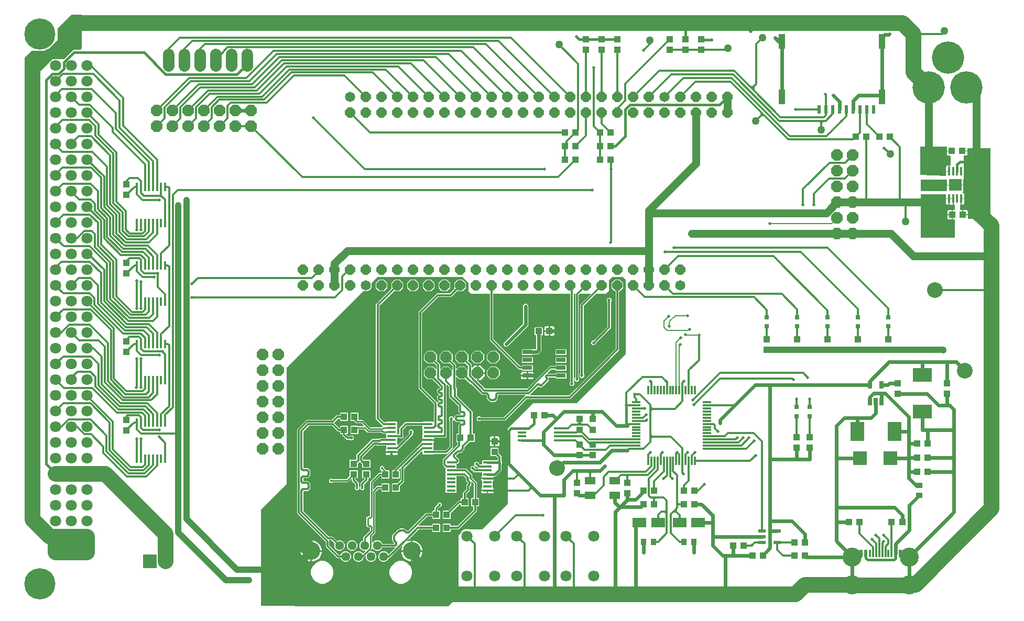
<source format=gbr>
G04 EAGLE Gerber RS-274X export*
G75*
%MOMM*%
%FSLAX34Y34*%
%LPD*%
%INTop Copper*%
%IPPOS*%
%AMOC8*
5,1,8,0,0,1.08239X$1,22.5*%
G01*
%ADD10R,1.100000X1.000000*%
%ADD11R,1.000000X1.100000*%
%ADD12R,0.300000X1.475000*%
%ADD13R,1.475000X0.300000*%
%ADD14R,1.475000X0.450000*%
%ADD15R,1.250000X0.600000*%
%ADD16R,0.450000X1.475000*%
%ADD17R,1.800000X1.800000*%
%ADD18C,1.800000*%
%ADD19C,5.040000*%
%ADD20R,0.600000X1.250000*%
%ADD21R,0.300000X1.250000*%
%ADD22C,3.078000*%
%ADD23R,1.000000X0.950000*%
%ADD24R,0.950000X1.000000*%
%ADD25C,1.645919*%
%ADD26P,1.781526X8X202.500000*%
%ADD27P,1.781526X8X22.500000*%
%ADD28P,1.979475X8X22.500000*%
%ADD29C,1.828800*%
%ADD30C,5.220000*%
%ADD31R,0.800000X0.800000*%
%ADD32R,0.635000X1.270000*%
%ADD33R,2.260000X2.160000*%
%ADD34R,2.300000X3.100000*%
%ADD35R,3.100000X2.300000*%
%ADD36R,2.200000X1.600000*%
%ADD37C,2.540000*%
%ADD38R,1.800000X1.200000*%
%ADD39P,1.979475X8X292.500000*%
%ADD40P,1.979475X8X112.500000*%
%ADD41R,0.620000X1.400000*%
%ADD42R,1.100000X2.400000*%
%ADD43C,1.440000*%
%ADD44C,2.880000*%
%ADD45R,1.528000X0.650000*%
%ADD46R,0.450000X1.400000*%
%ADD47R,2.150000X1.846000*%
%ADD48C,1.270000*%
%ADD49R,2.160000X2.160000*%
%ADD50C,2.160000*%
%ADD51C,0.609600*%
%ADD52C,0.502400*%
%ADD53C,0.304800*%
%ADD54C,0.406400*%
%ADD55C,1.270000*%
%ADD56C,2.540000*%
%ADD57C,0.203200*%
%ADD58C,1.016000*%
%ADD59C,0.254000*%
%ADD60C,0.152400*%
%ADD61C,0.452400*%

G36*
X686677Y2008D02*
X686677Y2008D01*
X686719Y2006D01*
X686786Y2028D01*
X686856Y2040D01*
X686892Y2062D01*
X686933Y2075D01*
X687006Y2129D01*
X687049Y2155D01*
X687062Y2171D01*
X687083Y2187D01*
X703448Y18552D01*
X703473Y18586D01*
X703504Y18615D01*
X703536Y18678D01*
X703577Y18736D01*
X703587Y18777D01*
X703607Y18815D01*
X703620Y18904D01*
X703633Y18953D01*
X703630Y18974D01*
X703634Y19000D01*
X703634Y116601D01*
X706621Y119587D01*
X706652Y119633D01*
X706692Y119672D01*
X706723Y119734D01*
X706749Y119771D01*
X706757Y119802D01*
X706775Y119839D01*
X706805Y119930D01*
X707629Y121549D01*
X708697Y123018D01*
X709982Y124303D01*
X711451Y125371D01*
X713070Y126195D01*
X713161Y126225D01*
X713209Y126251D01*
X713262Y126268D01*
X713318Y126309D01*
X713358Y126331D01*
X713379Y126354D01*
X713395Y126366D01*
X713494Y126366D01*
X713500Y126367D01*
X713505Y126366D01*
X713690Y126397D01*
X714798Y126757D01*
X716234Y126984D01*
X716242Y126935D01*
X716244Y126869D01*
X716262Y126826D01*
X716270Y126779D01*
X716304Y126722D01*
X716329Y126662D01*
X716360Y126627D01*
X716385Y126586D01*
X716436Y126545D01*
X716480Y126496D01*
X716522Y126474D01*
X716559Y126445D01*
X716621Y126424D01*
X716680Y126393D01*
X716734Y126385D01*
X716771Y126373D01*
X716811Y126374D01*
X716865Y126366D01*
X718135Y126366D01*
X718200Y126377D01*
X718265Y126379D01*
X718309Y126397D01*
X718356Y126405D01*
X718413Y126439D01*
X718473Y126464D01*
X718508Y126495D01*
X718549Y126520D01*
X718590Y126571D01*
X718639Y126615D01*
X718661Y126657D01*
X718690Y126694D01*
X718711Y126756D01*
X718742Y126815D01*
X718750Y126869D01*
X718762Y126906D01*
X718761Y126946D01*
X718767Y126984D01*
X720202Y126757D01*
X721310Y126397D01*
X721315Y126396D01*
X721320Y126393D01*
X721506Y126366D01*
X742000Y126366D01*
X742042Y126373D01*
X742084Y126371D01*
X742151Y126393D01*
X742221Y126405D01*
X742257Y126427D01*
X742298Y126440D01*
X742371Y126494D01*
X742414Y126520D01*
X742427Y126536D01*
X742449Y126552D01*
X783448Y167552D01*
X783473Y167586D01*
X783504Y167615D01*
X783536Y167678D01*
X783577Y167736D01*
X783587Y167777D01*
X783607Y167815D01*
X783620Y167904D01*
X783633Y167953D01*
X783630Y167974D01*
X783634Y168000D01*
X783634Y289737D01*
X824263Y330366D01*
X894000Y330366D01*
X894042Y330373D01*
X894084Y330371D01*
X894151Y330393D01*
X894221Y330405D01*
X894257Y330427D01*
X894298Y330440D01*
X894371Y330494D01*
X894414Y330520D01*
X894427Y330536D01*
X894449Y330552D01*
X973448Y409552D01*
X973473Y409586D01*
X973504Y409615D01*
X973536Y409678D01*
X973577Y409736D01*
X973587Y409777D01*
X973607Y409815D01*
X973620Y409904D01*
X973633Y409953D01*
X973630Y409974D01*
X973634Y410000D01*
X973634Y530000D01*
X973627Y530042D01*
X973629Y530084D01*
X973607Y530151D01*
X973595Y530221D01*
X973573Y530257D01*
X973560Y530298D01*
X973506Y530371D01*
X973480Y530414D01*
X973464Y530427D01*
X973448Y530449D01*
X969449Y534448D01*
X969414Y534473D01*
X969385Y534504D01*
X969322Y534536D01*
X969264Y534577D01*
X969223Y534587D01*
X969185Y534607D01*
X969096Y534620D01*
X969047Y534633D01*
X969026Y534630D01*
X969000Y534634D01*
X952000Y534634D01*
X951958Y534627D01*
X951916Y534629D01*
X951849Y534607D01*
X951779Y534595D01*
X951743Y534573D01*
X951702Y534560D01*
X951629Y534506D01*
X951586Y534480D01*
X951573Y534464D01*
X951552Y534448D01*
X946552Y529449D01*
X946527Y529414D01*
X946496Y529385D01*
X946464Y529322D01*
X946423Y529264D01*
X946413Y529223D01*
X946393Y529185D01*
X946380Y529096D01*
X946368Y529047D01*
X946370Y529026D01*
X946366Y529000D01*
X946366Y512263D01*
X941737Y507634D01*
X926123Y507634D01*
X926081Y507627D01*
X926039Y507629D01*
X925972Y507607D01*
X925902Y507595D01*
X925866Y507573D01*
X925825Y507560D01*
X925753Y507506D01*
X925709Y507480D01*
X925696Y507464D01*
X925675Y507448D01*
X905981Y487754D01*
X905956Y487719D01*
X905925Y487691D01*
X905893Y487628D01*
X905852Y487570D01*
X905842Y487529D01*
X905822Y487491D01*
X905809Y487401D01*
X905796Y487353D01*
X905799Y487332D01*
X905795Y487306D01*
X905795Y377818D01*
X905802Y377776D01*
X905800Y377733D01*
X905822Y377666D01*
X905834Y377597D01*
X905856Y377560D01*
X905869Y377520D01*
X905923Y377447D01*
X905949Y377404D01*
X905965Y377390D01*
X905981Y377369D01*
X906783Y376567D01*
X906783Y373433D01*
X904567Y371217D01*
X901433Y371217D01*
X899217Y373433D01*
X899217Y376567D01*
X900019Y377369D01*
X900044Y377404D01*
X900075Y377433D01*
X900107Y377495D01*
X900148Y377553D01*
X900158Y377594D01*
X900178Y377632D01*
X900191Y377722D01*
X900204Y377771D01*
X900201Y377791D01*
X900205Y377818D01*
X900205Y489884D01*
X916873Y506552D01*
X916924Y506625D01*
X916980Y506694D01*
X916988Y506716D01*
X917001Y506736D01*
X917023Y506822D01*
X917052Y506906D01*
X917051Y506930D01*
X917057Y506953D01*
X917048Y507042D01*
X917045Y507131D01*
X917036Y507153D01*
X917034Y507176D01*
X916994Y507256D01*
X916961Y507338D01*
X916945Y507356D01*
X916935Y507377D01*
X916870Y507438D01*
X916810Y507504D01*
X916789Y507515D01*
X916771Y507531D01*
X916689Y507566D01*
X916610Y507607D01*
X916584Y507610D01*
X916565Y507619D01*
X916514Y507621D01*
X916425Y507634D01*
X900723Y507634D01*
X900681Y507627D01*
X900639Y507629D01*
X900572Y507607D01*
X900502Y507595D01*
X900466Y507573D01*
X900425Y507560D01*
X900353Y507506D01*
X900309Y507480D01*
X900296Y507464D01*
X900275Y507448D01*
X897980Y505154D01*
X897956Y505119D01*
X897925Y505091D01*
X897893Y505028D01*
X897852Y504970D01*
X897842Y504929D01*
X897822Y504891D01*
X897809Y504801D01*
X897796Y504753D01*
X897799Y504732D01*
X897795Y504706D01*
X897795Y371818D01*
X897802Y371776D01*
X897800Y371733D01*
X897822Y371666D01*
X897834Y371597D01*
X897856Y371560D01*
X897869Y371520D01*
X897923Y371447D01*
X897949Y371404D01*
X897965Y371390D01*
X897981Y371369D01*
X898783Y370567D01*
X898783Y367433D01*
X896567Y365217D01*
X893433Y365217D01*
X891217Y367433D01*
X891217Y370567D01*
X892019Y371369D01*
X892044Y371404D01*
X892075Y371433D01*
X892107Y371495D01*
X892148Y371553D01*
X892158Y371594D01*
X892178Y371632D01*
X892191Y371722D01*
X892204Y371771D01*
X892201Y371791D01*
X892205Y371818D01*
X892205Y507000D01*
X892194Y507065D01*
X892192Y507131D01*
X892174Y507174D01*
X892166Y507221D01*
X892132Y507278D01*
X892107Y507338D01*
X892076Y507373D01*
X892051Y507414D01*
X892000Y507456D01*
X891956Y507504D01*
X891914Y507526D01*
X891877Y507555D01*
X891815Y507576D01*
X891756Y507607D01*
X891702Y507615D01*
X891665Y507627D01*
X891625Y507626D01*
X891571Y507634D01*
X890429Y507634D01*
X890364Y507623D01*
X890298Y507621D01*
X890255Y507603D01*
X890208Y507595D01*
X890151Y507561D01*
X890091Y507536D01*
X890056Y507505D01*
X890015Y507480D01*
X889973Y507429D01*
X889925Y507385D01*
X889903Y507343D01*
X889874Y507306D01*
X889853Y507244D01*
X889822Y507185D01*
X889814Y507131D01*
X889802Y507094D01*
X889803Y507054D01*
X889795Y507000D01*
X889795Y364818D01*
X889802Y364776D01*
X889800Y364733D01*
X889822Y364666D01*
X889834Y364597D01*
X889856Y364560D01*
X889869Y364520D01*
X889923Y364447D01*
X889949Y364404D01*
X889965Y364390D01*
X889981Y364369D01*
X890783Y363567D01*
X890783Y360433D01*
X888567Y358217D01*
X885433Y358217D01*
X883217Y360433D01*
X883217Y363567D01*
X884019Y364369D01*
X884044Y364404D01*
X884075Y364433D01*
X884107Y364495D01*
X884148Y364553D01*
X884158Y364594D01*
X884178Y364632D01*
X884191Y364722D01*
X884204Y364771D01*
X884201Y364791D01*
X884205Y364818D01*
X884205Y507000D01*
X884194Y507065D01*
X884192Y507131D01*
X884174Y507174D01*
X884166Y507221D01*
X884132Y507278D01*
X884107Y507338D01*
X884076Y507373D01*
X884051Y507414D01*
X884000Y507456D01*
X883956Y507504D01*
X883914Y507526D01*
X883877Y507555D01*
X883815Y507576D01*
X883756Y507607D01*
X883702Y507615D01*
X883665Y507627D01*
X883625Y507626D01*
X883571Y507634D01*
X760603Y507634D01*
X760538Y507623D01*
X760472Y507621D01*
X760429Y507603D01*
X760382Y507595D01*
X760325Y507561D01*
X760265Y507536D01*
X760230Y507505D01*
X760189Y507480D01*
X760147Y507429D01*
X760099Y507385D01*
X760077Y507343D01*
X760048Y507306D01*
X760027Y507244D01*
X759996Y507185D01*
X759988Y507131D01*
X759976Y507094D01*
X759977Y507054D01*
X759969Y507000D01*
X759969Y434246D01*
X759976Y434205D01*
X759974Y434162D01*
X759996Y434095D01*
X760008Y434025D01*
X760030Y433989D01*
X760043Y433949D01*
X760097Y433876D01*
X760123Y433832D01*
X760139Y433819D01*
X760155Y433798D01*
X803322Y390631D01*
X803357Y390606D01*
X803385Y390575D01*
X803448Y390543D01*
X803506Y390502D01*
X803547Y390492D01*
X803585Y390472D01*
X803675Y390459D01*
X803723Y390446D01*
X803744Y390449D01*
X803770Y390445D01*
X805345Y390445D01*
X805410Y390456D01*
X805476Y390458D01*
X805519Y390476D01*
X805566Y390484D01*
X805623Y390518D01*
X805683Y390543D01*
X805718Y390574D01*
X805759Y390599D01*
X805801Y390650D01*
X805849Y390694D01*
X805871Y390736D01*
X805900Y390773D01*
X805921Y390835D01*
X805952Y390894D01*
X805960Y390948D01*
X805972Y390985D01*
X805971Y391025D01*
X805979Y391079D01*
X805979Y391426D01*
X806724Y392171D01*
X823056Y392171D01*
X823801Y391426D01*
X823801Y383874D01*
X823056Y383129D01*
X806724Y383129D01*
X805979Y383874D01*
X805979Y384221D01*
X805968Y384286D01*
X805966Y384352D01*
X805948Y384395D01*
X805940Y384442D01*
X805906Y384499D01*
X805881Y384559D01*
X805850Y384594D01*
X805825Y384635D01*
X805774Y384677D01*
X805730Y384725D01*
X805688Y384747D01*
X805651Y384776D01*
X805589Y384797D01*
X805530Y384828D01*
X805476Y384836D01*
X805439Y384848D01*
X805399Y384847D01*
X805345Y384855D01*
X801192Y384855D01*
X754379Y431668D01*
X754379Y507000D01*
X754368Y507065D01*
X754366Y507131D01*
X754348Y507174D01*
X754340Y507221D01*
X754306Y507278D01*
X754281Y507338D01*
X754250Y507373D01*
X754225Y507414D01*
X754174Y507456D01*
X754130Y507504D01*
X754088Y507526D01*
X754051Y507555D01*
X753989Y507576D01*
X753930Y507607D01*
X753876Y507615D01*
X753839Y507627D01*
X753799Y507626D01*
X753745Y507634D01*
X723263Y507634D01*
X719634Y511263D01*
X719634Y525000D01*
X719627Y525042D01*
X719629Y525084D01*
X719607Y525151D01*
X719595Y525221D01*
X719573Y525257D01*
X719560Y525298D01*
X719506Y525371D01*
X719480Y525414D01*
X719464Y525427D01*
X719448Y525449D01*
X710449Y534448D01*
X710414Y534473D01*
X710385Y534504D01*
X710322Y534536D01*
X710264Y534577D01*
X710223Y534587D01*
X710185Y534607D01*
X710096Y534620D01*
X710047Y534633D01*
X710026Y534630D01*
X710000Y534634D01*
X573000Y534634D01*
X572958Y534627D01*
X572916Y534629D01*
X572849Y534607D01*
X572779Y534595D01*
X572743Y534573D01*
X572702Y534560D01*
X572629Y534506D01*
X572586Y534480D01*
X572573Y534464D01*
X572552Y534448D01*
X562959Y524856D01*
X562928Y524812D01*
X562890Y524774D01*
X562865Y524720D01*
X562831Y524672D01*
X562818Y524620D01*
X562795Y524571D01*
X562790Y524512D01*
X562775Y524455D01*
X562781Y524401D01*
X562776Y524347D01*
X562794Y524278D01*
X562798Y524232D01*
X562812Y524204D01*
X562822Y524165D01*
X563474Y522590D01*
X563474Y518810D01*
X562028Y515318D01*
X559356Y512646D01*
X555864Y511200D01*
X552084Y511200D01*
X550509Y511852D01*
X550456Y511864D01*
X550406Y511885D01*
X550347Y511887D01*
X550290Y511900D01*
X550236Y511892D01*
X550182Y511895D01*
X550126Y511877D01*
X550068Y511869D01*
X550020Y511843D01*
X549968Y511826D01*
X549911Y511784D01*
X549870Y511762D01*
X549850Y511739D01*
X549818Y511715D01*
X426552Y388448D01*
X426527Y388414D01*
X426496Y388385D01*
X426464Y388322D01*
X426423Y388264D01*
X426413Y388223D01*
X426393Y388185D01*
X426380Y388096D01*
X426367Y388047D01*
X426370Y388026D01*
X426366Y388000D01*
X426366Y200263D01*
X385641Y159538D01*
X384552Y158449D01*
X384527Y158414D01*
X384496Y158385D01*
X384464Y158322D01*
X384423Y158264D01*
X384413Y158223D01*
X384393Y158185D01*
X384380Y158096D01*
X384368Y158047D01*
X384370Y158026D01*
X384366Y158000D01*
X384366Y3000D01*
X384377Y2936D01*
X384379Y2872D01*
X384397Y2827D01*
X384405Y2779D01*
X384438Y2723D01*
X384463Y2663D01*
X384495Y2628D01*
X384520Y2586D01*
X384570Y2545D01*
X384613Y2497D01*
X384656Y2475D01*
X384694Y2445D01*
X384755Y2424D01*
X384813Y2394D01*
X384868Y2386D01*
X384906Y2373D01*
X384945Y2374D01*
X384998Y2366D01*
X494866Y2001D01*
X494867Y2001D01*
X494868Y2001D01*
X686635Y2001D01*
X686677Y2008D01*
G37*
%LPC*%
G36*
X678974Y122229D02*
X678974Y122229D01*
X678229Y122974D01*
X678229Y135026D01*
X678974Y135771D01*
X690026Y135771D01*
X690771Y135026D01*
X690771Y132429D01*
X690782Y132364D01*
X690784Y132298D01*
X690802Y132255D01*
X690810Y132208D01*
X690844Y132151D01*
X690869Y132091D01*
X690900Y132056D01*
X690925Y132015D01*
X690976Y131973D01*
X691020Y131925D01*
X691062Y131903D01*
X691099Y131874D01*
X691161Y131853D01*
X691220Y131822D01*
X691274Y131814D01*
X691311Y131802D01*
X691351Y131803D01*
X691405Y131795D01*
X701580Y131795D01*
X701621Y131802D01*
X701664Y131800D01*
X701731Y131822D01*
X701801Y131834D01*
X701837Y131856D01*
X701877Y131869D01*
X701950Y131923D01*
X701994Y131949D01*
X702007Y131965D01*
X702028Y131981D01*
X727519Y157472D01*
X727544Y157507D01*
X727575Y157535D01*
X727607Y157598D01*
X727648Y157656D01*
X727658Y157697D01*
X727678Y157735D01*
X727691Y157825D01*
X727704Y157873D01*
X727701Y157894D01*
X727705Y157920D01*
X727705Y162595D01*
X727694Y162660D01*
X727692Y162726D01*
X727674Y162769D01*
X727666Y162816D01*
X727632Y162873D01*
X727607Y162933D01*
X727576Y162968D01*
X727551Y163009D01*
X727500Y163051D01*
X727456Y163099D01*
X727414Y163121D01*
X727377Y163150D01*
X727315Y163171D01*
X727256Y163202D01*
X727202Y163210D01*
X727165Y163222D01*
X727125Y163221D01*
X727071Y163229D01*
X724974Y163229D01*
X724229Y163974D01*
X724229Y176026D01*
X724974Y176771D01*
X727325Y176771D01*
X727390Y176782D01*
X727456Y176784D01*
X727499Y176802D01*
X727546Y176810D01*
X727603Y176844D01*
X727663Y176869D01*
X727698Y176900D01*
X727739Y176925D01*
X727781Y176976D01*
X727829Y177020D01*
X727851Y177062D01*
X727880Y177099D01*
X727901Y177161D01*
X727932Y177220D01*
X727940Y177274D01*
X727952Y177311D01*
X727951Y177351D01*
X727959Y177405D01*
X727959Y200185D01*
X727952Y200227D01*
X727954Y200269D01*
X727932Y200336D01*
X727920Y200406D01*
X727898Y200442D01*
X727885Y200483D01*
X727831Y200556D01*
X727805Y200599D01*
X727789Y200612D01*
X727774Y200633D01*
X725418Y202988D01*
X725345Y203039D01*
X725276Y203095D01*
X725254Y203103D01*
X725234Y203116D01*
X725148Y203139D01*
X725064Y203167D01*
X725040Y203167D01*
X725017Y203172D01*
X724928Y203163D01*
X724839Y203161D01*
X724817Y203152D01*
X724794Y203149D01*
X724714Y203110D01*
X724632Y203076D01*
X724614Y203060D01*
X724593Y203050D01*
X724532Y202985D01*
X724466Y202925D01*
X724455Y202904D01*
X724439Y202886D01*
X724404Y202805D01*
X724363Y202725D01*
X724360Y202699D01*
X724351Y202680D01*
X724349Y202629D01*
X724336Y202540D01*
X724336Y201571D01*
X724353Y201475D01*
X724366Y201377D01*
X724373Y201363D01*
X724375Y201350D01*
X724400Y201309D01*
X724449Y201209D01*
X724497Y201140D01*
X724346Y200303D01*
X724346Y200258D01*
X724336Y200191D01*
X724336Y199340D01*
X724276Y199280D01*
X724221Y199200D01*
X724161Y199122D01*
X724156Y199107D01*
X724148Y199096D01*
X724136Y199050D01*
X724101Y198945D01*
X723917Y197925D01*
X723917Y197920D01*
X723915Y197915D01*
X723912Y197728D01*
X723994Y197115D01*
X723794Y196852D01*
X723768Y196802D01*
X723734Y196758D01*
X723712Y196693D01*
X723691Y196653D01*
X723688Y196621D01*
X723674Y196580D01*
X723615Y196255D01*
X723107Y195902D01*
X723103Y195899D01*
X723099Y195897D01*
X722965Y195766D01*
X722589Y195275D01*
X722449Y195256D01*
X722387Y195236D01*
X722322Y195225D01*
X722281Y195202D01*
X722236Y195187D01*
X722184Y195147D01*
X722127Y195114D01*
X722097Y195078D01*
X722059Y195049D01*
X722025Y194992D01*
X721983Y194942D01*
X721967Y194897D01*
X721942Y194857D01*
X721930Y194793D01*
X721908Y194731D01*
X721907Y194676D01*
X721899Y194637D01*
X721906Y194598D01*
X721905Y194543D01*
X721924Y194403D01*
X721822Y194205D01*
X721795Y194020D01*
X721795Y188842D01*
X719972Y187020D01*
X719972Y187019D01*
X716480Y183528D01*
X716456Y183493D01*
X716425Y183465D01*
X716393Y183402D01*
X716352Y183344D01*
X716342Y183303D01*
X716322Y183265D01*
X716309Y183175D01*
X716296Y183127D01*
X716299Y183106D01*
X716295Y183080D01*
X716295Y177405D01*
X716306Y177340D01*
X716308Y177274D01*
X716326Y177231D01*
X716334Y177184D01*
X716368Y177127D01*
X716393Y177067D01*
X716424Y177032D01*
X716449Y176991D01*
X716500Y176949D01*
X716544Y176901D01*
X716586Y176879D01*
X716623Y176850D01*
X716685Y176829D01*
X716744Y176798D01*
X716798Y176790D01*
X716835Y176778D01*
X716875Y176779D01*
X716929Y176771D01*
X719026Y176771D01*
X719771Y176026D01*
X719771Y163974D01*
X719026Y163229D01*
X707974Y163229D01*
X707229Y163974D01*
X707229Y166571D01*
X707218Y166636D01*
X707216Y166702D01*
X707198Y166745D01*
X707190Y166792D01*
X707156Y166849D01*
X707131Y166909D01*
X707100Y166944D01*
X707075Y166985D01*
X707024Y167027D01*
X706980Y167075D01*
X706938Y167097D01*
X706901Y167126D01*
X706839Y167147D01*
X706780Y167178D01*
X706726Y167186D01*
X706689Y167198D01*
X706649Y167197D01*
X706595Y167205D01*
X705920Y167205D01*
X705879Y167198D01*
X705836Y167200D01*
X705769Y167178D01*
X705699Y167166D01*
X705663Y167144D01*
X705623Y167131D01*
X705550Y167077D01*
X705506Y167051D01*
X705493Y167035D01*
X705472Y167019D01*
X690957Y152504D01*
X690932Y152469D01*
X690901Y152441D01*
X690869Y152378D01*
X690828Y152320D01*
X690818Y152279D01*
X690798Y152241D01*
X690785Y152151D01*
X690772Y152103D01*
X690775Y152082D01*
X690771Y152056D01*
X690771Y143974D01*
X690026Y143229D01*
X678974Y143229D01*
X678229Y143974D01*
X678229Y156026D01*
X678974Y156771D01*
X687056Y156771D01*
X687098Y156778D01*
X687140Y156776D01*
X687207Y156798D01*
X687277Y156810D01*
X687313Y156832D01*
X687354Y156845D01*
X687426Y156899D01*
X687470Y156925D01*
X687483Y156941D01*
X687504Y156957D01*
X703342Y172795D01*
X706595Y172795D01*
X706660Y172806D01*
X706726Y172808D01*
X706769Y172826D01*
X706816Y172834D01*
X706873Y172868D01*
X706933Y172893D01*
X706968Y172924D01*
X707009Y172949D01*
X707051Y173000D01*
X707099Y173044D01*
X707121Y173086D01*
X707150Y173123D01*
X707171Y173185D01*
X707202Y173244D01*
X707210Y173298D01*
X707222Y173335D01*
X707221Y173375D01*
X707229Y173429D01*
X707229Y176026D01*
X707974Y176771D01*
X710071Y176771D01*
X710136Y176782D01*
X710202Y176784D01*
X710245Y176802D01*
X710292Y176810D01*
X710349Y176844D01*
X710409Y176869D01*
X710444Y176900D01*
X710485Y176925D01*
X710527Y176976D01*
X710575Y177020D01*
X710597Y177062D01*
X710626Y177099D01*
X710647Y177161D01*
X710678Y177220D01*
X710686Y177274D01*
X710698Y177311D01*
X710697Y177351D01*
X710705Y177405D01*
X710705Y185658D01*
X716019Y190972D01*
X716044Y191007D01*
X716075Y191035D01*
X716107Y191098D01*
X716148Y191156D01*
X716158Y191197D01*
X716178Y191235D01*
X716191Y191325D01*
X716204Y191373D01*
X716201Y191394D01*
X716205Y191420D01*
X716205Y194951D01*
X716199Y194986D01*
X716200Y195035D01*
X716045Y196191D01*
X717107Y198772D01*
X718404Y199772D01*
X718421Y199791D01*
X718444Y199806D01*
X718496Y199874D01*
X718554Y199938D01*
X718564Y199963D01*
X718580Y199984D01*
X718623Y200110D01*
X718638Y200146D01*
X718638Y200153D01*
X718640Y200161D01*
X718736Y200692D01*
X718736Y200737D01*
X718746Y200805D01*
X718746Y201380D01*
X718739Y201421D01*
X718741Y201464D01*
X718719Y201531D01*
X718707Y201601D01*
X718685Y201637D01*
X718672Y201677D01*
X718618Y201750D01*
X718592Y201794D01*
X718576Y201807D01*
X718561Y201828D01*
X717585Y202804D01*
X717024Y203365D01*
X716391Y203998D01*
X716020Y204369D01*
X716019Y204369D01*
X715958Y204430D01*
X715178Y207341D01*
X715479Y208461D01*
X715480Y208474D01*
X715485Y208486D01*
X715489Y208585D01*
X715498Y208685D01*
X715494Y208697D01*
X715495Y208710D01*
X715464Y208805D01*
X715437Y208901D01*
X715430Y208911D01*
X715426Y208923D01*
X715315Y209074D01*
X712119Y212269D01*
X712084Y212294D01*
X712056Y212325D01*
X711993Y212357D01*
X711935Y212398D01*
X711894Y212408D01*
X711856Y212428D01*
X711766Y212441D01*
X711718Y212454D01*
X711697Y212451D01*
X711671Y212455D01*
X700868Y212455D01*
X700780Y212440D01*
X700692Y212430D01*
X700670Y212420D01*
X700647Y212416D01*
X700570Y212370D01*
X700490Y212331D01*
X700474Y212313D01*
X700454Y212301D01*
X700398Y212232D01*
X700337Y212167D01*
X700327Y212146D01*
X700313Y212127D01*
X700284Y212043D01*
X700249Y211961D01*
X700248Y211937D01*
X700241Y211915D01*
X700243Y211826D01*
X700239Y211737D01*
X700247Y211714D01*
X700247Y211690D01*
X700266Y211645D01*
X700266Y205974D01*
X700241Y205949D01*
X700203Y205894D01*
X700158Y205847D01*
X700139Y205803D01*
X700112Y205764D01*
X700096Y205701D01*
X700070Y205640D01*
X700068Y205593D01*
X700057Y205547D01*
X700063Y205482D01*
X700060Y205416D01*
X700075Y205371D01*
X700080Y205324D01*
X700109Y205265D01*
X700129Y205202D01*
X700162Y205158D01*
X700179Y205123D01*
X700208Y205096D01*
X700241Y205052D01*
X700266Y205026D01*
X700266Y199474D01*
X700241Y199449D01*
X700203Y199394D01*
X700158Y199347D01*
X700139Y199303D01*
X700112Y199264D01*
X700096Y199201D01*
X700070Y199140D01*
X700068Y199093D01*
X700057Y199047D01*
X700063Y198982D01*
X700060Y198916D01*
X700075Y198871D01*
X700080Y198824D01*
X700109Y198765D01*
X700129Y198702D01*
X700162Y198658D01*
X700179Y198623D01*
X700208Y198596D01*
X700241Y198552D01*
X700266Y198526D01*
X700266Y192974D01*
X700241Y192949D01*
X700203Y192894D01*
X700158Y192847D01*
X700139Y192803D01*
X700112Y192764D01*
X700096Y192701D01*
X700070Y192640D01*
X700068Y192593D01*
X700057Y192547D01*
X700063Y192482D01*
X700060Y192416D01*
X700075Y192371D01*
X700080Y192324D01*
X700109Y192265D01*
X700129Y192202D01*
X700162Y192158D01*
X700179Y192123D01*
X700208Y192096D01*
X700241Y192052D01*
X700266Y192026D01*
X700266Y186474D01*
X699521Y185729D01*
X683719Y185729D01*
X682974Y186474D01*
X682974Y192026D01*
X682999Y192052D01*
X683037Y192106D01*
X683082Y192153D01*
X683101Y192197D01*
X683128Y192236D01*
X683144Y192299D01*
X683170Y192360D01*
X683172Y192407D01*
X683183Y192453D01*
X683177Y192518D01*
X683180Y192584D01*
X683165Y192629D01*
X683160Y192676D01*
X683131Y192735D01*
X683111Y192798D01*
X683078Y192842D01*
X683061Y192877D01*
X683032Y192904D01*
X682999Y192949D01*
X682974Y192974D01*
X682974Y198526D01*
X682999Y198552D01*
X683037Y198606D01*
X683082Y198653D01*
X683101Y198697D01*
X683128Y198736D01*
X683144Y198799D01*
X683170Y198860D01*
X683172Y198907D01*
X683183Y198953D01*
X683177Y199018D01*
X683180Y199084D01*
X683165Y199129D01*
X683160Y199176D01*
X683131Y199235D01*
X683111Y199298D01*
X683078Y199342D01*
X683061Y199377D01*
X683032Y199404D01*
X682999Y199449D01*
X682974Y199474D01*
X682974Y205026D01*
X682999Y205052D01*
X683037Y205106D01*
X683082Y205153D01*
X683101Y205197D01*
X683128Y205236D01*
X683144Y205299D01*
X683170Y205360D01*
X683172Y205407D01*
X683183Y205453D01*
X683177Y205518D01*
X683180Y205584D01*
X683165Y205629D01*
X683160Y205676D01*
X683131Y205735D01*
X683111Y205798D01*
X683078Y205842D01*
X683061Y205877D01*
X683032Y205904D01*
X682999Y205949D01*
X682974Y205974D01*
X682974Y211526D01*
X682999Y211552D01*
X683037Y211606D01*
X683082Y211653D01*
X683101Y211697D01*
X683128Y211736D01*
X683144Y211799D01*
X683170Y211860D01*
X683172Y211907D01*
X683183Y211953D01*
X683177Y212018D01*
X683180Y212084D01*
X683165Y212129D01*
X683160Y212176D01*
X683131Y212235D01*
X683111Y212298D01*
X683078Y212342D01*
X683061Y212377D01*
X683032Y212404D01*
X682999Y212449D01*
X682974Y212474D01*
X682974Y218026D01*
X682999Y218052D01*
X683037Y218106D01*
X683082Y218153D01*
X683101Y218197D01*
X683128Y218236D01*
X683144Y218299D01*
X683170Y218360D01*
X683172Y218407D01*
X683183Y218453D01*
X683177Y218518D01*
X683180Y218584D01*
X683165Y218629D01*
X683160Y218676D01*
X683131Y218735D01*
X683111Y218798D01*
X683078Y218842D01*
X683061Y218877D01*
X683032Y218904D01*
X682999Y218949D01*
X682974Y218974D01*
X682974Y224526D01*
X682999Y224551D01*
X683037Y224606D01*
X683082Y224653D01*
X683101Y224697D01*
X683128Y224736D01*
X683144Y224799D01*
X683170Y224860D01*
X683172Y224907D01*
X683183Y224953D01*
X683177Y225018D01*
X683180Y225084D01*
X683165Y225129D01*
X683160Y225176D01*
X683131Y225235D01*
X683111Y225298D01*
X683078Y225342D01*
X683061Y225377D01*
X683032Y225404D01*
X682999Y225448D01*
X682885Y225562D01*
X682869Y225585D01*
X682865Y225595D01*
X682847Y225615D01*
X682846Y225616D01*
X682820Y225659D01*
X682804Y225672D01*
X682788Y225693D01*
X681204Y227278D01*
X678402Y230080D01*
X678402Y239420D01*
X701582Y262600D01*
X701606Y262635D01*
X701638Y262664D01*
X701670Y262727D01*
X701710Y262784D01*
X701721Y262825D01*
X701740Y262863D01*
X701754Y262953D01*
X701766Y263002D01*
X701764Y263022D01*
X701768Y263049D01*
X701768Y266595D01*
X701756Y266660D01*
X701754Y266726D01*
X701737Y266769D01*
X701728Y266816D01*
X701695Y266873D01*
X701670Y266933D01*
X701638Y266968D01*
X701614Y267009D01*
X701563Y267051D01*
X701519Y267099D01*
X701477Y267121D01*
X701440Y267150D01*
X701378Y267171D01*
X701319Y267202D01*
X701265Y267210D01*
X701227Y267222D01*
X701188Y267221D01*
X701134Y267229D01*
X700974Y267229D01*
X700229Y267974D01*
X700229Y280026D01*
X700974Y280771D01*
X703071Y280771D01*
X703136Y280782D01*
X703202Y280784D01*
X703245Y280802D01*
X703292Y280810D01*
X703349Y280844D01*
X703409Y280869D01*
X703444Y280900D01*
X703485Y280925D01*
X703527Y280976D01*
X703575Y281020D01*
X703597Y281062D01*
X703626Y281099D01*
X703647Y281161D01*
X703678Y281220D01*
X703686Y281274D01*
X703698Y281311D01*
X703697Y281351D01*
X703705Y281405D01*
X703705Y295069D01*
X705067Y297427D01*
X707079Y298589D01*
X707124Y298628D01*
X707176Y298658D01*
X707209Y298699D01*
X707250Y298734D01*
X707280Y298786D01*
X707317Y298832D01*
X707334Y298883D01*
X707360Y298929D01*
X707370Y298988D01*
X707389Y299045D01*
X707387Y299098D01*
X707396Y299151D01*
X707384Y299209D01*
X707382Y299269D01*
X707362Y299318D01*
X707352Y299371D01*
X707320Y299422D01*
X707298Y299477D01*
X707262Y299516D01*
X707234Y299562D01*
X707187Y299598D01*
X707147Y299642D01*
X707099Y299667D01*
X707057Y299700D01*
X707000Y299718D01*
X706947Y299745D01*
X706884Y299754D01*
X706843Y299767D01*
X706808Y299766D01*
X706762Y299773D01*
X700710Y299773D01*
X698352Y301134D01*
X696966Y303533D01*
X696928Y303579D01*
X696897Y303630D01*
X696856Y303664D01*
X696821Y303705D01*
X696770Y303734D01*
X696723Y303772D01*
X696673Y303789D01*
X696626Y303815D01*
X696567Y303824D01*
X696511Y303844D01*
X696457Y303842D01*
X696405Y303850D01*
X696346Y303839D01*
X696286Y303837D01*
X696237Y303817D01*
X696185Y303806D01*
X696134Y303775D01*
X696079Y303753D01*
X696039Y303717D01*
X695994Y303689D01*
X695957Y303642D01*
X695913Y303601D01*
X695888Y303554D01*
X695856Y303512D01*
X695853Y303504D01*
X694981Y302631D01*
X694956Y302596D01*
X694925Y302567D01*
X694893Y302505D01*
X694852Y302447D01*
X694842Y302406D01*
X694822Y302368D01*
X694809Y302278D01*
X694796Y302229D01*
X694799Y302209D01*
X694795Y302182D01*
X694795Y257842D01*
X685408Y248455D01*
X663270Y248455D01*
X663228Y248448D01*
X663186Y248450D01*
X663119Y248428D01*
X663049Y248416D01*
X663013Y248394D01*
X662972Y248381D01*
X662900Y248327D01*
X662856Y248301D01*
X662843Y248285D01*
X662822Y248269D01*
X662281Y247729D01*
X646479Y247729D01*
X645734Y248474D01*
X645734Y253092D01*
X645718Y253179D01*
X645709Y253268D01*
X645699Y253289D01*
X645695Y253313D01*
X645649Y253389D01*
X645610Y253469D01*
X645593Y253485D01*
X645580Y253506D01*
X645511Y253562D01*
X645447Y253623D01*
X645425Y253632D01*
X645406Y253647D01*
X645322Y253676D01*
X645240Y253710D01*
X645216Y253711D01*
X645194Y253719D01*
X645105Y253716D01*
X645016Y253720D01*
X644993Y253713D01*
X644969Y253712D01*
X644887Y253679D01*
X644802Y253652D01*
X644781Y253636D01*
X644762Y253628D01*
X644724Y253594D01*
X644652Y253540D01*
X615981Y224869D01*
X615956Y224834D01*
X615925Y224806D01*
X615893Y224743D01*
X615852Y224685D01*
X615842Y224644D01*
X615822Y224606D01*
X615809Y224516D01*
X615796Y224468D01*
X615799Y224447D01*
X615795Y224421D01*
X615795Y203342D01*
X608957Y196504D01*
X608932Y196469D01*
X608901Y196441D01*
X608869Y196378D01*
X608828Y196320D01*
X608818Y196279D01*
X608798Y196241D01*
X608785Y196151D01*
X608772Y196103D01*
X608775Y196082D01*
X608771Y196056D01*
X608771Y187974D01*
X608026Y187229D01*
X596974Y187229D01*
X596229Y187974D01*
X596229Y200026D01*
X596974Y200771D01*
X605056Y200771D01*
X605097Y200778D01*
X605140Y200776D01*
X605207Y200798D01*
X605277Y200810D01*
X605313Y200832D01*
X605353Y200845D01*
X605426Y200899D01*
X605470Y200925D01*
X605483Y200941D01*
X605504Y200957D01*
X610019Y205472D01*
X610044Y205507D01*
X610075Y205535D01*
X610107Y205598D01*
X610148Y205656D01*
X610158Y205697D01*
X610178Y205735D01*
X610191Y205825D01*
X610204Y205873D01*
X610201Y205894D01*
X610205Y205920D01*
X610205Y224063D01*
X610189Y224150D01*
X610180Y224239D01*
X610170Y224260D01*
X610166Y224284D01*
X610120Y224360D01*
X610081Y224440D01*
X610064Y224456D01*
X610051Y224477D01*
X609982Y224533D01*
X609918Y224594D01*
X609896Y224603D01*
X609877Y224618D01*
X609793Y224647D01*
X609711Y224681D01*
X609687Y224682D01*
X609665Y224690D01*
X609576Y224687D01*
X609487Y224691D01*
X609464Y224684D01*
X609440Y224683D01*
X609358Y224650D01*
X609273Y224623D01*
X609252Y224607D01*
X609233Y224599D01*
X609195Y224565D01*
X609123Y224511D01*
X607465Y222853D01*
X607414Y222780D01*
X607358Y222711D01*
X607350Y222689D01*
X607337Y222669D01*
X607315Y222583D01*
X607286Y222499D01*
X607287Y222475D01*
X607281Y222452D01*
X607290Y222363D01*
X607293Y222274D01*
X607302Y222252D01*
X607304Y222229D01*
X607343Y222149D01*
X607377Y222067D01*
X607393Y222049D01*
X607403Y222028D01*
X607468Y221967D01*
X607528Y221901D01*
X607549Y221890D01*
X607567Y221874D01*
X607649Y221839D01*
X607728Y221798D01*
X607754Y221795D01*
X607773Y221786D01*
X607824Y221784D01*
X607913Y221771D01*
X608026Y221771D01*
X608771Y221026D01*
X608771Y208974D01*
X608026Y208229D01*
X596974Y208229D01*
X596229Y208974D01*
X596229Y221026D01*
X596974Y221771D01*
X599071Y221771D01*
X599136Y221782D01*
X599202Y221784D01*
X599245Y221802D01*
X599292Y221810D01*
X599349Y221844D01*
X599409Y221869D01*
X599444Y221900D01*
X599485Y221925D01*
X599527Y221976D01*
X599575Y222020D01*
X599597Y222062D01*
X599626Y222099D01*
X599647Y222161D01*
X599678Y222220D01*
X599686Y222274D01*
X599698Y222311D01*
X599697Y222351D01*
X599705Y222405D01*
X599705Y222999D01*
X643751Y267045D01*
X643938Y267045D01*
X643974Y267051D01*
X644010Y267049D01*
X644083Y267071D01*
X644159Y267084D01*
X644190Y267103D01*
X644225Y267113D01*
X644286Y267159D01*
X644352Y267199D01*
X644375Y267227D01*
X644404Y267249D01*
X644445Y267313D01*
X644493Y267373D01*
X644505Y267407D01*
X644525Y267438D01*
X644541Y267513D01*
X644565Y267585D01*
X644564Y267621D01*
X644572Y267657D01*
X644560Y267760D01*
X644559Y267810D01*
X644553Y267824D01*
X644551Y267843D01*
X644464Y268165D01*
X644464Y269626D01*
X653890Y269626D01*
X653955Y269637D01*
X654020Y269639D01*
X654064Y269657D01*
X654111Y269665D01*
X654167Y269699D01*
X654228Y269724D01*
X654263Y269755D01*
X654304Y269779D01*
X654345Y269831D01*
X654380Y269862D01*
X654390Y269846D01*
X654441Y269804D01*
X654485Y269756D01*
X654527Y269734D01*
X654564Y269705D01*
X654626Y269683D01*
X654685Y269653D01*
X654739Y269645D01*
X654776Y269633D01*
X654816Y269634D01*
X654870Y269626D01*
X664296Y269626D01*
X664296Y268165D01*
X664123Y267519D01*
X663788Y266940D01*
X663283Y266435D01*
X663248Y266403D01*
X663171Y266338D01*
X663165Y266327D01*
X663156Y266319D01*
X663110Y266230D01*
X663061Y266143D01*
X663059Y266130D01*
X663053Y266119D01*
X663026Y265934D01*
X663026Y261474D01*
X663001Y261448D01*
X662963Y261394D01*
X662918Y261347D01*
X662899Y261303D01*
X662872Y261264D01*
X662856Y261201D01*
X662830Y261140D01*
X662828Y261093D01*
X662817Y261047D01*
X662823Y260982D01*
X662820Y260916D01*
X662835Y260871D01*
X662840Y260824D01*
X662869Y260765D01*
X662889Y260702D01*
X662922Y260658D01*
X662939Y260623D01*
X662968Y260596D01*
X663001Y260551D01*
X663026Y260526D01*
X663026Y254847D01*
X663001Y254773D01*
X663001Y254749D01*
X662996Y254726D01*
X663005Y254638D01*
X663007Y254548D01*
X663016Y254527D01*
X663019Y254503D01*
X663058Y254423D01*
X663092Y254341D01*
X663108Y254323D01*
X663118Y254302D01*
X663183Y254241D01*
X663243Y254175D01*
X663264Y254164D01*
X663281Y254148D01*
X663363Y254113D01*
X663443Y254072D01*
X663469Y254069D01*
X663488Y254060D01*
X663538Y254058D01*
X663628Y254045D01*
X682830Y254045D01*
X682871Y254052D01*
X682914Y254050D01*
X682981Y254072D01*
X683051Y254084D01*
X683087Y254106D01*
X683127Y254119D01*
X683200Y254173D01*
X683244Y254199D01*
X683257Y254215D01*
X683278Y254231D01*
X689019Y259972D01*
X689044Y260007D01*
X689075Y260035D01*
X689107Y260098D01*
X689148Y260156D01*
X689158Y260197D01*
X689178Y260235D01*
X689191Y260325D01*
X689204Y260373D01*
X689201Y260394D01*
X689205Y260420D01*
X689205Y302182D01*
X689198Y302224D01*
X689200Y302267D01*
X689178Y302334D01*
X689166Y302403D01*
X689144Y302440D01*
X689131Y302480D01*
X689077Y302553D01*
X689051Y302596D01*
X689035Y302610D01*
X689019Y302631D01*
X688217Y303433D01*
X688217Y306567D01*
X690433Y308783D01*
X693567Y308783D01*
X695907Y306442D01*
X695981Y306391D01*
X696050Y306335D01*
X696072Y306328D01*
X696092Y306314D01*
X696178Y306292D01*
X696262Y306263D01*
X696286Y306264D01*
X696309Y306258D01*
X696397Y306267D01*
X696486Y306270D01*
X696508Y306279D01*
X696532Y306281D01*
X696612Y306321D01*
X696694Y306354D01*
X696712Y306370D01*
X696733Y306381D01*
X696794Y306446D01*
X696860Y306506D01*
X696871Y306527D01*
X696887Y306544D01*
X696922Y306626D01*
X696962Y306705D01*
X696966Y306731D01*
X696975Y306751D01*
X696977Y306801D01*
X696990Y306891D01*
X696990Y308216D01*
X698352Y310574D01*
X700710Y311935D01*
X706762Y311935D01*
X706820Y311946D01*
X706880Y311947D01*
X706930Y311966D01*
X706983Y311975D01*
X707034Y312005D01*
X707090Y312027D01*
X707130Y312062D01*
X707176Y312089D01*
X707213Y312135D01*
X707258Y312175D01*
X707283Y312222D01*
X707317Y312263D01*
X707336Y312320D01*
X707364Y312372D01*
X707372Y312425D01*
X707389Y312476D01*
X707387Y312536D01*
X707395Y312595D01*
X707384Y312647D01*
X707382Y312700D01*
X707360Y312755D01*
X707347Y312814D01*
X707318Y312859D01*
X707298Y312908D01*
X707258Y312952D01*
X707225Y313002D01*
X707176Y313042D01*
X707147Y313074D01*
X707116Y313090D01*
X707079Y313119D01*
X705067Y314281D01*
X703705Y316639D01*
X703705Y325080D01*
X703698Y325121D01*
X703700Y325164D01*
X703678Y325231D01*
X703666Y325301D01*
X703644Y325337D01*
X703631Y325377D01*
X703577Y325450D01*
X703551Y325494D01*
X703535Y325507D01*
X703519Y325528D01*
X688664Y340384D01*
X688664Y356541D01*
X688657Y356583D01*
X688658Y356626D01*
X688646Y356665D01*
X688645Y356677D01*
X688635Y356702D01*
X688624Y356762D01*
X688603Y356799D01*
X688590Y356839D01*
X688567Y356870D01*
X688561Y356885D01*
X688535Y356913D01*
X688510Y356955D01*
X688494Y356969D01*
X688478Y356990D01*
X685449Y360019D01*
X685376Y360070D01*
X685307Y360126D01*
X685285Y360133D01*
X685265Y360147D01*
X685179Y360169D01*
X685095Y360197D01*
X685071Y360197D01*
X685048Y360203D01*
X684959Y360193D01*
X684870Y360191D01*
X684848Y360182D01*
X684825Y360179D01*
X684745Y360140D01*
X684663Y360107D01*
X684645Y360091D01*
X684624Y360080D01*
X684563Y360015D01*
X684497Y359955D01*
X684486Y359934D01*
X684470Y359917D01*
X684435Y359835D01*
X684394Y359756D01*
X684391Y359729D01*
X684382Y359710D01*
X684380Y359660D01*
X684367Y359570D01*
X684367Y276092D01*
X682730Y274455D01*
X664822Y274455D01*
X664786Y274449D01*
X664750Y274451D01*
X664677Y274429D01*
X664601Y274416D01*
X664570Y274397D01*
X664535Y274387D01*
X664474Y274341D01*
X664408Y274301D01*
X664385Y274273D01*
X664356Y274251D01*
X664315Y274187D01*
X664267Y274127D01*
X664255Y274093D01*
X664235Y274062D01*
X664219Y273987D01*
X664195Y273915D01*
X664196Y273879D01*
X664188Y273843D01*
X664200Y273740D01*
X664201Y273690D01*
X664207Y273676D01*
X664209Y273657D01*
X664296Y273335D01*
X664296Y271874D01*
X654870Y271874D01*
X654805Y271863D01*
X654740Y271861D01*
X654696Y271843D01*
X654649Y271835D01*
X654593Y271801D01*
X654532Y271776D01*
X654497Y271745D01*
X654456Y271720D01*
X654415Y271669D01*
X654380Y271638D01*
X654370Y271654D01*
X654319Y271696D01*
X654275Y271744D01*
X654233Y271766D01*
X654196Y271795D01*
X654134Y271816D01*
X654075Y271847D01*
X654021Y271855D01*
X653984Y271867D01*
X653944Y271866D01*
X653890Y271874D01*
X644464Y271874D01*
X644464Y273335D01*
X644637Y273981D01*
X644972Y274560D01*
X645477Y275065D01*
X645512Y275097D01*
X645589Y275162D01*
X645595Y275173D01*
X645604Y275181D01*
X645650Y275270D01*
X645699Y275357D01*
X645701Y275370D01*
X645707Y275381D01*
X645734Y275566D01*
X645734Y280026D01*
X645759Y280051D01*
X645797Y280106D01*
X645842Y280153D01*
X645861Y280197D01*
X645888Y280236D01*
X645904Y280299D01*
X645930Y280360D01*
X645932Y280407D01*
X645943Y280453D01*
X645937Y280518D01*
X645940Y280584D01*
X645925Y280629D01*
X645920Y280676D01*
X645891Y280735D01*
X645871Y280798D01*
X645838Y280842D01*
X645821Y280877D01*
X645792Y280904D01*
X645759Y280948D01*
X645734Y280974D01*
X645734Y286526D01*
X645759Y286551D01*
X645797Y286606D01*
X645842Y286653D01*
X645861Y286697D01*
X645888Y286736D01*
X645904Y286799D01*
X645930Y286860D01*
X645932Y286907D01*
X645943Y286953D01*
X645937Y287018D01*
X645940Y287084D01*
X645925Y287129D01*
X645920Y287176D01*
X645891Y287235D01*
X645871Y287298D01*
X645838Y287342D01*
X645821Y287377D01*
X645792Y287404D01*
X645759Y287448D01*
X645734Y287474D01*
X645734Y293153D01*
X645759Y293227D01*
X645759Y293251D01*
X645764Y293274D01*
X645755Y293362D01*
X645753Y293452D01*
X645744Y293473D01*
X645741Y293497D01*
X645702Y293577D01*
X645668Y293659D01*
X645652Y293677D01*
X645642Y293698D01*
X645577Y293759D01*
X645517Y293825D01*
X645496Y293836D01*
X645479Y293852D01*
X645397Y293887D01*
X645317Y293928D01*
X645291Y293931D01*
X645272Y293940D01*
X645222Y293942D01*
X645132Y293955D01*
X620170Y293955D01*
X620128Y293948D01*
X620086Y293950D01*
X620019Y293928D01*
X619949Y293916D01*
X619913Y293894D01*
X619872Y293881D01*
X619800Y293827D01*
X619756Y293801D01*
X619743Y293785D01*
X619722Y293769D01*
X614081Y288128D01*
X614056Y288093D01*
X614025Y288065D01*
X613993Y288002D01*
X613952Y287944D01*
X613942Y287903D01*
X613922Y287865D01*
X613909Y287775D01*
X613896Y287727D01*
X613899Y287706D01*
X613895Y287680D01*
X613895Y280118D01*
X613902Y280076D01*
X613900Y280033D01*
X613922Y279966D01*
X613934Y279897D01*
X613956Y279860D01*
X613969Y279820D01*
X614023Y279747D01*
X614049Y279704D01*
X614065Y279690D01*
X614081Y279669D01*
X614883Y278867D01*
X614883Y275733D01*
X612667Y273517D01*
X609533Y273517D01*
X608781Y274269D01*
X608746Y274294D01*
X608717Y274325D01*
X608655Y274357D01*
X608597Y274398D01*
X608556Y274408D01*
X608518Y274428D01*
X608428Y274441D01*
X608379Y274454D01*
X608359Y274451D01*
X608332Y274455D01*
X604868Y274455D01*
X604780Y274440D01*
X604692Y274430D01*
X604670Y274420D01*
X604647Y274416D01*
X604570Y274370D01*
X604490Y274331D01*
X604474Y274313D01*
X604454Y274301D01*
X604398Y274232D01*
X604337Y274167D01*
X604327Y274146D01*
X604313Y274127D01*
X604284Y274043D01*
X604249Y273961D01*
X604248Y273937D01*
X604241Y273915D01*
X604243Y273826D01*
X604239Y273737D01*
X604247Y273714D01*
X604247Y273690D01*
X604266Y273645D01*
X604266Y267974D01*
X604241Y267949D01*
X604203Y267894D01*
X604158Y267847D01*
X604139Y267803D01*
X604112Y267764D01*
X604096Y267701D01*
X604070Y267640D01*
X604068Y267593D01*
X604057Y267547D01*
X604063Y267482D01*
X604060Y267416D01*
X604075Y267371D01*
X604080Y267324D01*
X604109Y267265D01*
X604129Y267202D01*
X604162Y267158D01*
X604179Y267123D01*
X604208Y267096D01*
X604241Y267052D01*
X604266Y267026D01*
X604266Y262749D01*
X604282Y262662D01*
X604291Y262573D01*
X604301Y262552D01*
X604305Y262528D01*
X604351Y262452D01*
X604390Y262372D01*
X604407Y262356D01*
X604420Y262335D01*
X604489Y262279D01*
X604553Y262218D01*
X604575Y262209D01*
X604594Y262194D01*
X604678Y262165D01*
X604760Y262131D01*
X604784Y262130D01*
X604806Y262122D01*
X604895Y262125D01*
X604984Y262121D01*
X605007Y262128D01*
X605031Y262129D01*
X605113Y262162D01*
X605198Y262189D01*
X605219Y262205D01*
X605238Y262213D01*
X605276Y262247D01*
X605348Y262301D01*
X623901Y280853D01*
X623938Y280907D01*
X623983Y280955D01*
X624002Y280998D01*
X624029Y281037D01*
X624045Y281101D01*
X624071Y281161D01*
X624073Y281209D01*
X624085Y281254D01*
X624078Y281320D01*
X624081Y281386D01*
X624066Y281431D01*
X624061Y281478D01*
X624032Y281536D01*
X624012Y281599D01*
X623979Y281643D01*
X623962Y281679D01*
X623933Y281706D01*
X623901Y281750D01*
X623217Y282433D01*
X623217Y285567D01*
X625433Y287783D01*
X628567Y287783D01*
X630783Y285567D01*
X630783Y282433D01*
X629981Y281631D01*
X629956Y281596D01*
X629925Y281567D01*
X629893Y281505D01*
X629852Y281447D01*
X629842Y281406D01*
X629822Y281368D01*
X629809Y281278D01*
X629796Y281229D01*
X629799Y281209D01*
X629795Y281182D01*
X629795Y278842D01*
X605874Y254921D01*
X605841Y254916D01*
X605810Y254897D01*
X605775Y254887D01*
X605714Y254841D01*
X605648Y254801D01*
X605625Y254773D01*
X605596Y254751D01*
X605555Y254687D01*
X605507Y254627D01*
X605495Y254593D01*
X605475Y254562D01*
X605459Y254487D01*
X605435Y254415D01*
X605436Y254379D01*
X605428Y254343D01*
X605440Y254240D01*
X605441Y254190D01*
X605447Y254176D01*
X605449Y254157D01*
X605536Y253835D01*
X605536Y252374D01*
X596110Y252374D01*
X596045Y252363D01*
X595980Y252361D01*
X595936Y252343D01*
X595889Y252335D01*
X595833Y252301D01*
X595772Y252276D01*
X595737Y252245D01*
X595696Y252220D01*
X595655Y252169D01*
X595620Y252138D01*
X595610Y252154D01*
X595559Y252196D01*
X595515Y252244D01*
X595473Y252266D01*
X595436Y252295D01*
X595374Y252316D01*
X595315Y252347D01*
X595261Y252355D01*
X595224Y252367D01*
X595184Y252366D01*
X595130Y252374D01*
X585704Y252374D01*
X585704Y253835D01*
X585877Y254481D01*
X586212Y255060D01*
X586717Y255565D01*
X586752Y255597D01*
X586829Y255662D01*
X586835Y255673D01*
X586844Y255681D01*
X586890Y255770D01*
X586939Y255857D01*
X586941Y255870D01*
X586947Y255881D01*
X586974Y256066D01*
X586974Y260653D01*
X586999Y260727D01*
X586999Y260751D01*
X587004Y260774D01*
X586995Y260862D01*
X586993Y260952D01*
X586984Y260973D01*
X586981Y260997D01*
X586942Y261077D01*
X586908Y261159D01*
X586892Y261177D01*
X586882Y261198D01*
X586817Y261259D01*
X586757Y261325D01*
X586736Y261336D01*
X586719Y261352D01*
X586637Y261387D01*
X586557Y261428D01*
X586531Y261431D01*
X586512Y261440D01*
X586462Y261442D01*
X586372Y261455D01*
X572924Y261455D01*
X572019Y262360D01*
X571984Y262385D01*
X571956Y262416D01*
X571893Y262448D01*
X571835Y262489D01*
X571794Y262499D01*
X571756Y262519D01*
X571666Y262532D01*
X571618Y262545D01*
X571597Y262542D01*
X571571Y262546D01*
X568949Y262546D01*
X568907Y262539D01*
X568864Y262541D01*
X568797Y262519D01*
X568728Y262507D01*
X568691Y262485D01*
X568651Y262472D01*
X568578Y262418D01*
X568535Y262392D01*
X568521Y262376D01*
X568500Y262360D01*
X549140Y243000D01*
X549115Y242965D01*
X549084Y242936D01*
X549052Y242873D01*
X549011Y242816D01*
X549001Y242775D01*
X548981Y242737D01*
X548968Y242647D01*
X548955Y242598D01*
X548958Y242578D01*
X548954Y242551D01*
X548954Y239405D01*
X548965Y239340D01*
X548967Y239274D01*
X548985Y239231D01*
X548993Y239184D01*
X549027Y239127D01*
X549052Y239067D01*
X549083Y239032D01*
X549108Y238991D01*
X549159Y238949D01*
X549203Y238901D01*
X549245Y238879D01*
X549282Y238850D01*
X549344Y238829D01*
X549403Y238798D01*
X549457Y238790D01*
X549494Y238778D01*
X549534Y238779D01*
X549588Y238771D01*
X561026Y238771D01*
X561771Y238026D01*
X561771Y226974D01*
X561026Y226229D01*
X548974Y226229D01*
X548229Y226974D01*
X548229Y231556D01*
X548222Y231597D01*
X548224Y231640D01*
X548202Y231707D01*
X548190Y231777D01*
X548168Y231813D01*
X548155Y231853D01*
X548101Y231926D01*
X548075Y231970D01*
X548059Y231983D01*
X548043Y232004D01*
X544448Y235599D01*
X544394Y235637D01*
X544347Y235682D01*
X544303Y235700D01*
X544264Y235727D01*
X544201Y235744D01*
X544140Y235769D01*
X544093Y235771D01*
X544047Y235783D01*
X543982Y235776D01*
X543916Y235779D01*
X543871Y235765D01*
X543824Y235760D01*
X543765Y235731D01*
X543702Y235711D01*
X543658Y235678D01*
X543623Y235661D01*
X543596Y235632D01*
X543551Y235599D01*
X542813Y234860D01*
X540957Y233004D01*
X540932Y232969D01*
X540901Y232941D01*
X540869Y232878D01*
X540828Y232820D01*
X540818Y232779D01*
X540798Y232741D01*
X540785Y232651D01*
X540772Y232603D01*
X540775Y232582D01*
X540771Y232556D01*
X540771Y226974D01*
X540026Y226229D01*
X527974Y226229D01*
X527229Y226974D01*
X527229Y238026D01*
X527974Y238771D01*
X538412Y238771D01*
X538477Y238782D01*
X538543Y238784D01*
X538586Y238802D01*
X538633Y238810D01*
X538690Y238844D01*
X538750Y238869D01*
X538785Y238900D01*
X538826Y238925D01*
X538868Y238976D01*
X538916Y239020D01*
X538938Y239062D01*
X538967Y239099D01*
X538988Y239161D01*
X539019Y239220D01*
X539027Y239274D01*
X539039Y239311D01*
X539038Y239351D01*
X539046Y239405D01*
X539046Y246918D01*
X564582Y272454D01*
X575515Y272454D01*
X575556Y272461D01*
X575599Y272459D01*
X575666Y272481D01*
X575736Y272493D01*
X575772Y272515D01*
X575812Y272528D01*
X575885Y272582D01*
X575929Y272608D01*
X575942Y272624D01*
X575963Y272640D01*
X576868Y273545D01*
X586372Y273545D01*
X586460Y273560D01*
X586548Y273570D01*
X586570Y273580D01*
X586593Y273584D01*
X586670Y273630D01*
X586750Y273669D01*
X586766Y273687D01*
X586786Y273699D01*
X586842Y273768D01*
X586903Y273833D01*
X586913Y273854D01*
X586927Y273873D01*
X586956Y273957D01*
X586991Y274039D01*
X586992Y274063D01*
X586999Y274085D01*
X586997Y274174D01*
X587001Y274263D01*
X586993Y274286D01*
X586993Y274310D01*
X586974Y274355D01*
X586974Y280026D01*
X586999Y280052D01*
X587037Y280106D01*
X587082Y280153D01*
X587101Y280197D01*
X587128Y280236D01*
X587144Y280299D01*
X587170Y280360D01*
X587172Y280407D01*
X587183Y280453D01*
X587177Y280518D01*
X587180Y280584D01*
X587165Y280629D01*
X587160Y280676D01*
X587131Y280735D01*
X587111Y280798D01*
X587078Y280842D01*
X587061Y280877D01*
X587032Y280904D01*
X586999Y280948D01*
X586924Y281023D01*
X586890Y281048D01*
X586861Y281079D01*
X586798Y281111D01*
X586740Y281152D01*
X586699Y281162D01*
X586661Y281182D01*
X586572Y281195D01*
X586523Y281208D01*
X586502Y281205D01*
X586476Y281209D01*
X580718Y281209D01*
X579559Y282368D01*
X579524Y282393D01*
X579495Y282424D01*
X579433Y282456D01*
X579375Y282497D01*
X579334Y282507D01*
X579296Y282527D01*
X579206Y282540D01*
X579158Y282553D01*
X579137Y282550D01*
X579111Y282554D01*
X556810Y282554D01*
X551194Y288170D01*
X551159Y288194D01*
X551131Y288226D01*
X551068Y288258D01*
X551010Y288298D01*
X550969Y288309D01*
X550931Y288328D01*
X550842Y288341D01*
X550793Y288354D01*
X550772Y288352D01*
X550746Y288356D01*
X542405Y288356D01*
X542340Y288344D01*
X542274Y288342D01*
X542231Y288324D01*
X542184Y288316D01*
X542127Y288283D01*
X542067Y288258D01*
X542032Y288226D01*
X541991Y288202D01*
X541949Y288151D01*
X541901Y288106D01*
X541879Y288064D01*
X541850Y288028D01*
X541829Y287966D01*
X541798Y287907D01*
X541790Y287852D01*
X541778Y287815D01*
X541779Y287776D01*
X541771Y287722D01*
X541771Y280974D01*
X541026Y280229D01*
X529974Y280229D01*
X529229Y280974D01*
X529229Y293026D01*
X529974Y293771D01*
X541026Y293771D01*
X541174Y293623D01*
X541209Y293599D01*
X541238Y293567D01*
X541300Y293535D01*
X541358Y293495D01*
X541399Y293484D01*
X541437Y293465D01*
X541527Y293452D01*
X541576Y293439D01*
X541596Y293441D01*
X541623Y293437D01*
X549784Y293437D01*
X549872Y293453D01*
X549960Y293462D01*
X549981Y293473D01*
X550005Y293477D01*
X550081Y293522D01*
X550161Y293562D01*
X550178Y293579D01*
X550198Y293591D01*
X550254Y293660D01*
X550315Y293725D01*
X550324Y293747D01*
X550339Y293765D01*
X550368Y293849D01*
X550403Y293932D01*
X550404Y293955D01*
X550411Y293978D01*
X550409Y294067D01*
X550413Y294156D01*
X550405Y294178D01*
X550405Y294202D01*
X550371Y294284D01*
X550344Y294369D01*
X550328Y294391D01*
X550320Y294410D01*
X550286Y294447D01*
X550232Y294520D01*
X546772Y297980D01*
X546738Y298004D01*
X546709Y298036D01*
X546646Y298068D01*
X546588Y298108D01*
X546547Y298119D01*
X546509Y298138D01*
X546420Y298151D01*
X546371Y298164D01*
X546350Y298162D01*
X546324Y298166D01*
X538573Y298166D01*
X535695Y301043D01*
X535660Y301068D01*
X535631Y301099D01*
X535569Y301131D01*
X535511Y301172D01*
X535470Y301182D01*
X535432Y301202D01*
X535342Y301215D01*
X535293Y301228D01*
X535273Y301225D01*
X535246Y301229D01*
X529974Y301229D01*
X529229Y301974D01*
X529229Y314026D01*
X529974Y314771D01*
X541026Y314771D01*
X541771Y314026D01*
X541771Y303881D01*
X541782Y303817D01*
X541784Y303751D01*
X541802Y303707D01*
X541810Y303661D01*
X541844Y303604D01*
X541869Y303543D01*
X541900Y303508D01*
X541925Y303467D01*
X541976Y303426D01*
X542020Y303377D01*
X542062Y303356D01*
X542099Y303326D01*
X542161Y303305D01*
X542220Y303275D01*
X542274Y303267D01*
X542311Y303254D01*
X542351Y303255D01*
X542405Y303247D01*
X548692Y303247D01*
X560307Y291632D01*
X560342Y291607D01*
X560371Y291576D01*
X560434Y291544D01*
X560491Y291503D01*
X560533Y291493D01*
X560570Y291473D01*
X560660Y291460D01*
X560709Y291447D01*
X560730Y291450D01*
X560756Y291446D01*
X579280Y291446D01*
X579321Y291453D01*
X579364Y291451D01*
X579431Y291473D01*
X579500Y291485D01*
X579537Y291507D01*
X579577Y291520D01*
X579650Y291574D01*
X579694Y291600D01*
X579707Y291616D01*
X579728Y291632D01*
X580922Y292826D01*
X580923Y292826D01*
X580947Y292830D01*
X581023Y292876D01*
X581103Y292915D01*
X581119Y292932D01*
X581140Y292945D01*
X581196Y293014D01*
X581257Y293078D01*
X581266Y293100D01*
X581281Y293119D01*
X581310Y293203D01*
X581344Y293285D01*
X581345Y293309D01*
X581353Y293331D01*
X581350Y293420D01*
X581354Y293509D01*
X581347Y293532D01*
X581346Y293556D01*
X581313Y293638D01*
X581286Y293723D01*
X581270Y293744D01*
X581262Y293763D01*
X581228Y293801D01*
X581174Y293873D01*
X572028Y303019D01*
X570205Y304842D01*
X570205Y490058D01*
X572216Y492068D01*
X572217Y492069D01*
X572218Y492070D01*
X574022Y493891D01*
X574042Y493920D01*
X574059Y493938D01*
X574075Y493952D01*
X574076Y493955D01*
X575016Y494894D01*
X575017Y494896D01*
X575018Y494897D01*
X575972Y495860D01*
X575989Y495869D01*
X576001Y495885D01*
X576022Y495900D01*
X595632Y515510D01*
X595669Y515564D01*
X595714Y515612D01*
X595733Y515655D01*
X595760Y515694D01*
X595776Y515758D01*
X595802Y515819D01*
X595804Y515866D01*
X595816Y515911D01*
X595809Y515977D01*
X595812Y516043D01*
X595797Y516088D01*
X595792Y516135D01*
X595763Y516194D01*
X595743Y516256D01*
X595710Y516300D01*
X595693Y516336D01*
X595664Y516363D01*
X595632Y516407D01*
X595274Y516765D01*
X595274Y524635D01*
X600839Y530200D01*
X608709Y530200D01*
X614274Y524635D01*
X614274Y516765D01*
X608709Y511200D01*
X600839Y511200D01*
X600481Y511558D01*
X600427Y511595D01*
X600379Y511640D01*
X600336Y511659D01*
X600297Y511686D01*
X600233Y511702D01*
X600172Y511728D01*
X600125Y511730D01*
X600079Y511742D01*
X600014Y511735D01*
X599948Y511738D01*
X599903Y511723D01*
X599856Y511718D01*
X599797Y511689D01*
X599735Y511669D01*
X599690Y511636D01*
X599655Y511619D01*
X599628Y511590D01*
X599584Y511558D01*
X578984Y490958D01*
X578983Y490957D01*
X578982Y490956D01*
X577178Y489135D01*
X577158Y489106D01*
X577140Y489088D01*
X577125Y489074D01*
X577124Y489071D01*
X576184Y488132D01*
X576183Y488130D01*
X576182Y488130D01*
X575978Y487924D01*
X575955Y487890D01*
X575925Y487863D01*
X575892Y487799D01*
X575851Y487739D01*
X575841Y487700D01*
X575822Y487663D01*
X575809Y487571D01*
X575796Y487522D01*
X575798Y487502D01*
X575795Y487478D01*
X575795Y307420D01*
X575802Y307379D01*
X575800Y307336D01*
X575822Y307269D01*
X575834Y307199D01*
X575856Y307163D01*
X575869Y307123D01*
X575923Y307050D01*
X575949Y307006D01*
X575965Y306993D01*
X575981Y306972D01*
X583222Y299731D01*
X583257Y299706D01*
X583285Y299675D01*
X583348Y299643D01*
X583406Y299602D01*
X583447Y299592D01*
X583485Y299572D01*
X583575Y299559D01*
X583623Y299546D01*
X583644Y299549D01*
X583670Y299545D01*
X586730Y299545D01*
X586772Y299552D01*
X586814Y299550D01*
X586881Y299572D01*
X586951Y299584D01*
X586987Y299606D01*
X587028Y299619D01*
X587100Y299673D01*
X587144Y299699D01*
X587157Y299715D01*
X587178Y299731D01*
X587719Y300271D01*
X603521Y300271D01*
X604266Y299526D01*
X604266Y293974D01*
X604241Y293949D01*
X604203Y293894D01*
X604158Y293847D01*
X604139Y293803D01*
X604112Y293764D01*
X604096Y293701D01*
X604070Y293640D01*
X604068Y293593D01*
X604057Y293547D01*
X604063Y293482D01*
X604060Y293416D01*
X604075Y293371D01*
X604080Y293324D01*
X604109Y293265D01*
X604129Y293202D01*
X604162Y293158D01*
X604179Y293123D01*
X604208Y293096D01*
X604241Y293052D01*
X604266Y293026D01*
X604266Y287474D01*
X604241Y287449D01*
X604203Y287394D01*
X604158Y287347D01*
X604139Y287303D01*
X604112Y287264D01*
X604096Y287201D01*
X604070Y287140D01*
X604068Y287093D01*
X604057Y287047D01*
X604063Y286982D01*
X604060Y286916D01*
X604075Y286871D01*
X604080Y286824D01*
X604109Y286765D01*
X604129Y286702D01*
X604162Y286658D01*
X604179Y286623D01*
X604208Y286596D01*
X604241Y286552D01*
X604266Y286526D01*
X604266Y280847D01*
X604241Y280773D01*
X604241Y280749D01*
X604236Y280726D01*
X604245Y280638D01*
X604247Y280548D01*
X604256Y280527D01*
X604259Y280503D01*
X604298Y280423D01*
X604332Y280341D01*
X604348Y280323D01*
X604358Y280302D01*
X604423Y280241D01*
X604483Y280175D01*
X604504Y280164D01*
X604521Y280148D01*
X604603Y280113D01*
X604683Y280072D01*
X604709Y280069D01*
X604728Y280060D01*
X604778Y280058D01*
X604868Y280045D01*
X607671Y280045D01*
X607736Y280056D01*
X607802Y280058D01*
X607845Y280076D01*
X607892Y280084D01*
X607949Y280118D01*
X608009Y280143D01*
X608044Y280174D01*
X608085Y280199D01*
X608127Y280250D01*
X608175Y280294D01*
X608197Y280336D01*
X608226Y280373D01*
X608247Y280435D01*
X608278Y280494D01*
X608286Y280548D01*
X608298Y280585D01*
X608297Y280625D01*
X608305Y280679D01*
X608305Y290258D01*
X610128Y292081D01*
X615769Y297722D01*
X615770Y297722D01*
X617592Y299545D01*
X645490Y299545D01*
X645532Y299552D01*
X645574Y299550D01*
X645641Y299572D01*
X645711Y299584D01*
X645747Y299606D01*
X645788Y299619D01*
X645860Y299673D01*
X645904Y299699D01*
X645917Y299715D01*
X645938Y299731D01*
X646479Y300271D01*
X662281Y300271D01*
X662503Y300050D01*
X662576Y299999D01*
X662645Y299943D01*
X662667Y299935D01*
X662687Y299921D01*
X662773Y299899D01*
X662857Y299871D01*
X662881Y299871D01*
X662904Y299866D01*
X662993Y299875D01*
X663082Y299877D01*
X663103Y299886D01*
X663127Y299889D01*
X663207Y299928D01*
X663289Y299962D01*
X663307Y299978D01*
X663328Y299988D01*
X663389Y300053D01*
X663455Y300113D01*
X663466Y300134D01*
X663482Y300151D01*
X663517Y300234D01*
X663558Y300313D01*
X663561Y300339D01*
X663570Y300358D01*
X663572Y300408D01*
X663585Y300498D01*
X663585Y329200D01*
X663578Y329241D01*
X663580Y329284D01*
X663558Y329351D01*
X663546Y329421D01*
X663524Y329457D01*
X663511Y329497D01*
X663457Y329570D01*
X663431Y329614D01*
X663415Y329627D01*
X663399Y329648D01*
X639205Y353842D01*
X639205Y478158D01*
X668842Y507795D01*
X689254Y507795D01*
X689295Y507802D01*
X689338Y507800D01*
X689405Y507822D01*
X689475Y507834D01*
X689511Y507856D01*
X689551Y507869D01*
X689624Y507923D01*
X689668Y507949D01*
X689681Y507965D01*
X689702Y507981D01*
X697232Y515510D01*
X697269Y515564D01*
X697314Y515612D01*
X697333Y515655D01*
X697360Y515694D01*
X697376Y515758D01*
X697402Y515818D01*
X697404Y515866D01*
X697416Y515911D01*
X697409Y515977D01*
X697412Y516043D01*
X697397Y516088D01*
X697392Y516135D01*
X697363Y516193D01*
X697343Y516256D01*
X697310Y516300D01*
X697293Y516336D01*
X697264Y516363D01*
X697232Y516407D01*
X696874Y516765D01*
X696874Y524635D01*
X702439Y530200D01*
X710309Y530200D01*
X715874Y524635D01*
X715874Y516765D01*
X710309Y511200D01*
X702439Y511200D01*
X702081Y511558D01*
X702027Y511595D01*
X701979Y511640D01*
X701935Y511659D01*
X701897Y511686D01*
X701833Y511702D01*
X701772Y511728D01*
X701725Y511730D01*
X701679Y511742D01*
X701614Y511735D01*
X701548Y511738D01*
X701503Y511723D01*
X701456Y511718D01*
X701397Y511689D01*
X701335Y511669D01*
X701290Y511636D01*
X701255Y511619D01*
X701228Y511590D01*
X701184Y511558D01*
X691832Y502205D01*
X671420Y502205D01*
X671379Y502198D01*
X671336Y502200D01*
X671269Y502178D01*
X671199Y502166D01*
X671163Y502144D01*
X671123Y502131D01*
X671050Y502077D01*
X671006Y502051D01*
X670993Y502035D01*
X670972Y502019D01*
X644981Y476028D01*
X644956Y475993D01*
X644925Y475965D01*
X644893Y475902D01*
X644852Y475844D01*
X644842Y475803D01*
X644822Y475765D01*
X644809Y475675D01*
X644796Y475627D01*
X644799Y475606D01*
X644795Y475580D01*
X644795Y356420D01*
X644802Y356379D01*
X644800Y356336D01*
X644822Y356269D01*
X644834Y356199D01*
X644856Y356163D01*
X644869Y356123D01*
X644923Y356050D01*
X644949Y356006D01*
X644965Y355993D01*
X644981Y355972D01*
X669327Y331625D01*
X669357Y331604D01*
X669381Y331577D01*
X669449Y331541D01*
X669511Y331497D01*
X669547Y331488D01*
X669578Y331471D01*
X669654Y331460D01*
X669729Y331441D01*
X669765Y331445D01*
X669801Y331440D01*
X669876Y331456D01*
X669952Y331464D01*
X669984Y331480D01*
X670020Y331488D01*
X670084Y331530D01*
X670153Y331564D01*
X670178Y331590D01*
X670208Y331610D01*
X670273Y331691D01*
X670307Y331727D01*
X670313Y331741D01*
X670325Y331756D01*
X670335Y331773D01*
X671817Y332629D01*
X671822Y332633D01*
X671828Y332635D01*
X671907Y332705D01*
X671989Y332774D01*
X671992Y332779D01*
X671996Y332783D01*
X672047Y332877D01*
X672099Y332969D01*
X672100Y332975D01*
X672103Y332981D01*
X672117Y333086D01*
X672134Y333191D01*
X672133Y333197D01*
X672134Y333203D01*
X672111Y333307D01*
X672090Y333411D01*
X672087Y333416D01*
X672085Y333422D01*
X672028Y333512D01*
X671972Y333602D01*
X671967Y333606D01*
X671964Y333611D01*
X671817Y333728D01*
X670335Y334583D01*
X668871Y337118D01*
X668871Y340184D01*
X670335Y342719D01*
X671817Y343575D01*
X671822Y343579D01*
X671828Y343581D01*
X671907Y343651D01*
X671989Y343719D01*
X671992Y343725D01*
X671996Y343729D01*
X672047Y343822D01*
X672099Y343915D01*
X672100Y343921D01*
X672103Y343927D01*
X672117Y344031D01*
X672134Y344136D01*
X672133Y344143D01*
X672134Y344149D01*
X672111Y344253D01*
X672090Y344356D01*
X672087Y344362D01*
X672085Y344368D01*
X672028Y344457D01*
X671972Y344547D01*
X671967Y344551D01*
X671964Y344556D01*
X671817Y344673D01*
X670335Y345529D01*
X668871Y348064D01*
X668871Y351129D01*
X670335Y353664D01*
X672870Y355128D01*
X673571Y355128D01*
X673636Y355139D01*
X673702Y355141D01*
X673745Y355159D01*
X673792Y355167D01*
X673849Y355201D01*
X673909Y355226D01*
X673944Y355257D01*
X673985Y355282D01*
X674027Y355333D01*
X674075Y355377D01*
X674097Y355419D01*
X674126Y355456D01*
X674147Y355518D01*
X674178Y355577D01*
X674186Y355631D01*
X674198Y355668D01*
X674197Y355708D01*
X674205Y355762D01*
X674205Y356342D01*
X674198Y356384D01*
X674200Y356426D01*
X674178Y356493D01*
X674166Y356563D01*
X674144Y356599D01*
X674131Y356640D01*
X674077Y356713D01*
X674051Y356756D01*
X674035Y356769D01*
X674019Y356791D01*
X662111Y368699D01*
X662076Y368724D01*
X662047Y368755D01*
X661984Y368787D01*
X661926Y368828D01*
X661885Y368838D01*
X661847Y368858D01*
X661758Y368871D01*
X661709Y368884D01*
X661688Y368881D01*
X661662Y368885D01*
X653886Y368885D01*
X647785Y374986D01*
X647785Y383614D01*
X653886Y389715D01*
X662514Y389715D01*
X667023Y385206D01*
X667096Y385155D01*
X667165Y385099D01*
X667187Y385092D01*
X667207Y385078D01*
X667293Y385056D01*
X667377Y385027D01*
X667401Y385028D01*
X667424Y385022D01*
X667513Y385031D01*
X667602Y385034D01*
X667624Y385043D01*
X667647Y385045D01*
X667727Y385085D01*
X667809Y385118D01*
X667827Y385134D01*
X667848Y385145D01*
X667909Y385210D01*
X667975Y385270D01*
X667986Y385291D01*
X668002Y385308D01*
X668037Y385390D01*
X668078Y385469D01*
X668081Y385495D01*
X668090Y385515D01*
X668092Y385565D01*
X668105Y385655D01*
X668105Y390580D01*
X668098Y390621D01*
X668100Y390664D01*
X668078Y390731D01*
X668066Y390801D01*
X668044Y390837D01*
X668031Y390877D01*
X667977Y390950D01*
X667951Y390994D01*
X667935Y391007D01*
X667919Y391028D01*
X664037Y394911D01*
X663983Y394949D01*
X663935Y394994D01*
X663891Y395012D01*
X663852Y395039D01*
X663789Y395056D01*
X663728Y395081D01*
X663681Y395083D01*
X663635Y395095D01*
X663570Y395088D01*
X663504Y395091D01*
X663459Y395077D01*
X663412Y395072D01*
X663353Y395043D01*
X663290Y395023D01*
X663246Y394990D01*
X663211Y394972D01*
X663184Y394944D01*
X663140Y394911D01*
X662514Y394285D01*
X653886Y394285D01*
X647785Y400386D01*
X647785Y409014D01*
X653886Y415115D01*
X662514Y415115D01*
X668615Y409014D01*
X668615Y400386D01*
X667989Y399760D01*
X667951Y399706D01*
X667906Y399658D01*
X667888Y399615D01*
X667861Y399576D01*
X667844Y399512D01*
X667819Y399452D01*
X667817Y399405D01*
X667805Y399359D01*
X667812Y399293D01*
X667809Y399228D01*
X667823Y399183D01*
X667828Y399136D01*
X667857Y399077D01*
X667877Y399014D01*
X667910Y398970D01*
X667928Y398935D01*
X667956Y398908D01*
X667989Y398863D01*
X673695Y393158D01*
X673695Y385655D01*
X673711Y385567D01*
X673720Y385478D01*
X673730Y385457D01*
X673734Y385434D01*
X673780Y385357D01*
X673819Y385277D01*
X673836Y385261D01*
X673849Y385241D01*
X673918Y385184D01*
X673982Y385123D01*
X674004Y385114D01*
X674023Y385099D01*
X674107Y385071D01*
X674189Y385036D01*
X674213Y385035D01*
X674235Y385027D01*
X674324Y385030D01*
X674413Y385026D01*
X674436Y385033D01*
X674460Y385034D01*
X674542Y385067D01*
X674627Y385095D01*
X674648Y385110D01*
X674667Y385118D01*
X674705Y385152D01*
X674777Y385206D01*
X679286Y389715D01*
X687914Y389715D01*
X693153Y384475D01*
X693226Y384425D01*
X693296Y384368D01*
X693318Y384361D01*
X693338Y384347D01*
X693424Y384325D01*
X693508Y384296D01*
X693532Y384297D01*
X693555Y384291D01*
X693643Y384300D01*
X693732Y384303D01*
X693754Y384312D01*
X693778Y384314D01*
X693858Y384354D01*
X693940Y384387D01*
X693958Y384403D01*
X693979Y384414D01*
X694040Y384479D01*
X694106Y384539D01*
X694117Y384560D01*
X694133Y384577D01*
X694168Y384659D01*
X694208Y384738D01*
X694212Y384765D01*
X694220Y384784D01*
X694223Y384834D01*
X694236Y384924D01*
X694236Y389849D01*
X694229Y389891D01*
X694230Y389933D01*
X694209Y390000D01*
X694196Y390070D01*
X694175Y390106D01*
X694162Y390147D01*
X694108Y390219D01*
X694082Y390263D01*
X694066Y390276D01*
X694050Y390297D01*
X689437Y394911D01*
X689383Y394949D01*
X689335Y394994D01*
X689291Y395012D01*
X689252Y395039D01*
X689189Y395056D01*
X689128Y395081D01*
X689081Y395083D01*
X689035Y395095D01*
X688970Y395088D01*
X688904Y395091D01*
X688859Y395077D01*
X688812Y395072D01*
X688753Y395043D01*
X688690Y395023D01*
X688646Y394990D01*
X688611Y394972D01*
X688584Y394944D01*
X688540Y394911D01*
X687914Y394285D01*
X679286Y394285D01*
X673185Y400386D01*
X673185Y409014D01*
X679286Y415115D01*
X687914Y415115D01*
X694015Y409014D01*
X694015Y400386D01*
X693389Y399760D01*
X693351Y399706D01*
X693306Y399658D01*
X693288Y399615D01*
X693261Y399576D01*
X693244Y399512D01*
X693219Y399452D01*
X693217Y399405D01*
X693205Y399359D01*
X693212Y399293D01*
X693209Y399228D01*
X693223Y399183D01*
X693228Y399136D01*
X693257Y399077D01*
X693277Y399014D01*
X693310Y398970D01*
X693328Y398935D01*
X693356Y398908D01*
X693389Y398863D01*
X699826Y392427D01*
X699826Y386385D01*
X699841Y386298D01*
X699851Y386209D01*
X699861Y386188D01*
X699865Y386165D01*
X699910Y386088D01*
X699950Y386008D01*
X699967Y385992D01*
X699979Y385971D01*
X700048Y385915D01*
X700113Y385854D01*
X700135Y385845D01*
X700154Y385830D01*
X700238Y385801D01*
X700320Y385767D01*
X700344Y385766D01*
X700366Y385758D01*
X700455Y385761D01*
X700544Y385757D01*
X700567Y385764D01*
X700590Y385765D01*
X700673Y385798D01*
X700758Y385825D01*
X700779Y385841D01*
X700798Y385849D01*
X700835Y385883D01*
X700908Y385937D01*
X704686Y389715D01*
X713314Y389715D01*
X718286Y384743D01*
X718359Y384692D01*
X718428Y384636D01*
X718450Y384629D01*
X718470Y384615D01*
X718556Y384593D01*
X718640Y384564D01*
X718664Y384565D01*
X718687Y384559D01*
X718776Y384568D01*
X718865Y384571D01*
X718887Y384580D01*
X718910Y384582D01*
X718990Y384622D01*
X719072Y384655D01*
X719090Y384671D01*
X719111Y384682D01*
X719172Y384747D01*
X719238Y384807D01*
X719249Y384828D01*
X719265Y384845D01*
X719300Y384927D01*
X719341Y385006D01*
X719344Y385032D01*
X719353Y385052D01*
X719355Y385102D01*
X719368Y385192D01*
X719368Y390117D01*
X719361Y390159D01*
X719363Y390201D01*
X719341Y390268D01*
X719329Y390338D01*
X719307Y390374D01*
X719294Y390415D01*
X719240Y390487D01*
X719214Y390531D01*
X719198Y390544D01*
X719182Y390565D01*
X714837Y394911D01*
X714783Y394949D01*
X714735Y394994D01*
X714691Y395012D01*
X714652Y395039D01*
X714589Y395056D01*
X714528Y395081D01*
X714481Y395083D01*
X714435Y395095D01*
X714370Y395088D01*
X714304Y395091D01*
X714259Y395077D01*
X714212Y395072D01*
X714153Y395043D01*
X714090Y395023D01*
X714046Y394990D01*
X714011Y394972D01*
X713984Y394944D01*
X713940Y394911D01*
X713314Y394285D01*
X704686Y394285D01*
X698585Y400386D01*
X698585Y409014D01*
X704686Y415115D01*
X713314Y415115D01*
X719415Y409014D01*
X719415Y400386D01*
X718789Y399760D01*
X718751Y399706D01*
X718706Y399658D01*
X718688Y399615D01*
X718661Y399576D01*
X718644Y399512D01*
X718619Y399452D01*
X718617Y399405D01*
X718605Y399359D01*
X718612Y399293D01*
X718609Y399228D01*
X718623Y399183D01*
X718628Y399136D01*
X718657Y399077D01*
X718677Y399014D01*
X718710Y398970D01*
X718728Y398935D01*
X718756Y398908D01*
X718789Y398863D01*
X724958Y392695D01*
X724958Y387914D01*
X724973Y387826D01*
X724983Y387737D01*
X724993Y387716D01*
X724997Y387693D01*
X725043Y387616D01*
X725082Y387536D01*
X725099Y387520D01*
X725111Y387500D01*
X725181Y387443D01*
X725245Y387382D01*
X725267Y387373D01*
X725286Y387358D01*
X725370Y387330D01*
X725452Y387295D01*
X725476Y387294D01*
X725498Y387286D01*
X725587Y387289D01*
X725676Y387285D01*
X725699Y387292D01*
X725722Y387293D01*
X725805Y387326D01*
X725890Y387354D01*
X725911Y387369D01*
X725930Y387377D01*
X725968Y387411D01*
X726040Y387465D01*
X729560Y390985D01*
X733131Y390985D01*
X733131Y379935D01*
X733142Y379870D01*
X733144Y379805D01*
X733162Y379761D01*
X733170Y379714D01*
X733204Y379658D01*
X733229Y379597D01*
X733260Y379562D01*
X733285Y379521D01*
X733336Y379480D01*
X733380Y379431D01*
X733422Y379409D01*
X733459Y379380D01*
X733521Y379359D01*
X733580Y379329D01*
X733634Y379320D01*
X733671Y379308D01*
X733711Y379309D01*
X733765Y379301D01*
X734401Y379301D01*
X734401Y379299D01*
X733765Y379299D01*
X733700Y379287D01*
X733634Y379286D01*
X733591Y379268D01*
X733544Y379259D01*
X733487Y379226D01*
X733427Y379201D01*
X733392Y379169D01*
X733351Y379145D01*
X733310Y379094D01*
X733261Y379050D01*
X733239Y379008D01*
X733210Y378971D01*
X733189Y378909D01*
X733158Y378850D01*
X733150Y378796D01*
X733138Y378759D01*
X733139Y378719D01*
X733131Y378665D01*
X733131Y367597D01*
X733138Y367556D01*
X733136Y367513D01*
X733158Y367446D01*
X733170Y367377D01*
X733192Y367340D01*
X733205Y367300D01*
X733259Y367227D01*
X733285Y367183D01*
X733301Y367170D01*
X733317Y367149D01*
X746485Y353981D01*
X746520Y353956D01*
X746548Y353925D01*
X746611Y353893D01*
X746669Y353852D01*
X746710Y353842D01*
X746748Y353822D01*
X746838Y353809D01*
X746886Y353796D01*
X746907Y353799D01*
X746933Y353795D01*
X814114Y353795D01*
X814156Y353802D01*
X814198Y353800D01*
X814265Y353822D01*
X814335Y353834D01*
X814371Y353856D01*
X814412Y353869D01*
X814484Y353923D01*
X814528Y353949D01*
X814541Y353965D01*
X814562Y353981D01*
X826589Y366007D01*
X841745Y381163D01*
X849204Y388622D01*
X851026Y390445D01*
X859565Y390445D01*
X859630Y390456D01*
X859696Y390458D01*
X859739Y390476D01*
X859786Y390484D01*
X859843Y390518D01*
X859903Y390543D01*
X859938Y390574D01*
X859979Y390599D01*
X860021Y390650D01*
X860069Y390694D01*
X860091Y390736D01*
X860120Y390773D01*
X860141Y390835D01*
X860172Y390894D01*
X860180Y390948D01*
X860192Y390985D01*
X860191Y391025D01*
X860199Y391079D01*
X860199Y391426D01*
X860944Y392171D01*
X877276Y392171D01*
X878021Y391426D01*
X878021Y383874D01*
X877276Y383129D01*
X860944Y383129D01*
X860199Y383874D01*
X860199Y384221D01*
X860188Y384286D01*
X860186Y384352D01*
X860168Y384395D01*
X860160Y384442D01*
X860126Y384499D01*
X860101Y384559D01*
X860070Y384594D01*
X860045Y384635D01*
X859994Y384677D01*
X859950Y384725D01*
X859908Y384747D01*
X859871Y384776D01*
X859809Y384797D01*
X859750Y384828D01*
X859696Y384836D01*
X859659Y384848D01*
X859619Y384847D01*
X859565Y384855D01*
X853604Y384855D01*
X853563Y384848D01*
X853520Y384850D01*
X853453Y384828D01*
X853384Y384816D01*
X853347Y384794D01*
X853307Y384781D01*
X853234Y384727D01*
X853190Y384701D01*
X853177Y384685D01*
X853156Y384669D01*
X847314Y378827D01*
X847263Y378754D01*
X847207Y378685D01*
X847199Y378663D01*
X847186Y378643D01*
X847164Y378557D01*
X847135Y378473D01*
X847136Y378449D01*
X847130Y378426D01*
X847139Y378337D01*
X847142Y378248D01*
X847151Y378226D01*
X847153Y378203D01*
X847193Y378123D01*
X847226Y378041D01*
X847242Y378023D01*
X847253Y378002D01*
X847317Y377941D01*
X847377Y377875D01*
X847399Y377864D01*
X847416Y377848D01*
X847498Y377813D01*
X847577Y377772D01*
X847603Y377769D01*
X847622Y377760D01*
X847673Y377758D01*
X847762Y377745D01*
X859565Y377745D01*
X859630Y377756D01*
X859696Y377758D01*
X859739Y377776D01*
X859786Y377784D01*
X859843Y377818D01*
X859903Y377843D01*
X859938Y377874D01*
X859979Y377899D01*
X860021Y377950D01*
X860069Y377994D01*
X860091Y378036D01*
X860120Y378073D01*
X860141Y378135D01*
X860172Y378194D01*
X860180Y378248D01*
X860192Y378285D01*
X860191Y378325D01*
X860199Y378379D01*
X860199Y378726D01*
X860944Y379471D01*
X877276Y379471D01*
X878021Y378726D01*
X878021Y371174D01*
X877276Y370429D01*
X860944Y370429D01*
X860199Y371174D01*
X860199Y371521D01*
X860188Y371586D01*
X860186Y371652D01*
X860168Y371695D01*
X860160Y371742D01*
X860126Y371799D01*
X860101Y371859D01*
X860070Y371894D01*
X860045Y371935D01*
X859994Y371977D01*
X859950Y372025D01*
X859908Y372047D01*
X859871Y372076D01*
X859809Y372097D01*
X859750Y372128D01*
X859696Y372136D01*
X859659Y372148D01*
X859619Y372147D01*
X859565Y372155D01*
X849778Y372155D01*
X849742Y372149D01*
X849706Y372151D01*
X849633Y372129D01*
X849557Y372116D01*
X849526Y372097D01*
X849491Y372087D01*
X849430Y372041D01*
X849364Y372001D01*
X849341Y371973D01*
X849312Y371952D01*
X849271Y371887D01*
X849223Y371827D01*
X849211Y371793D01*
X849191Y371762D01*
X849175Y371687D01*
X849151Y371615D01*
X849152Y371579D01*
X849144Y371543D01*
X849156Y371440D01*
X849157Y371390D01*
X849163Y371376D01*
X849165Y371357D01*
X849719Y369292D01*
X848961Y366465D01*
X847926Y365430D01*
X847274Y364778D01*
X840504Y358008D01*
X840314Y357818D01*
X839817Y357321D01*
X839816Y357320D01*
X839309Y356813D01*
X839279Y356783D01*
X836451Y356025D01*
X833624Y356783D01*
X833128Y357279D01*
X833074Y357316D01*
X833026Y357362D01*
X832983Y357380D01*
X832944Y357407D01*
X832880Y357423D01*
X832820Y357449D01*
X832772Y357451D01*
X832727Y357463D01*
X832661Y357456D01*
X832595Y357459D01*
X832550Y357444D01*
X832504Y357440D01*
X832445Y357410D01*
X832382Y357390D01*
X832338Y357358D01*
X832302Y357340D01*
X832275Y357311D01*
X832231Y357279D01*
X820409Y345456D01*
X818830Y343877D01*
X818779Y343804D01*
X818723Y343735D01*
X818715Y343713D01*
X818702Y343693D01*
X818680Y343607D01*
X818651Y343523D01*
X818652Y343499D01*
X818646Y343476D01*
X818655Y343387D01*
X818658Y343298D01*
X818667Y343276D01*
X818669Y343253D01*
X818708Y343173D01*
X818742Y343091D01*
X818758Y343073D01*
X818768Y343052D01*
X818833Y342991D01*
X818893Y342925D01*
X818914Y342914D01*
X818932Y342898D01*
X819014Y342863D01*
X819093Y342822D01*
X819119Y342819D01*
X819138Y342810D01*
X819189Y342808D01*
X819278Y342795D01*
X881580Y342795D01*
X881621Y342802D01*
X881664Y342800D01*
X881731Y342822D01*
X881801Y342834D01*
X881837Y342856D01*
X881877Y342869D01*
X881950Y342923D01*
X881994Y342949D01*
X882007Y342965D01*
X882028Y342981D01*
X957393Y418346D01*
X957418Y418381D01*
X957449Y418409D01*
X957481Y418472D01*
X957522Y418530D01*
X957532Y418571D01*
X957552Y418609D01*
X957565Y418699D01*
X957578Y418747D01*
X957575Y418768D01*
X957579Y418794D01*
X957579Y510565D01*
X957568Y510630D01*
X957566Y510696D01*
X957548Y510740D01*
X957540Y510786D01*
X957506Y510843D01*
X957481Y510904D01*
X957450Y510939D01*
X957425Y510979D01*
X957374Y511021D01*
X957330Y511069D01*
X957288Y511091D01*
X957251Y511121D01*
X957189Y511142D01*
X957130Y511172D01*
X957076Y511180D01*
X957039Y511193D01*
X956999Y511192D01*
X956945Y511200D01*
X956439Y511200D01*
X950874Y516765D01*
X950874Y524635D01*
X956439Y530200D01*
X964309Y530200D01*
X969874Y524635D01*
X969874Y516765D01*
X964309Y511200D01*
X963803Y511200D01*
X963738Y511188D01*
X963672Y511186D01*
X963629Y511168D01*
X963582Y511160D01*
X963525Y511126D01*
X963465Y511102D01*
X963430Y511070D01*
X963389Y511046D01*
X963347Y510995D01*
X963299Y510950D01*
X963277Y510908D01*
X963248Y510872D01*
X963227Y510809D01*
X963196Y510751D01*
X963188Y510696D01*
X963176Y510659D01*
X963177Y510620D01*
X963169Y510565D01*
X963169Y416216D01*
X884158Y337205D01*
X814420Y337205D01*
X814379Y337198D01*
X814336Y337200D01*
X814269Y337178D01*
X814199Y337166D01*
X814163Y337144D01*
X814123Y337131D01*
X814050Y337077D01*
X814006Y337051D01*
X813993Y337035D01*
X813972Y337019D01*
X779158Y302205D01*
X739818Y302205D01*
X739776Y302198D01*
X739733Y302200D01*
X739666Y302178D01*
X739597Y302166D01*
X739560Y302144D01*
X739520Y302131D01*
X739447Y302077D01*
X739404Y302051D01*
X739390Y302035D01*
X739369Y302019D01*
X738567Y301217D01*
X735433Y301217D01*
X733217Y303433D01*
X733217Y306567D01*
X735433Y308783D01*
X738567Y308783D01*
X739369Y307981D01*
X739404Y307956D01*
X739433Y307925D01*
X739495Y307893D01*
X739553Y307852D01*
X739594Y307842D01*
X739632Y307822D01*
X739722Y307809D01*
X739771Y307796D01*
X739791Y307799D01*
X739818Y307795D01*
X776580Y307795D01*
X776621Y307802D01*
X776664Y307800D01*
X776731Y307822D01*
X776801Y307834D01*
X776837Y307856D01*
X776877Y307869D01*
X776950Y307923D01*
X776994Y307949D01*
X777007Y307965D01*
X777028Y307981D01*
X811598Y342551D01*
X811649Y342624D01*
X811705Y342693D01*
X811713Y342715D01*
X811726Y342735D01*
X811748Y342821D01*
X811777Y342905D01*
X811776Y342929D01*
X811782Y342952D01*
X811773Y343041D01*
X811770Y343130D01*
X811761Y343152D01*
X811759Y343175D01*
X811720Y343255D01*
X811686Y343337D01*
X811670Y343355D01*
X811660Y343376D01*
X811595Y343437D01*
X811535Y343503D01*
X811514Y343514D01*
X811496Y343530D01*
X811414Y343565D01*
X811335Y343606D01*
X811309Y343609D01*
X811290Y343618D01*
X811239Y343620D01*
X811150Y343633D01*
X768189Y343633D01*
X768125Y343622D01*
X768059Y343620D01*
X768015Y343602D01*
X767969Y343594D01*
X767912Y343560D01*
X767851Y343535D01*
X767816Y343504D01*
X767775Y343479D01*
X767734Y343428D01*
X767685Y343384D01*
X767664Y343342D01*
X767634Y343305D01*
X767613Y343243D01*
X767583Y343184D01*
X767575Y343130D01*
X767562Y343093D01*
X767563Y343053D01*
X767555Y342999D01*
X767555Y338782D01*
X765148Y334613D01*
X760978Y332205D01*
X755947Y332205D01*
X751673Y334673D01*
X749205Y338947D01*
X749205Y342041D01*
X749199Y342076D01*
X749200Y342124D01*
X749167Y342372D01*
X749158Y342401D01*
X749156Y342432D01*
X749113Y342542D01*
X749099Y342586D01*
X749092Y342594D01*
X749088Y342606D01*
X748840Y343036D01*
X748793Y343090D01*
X748754Y343151D01*
X748717Y343180D01*
X748695Y343207D01*
X748657Y343228D01*
X748608Y343268D01*
X748178Y343516D01*
X748149Y343526D01*
X748124Y343544D01*
X748010Y343576D01*
X747967Y343592D01*
X747956Y343592D01*
X747944Y343595D01*
X747696Y343628D01*
X747661Y343626D01*
X747613Y343633D01*
X741562Y343633D01*
X739739Y345456D01*
X724378Y360817D01*
X724347Y360838D01*
X724331Y360856D01*
X724328Y360857D01*
X724314Y360873D01*
X724252Y360905D01*
X724194Y360945D01*
X724153Y360956D01*
X724115Y360975D01*
X724025Y360988D01*
X723976Y361001D01*
X723956Y360999D01*
X723929Y361003D01*
X723345Y361003D01*
X721522Y362826D01*
X714837Y369511D01*
X714783Y369549D01*
X714735Y369594D01*
X714691Y369612D01*
X714652Y369639D01*
X714589Y369656D01*
X714528Y369681D01*
X714481Y369683D01*
X714435Y369695D01*
X714370Y369688D01*
X714304Y369691D01*
X714259Y369677D01*
X714212Y369672D01*
X714153Y369643D01*
X714090Y369623D01*
X714046Y369590D01*
X714011Y369572D01*
X713984Y369544D01*
X713940Y369511D01*
X713314Y368885D01*
X704686Y368885D01*
X700908Y372663D01*
X700835Y372714D01*
X700766Y372770D01*
X700744Y372778D01*
X700724Y372791D01*
X700638Y372813D01*
X700554Y372842D01*
X700530Y372841D01*
X700507Y372847D01*
X700418Y372838D01*
X700329Y372835D01*
X700307Y372826D01*
X700284Y372824D01*
X700204Y372784D01*
X700121Y372751D01*
X700104Y372735D01*
X700083Y372724D01*
X700021Y372660D01*
X699956Y372600D01*
X699945Y372578D01*
X699929Y372561D01*
X699894Y372479D01*
X699853Y372400D01*
X699849Y372374D01*
X699841Y372355D01*
X699839Y372304D01*
X699826Y372215D01*
X699826Y355822D01*
X699833Y355781D01*
X699831Y355738D01*
X699853Y355671D01*
X699865Y355602D01*
X699887Y355565D01*
X699900Y355525D01*
X699954Y355452D01*
X699979Y355408D01*
X699996Y355395D01*
X700011Y355374D01*
X701028Y354358D01*
X701028Y342653D01*
X701035Y342611D01*
X701033Y342569D01*
X701055Y342502D01*
X701067Y342432D01*
X701089Y342396D01*
X701102Y342355D01*
X701156Y342283D01*
X701181Y342239D01*
X701198Y342226D01*
X701213Y342205D01*
X726295Y317124D01*
X726295Y281405D01*
X726306Y281340D01*
X726308Y281274D01*
X726326Y281231D01*
X726334Y281184D01*
X726368Y281127D01*
X726393Y281067D01*
X726424Y281032D01*
X726449Y280991D01*
X726500Y280949D01*
X726544Y280901D01*
X726586Y280879D01*
X726623Y280850D01*
X726685Y280829D01*
X726744Y280798D01*
X726798Y280790D01*
X726835Y280778D01*
X726875Y280779D01*
X726929Y280771D01*
X729026Y280771D01*
X729771Y280026D01*
X729771Y267974D01*
X729026Y267229D01*
X721444Y267229D01*
X721403Y267222D01*
X721360Y267224D01*
X721293Y267202D01*
X721223Y267190D01*
X721187Y267168D01*
X721147Y267155D01*
X721074Y267101D01*
X721030Y267075D01*
X721017Y267059D01*
X720996Y267043D01*
X713639Y259687D01*
X713615Y259652D01*
X713584Y259623D01*
X713551Y259560D01*
X713511Y259503D01*
X713501Y259462D01*
X713481Y259424D01*
X713468Y259334D01*
X713455Y259285D01*
X713457Y259265D01*
X713453Y259238D01*
X713453Y255501D01*
X709686Y251734D01*
X707863Y249911D01*
X704126Y249911D01*
X704084Y249903D01*
X704042Y249905D01*
X703975Y249884D01*
X703905Y249871D01*
X703869Y249850D01*
X703828Y249837D01*
X703755Y249783D01*
X703712Y249757D01*
X703699Y249741D01*
X703678Y249725D01*
X699401Y245448D01*
X699363Y245394D01*
X699318Y245347D01*
X699300Y245303D01*
X699273Y245264D01*
X699256Y245201D01*
X699231Y245140D01*
X699229Y245093D01*
X699217Y245047D01*
X699224Y244982D01*
X699221Y244916D01*
X699235Y244871D01*
X699240Y244824D01*
X699269Y244765D01*
X699289Y244702D01*
X699322Y244658D01*
X699339Y244623D01*
X699368Y244596D01*
X699401Y244551D01*
X702972Y240980D01*
X704795Y239158D01*
X704795Y234842D01*
X701908Y231955D01*
X700868Y231955D01*
X700780Y231940D01*
X700692Y231930D01*
X700670Y231920D01*
X700647Y231916D01*
X700570Y231870D01*
X700490Y231831D01*
X700474Y231813D01*
X700454Y231801D01*
X700398Y231732D01*
X700337Y231667D01*
X700327Y231646D01*
X700313Y231627D01*
X700284Y231543D01*
X700249Y231461D01*
X700248Y231437D01*
X700241Y231415D01*
X700243Y231326D01*
X700239Y231237D01*
X700247Y231214D01*
X700247Y231190D01*
X700266Y231145D01*
X700266Y225347D01*
X700241Y225273D01*
X700241Y225249D01*
X700236Y225226D01*
X700245Y225138D01*
X700247Y225048D01*
X700256Y225027D01*
X700259Y225003D01*
X700298Y224923D01*
X700332Y224841D01*
X700348Y224823D01*
X700358Y224802D01*
X700423Y224741D01*
X700483Y224675D01*
X700504Y224664D01*
X700521Y224648D01*
X700603Y224613D01*
X700683Y224572D01*
X700709Y224569D01*
X700728Y224560D01*
X700778Y224558D01*
X700868Y224545D01*
X716249Y224545D01*
X726113Y214681D01*
X726113Y209743D01*
X726120Y209701D01*
X726118Y209659D01*
X726140Y209592D01*
X726152Y209522D01*
X726174Y209486D01*
X726187Y209445D01*
X726241Y209373D01*
X726267Y209329D01*
X726283Y209316D01*
X726299Y209295D01*
X733041Y202552D01*
X733041Y177405D01*
X733052Y177340D01*
X733054Y177274D01*
X733072Y177231D01*
X733080Y177184D01*
X733114Y177127D01*
X733139Y177067D01*
X733170Y177032D01*
X733195Y176991D01*
X733246Y176949D01*
X733290Y176901D01*
X733332Y176879D01*
X733369Y176850D01*
X733431Y176829D01*
X733490Y176798D01*
X733544Y176790D01*
X733581Y176778D01*
X733621Y176779D01*
X733675Y176771D01*
X736026Y176771D01*
X736771Y176026D01*
X736771Y163974D01*
X736026Y163229D01*
X733929Y163229D01*
X733864Y163218D01*
X733798Y163216D01*
X733755Y163198D01*
X733708Y163190D01*
X733651Y163156D01*
X733591Y163131D01*
X733556Y163100D01*
X733515Y163075D01*
X733473Y163024D01*
X733425Y162980D01*
X733403Y162938D01*
X733374Y162901D01*
X733353Y162839D01*
X733322Y162780D01*
X733314Y162726D01*
X733302Y162689D01*
X733303Y162649D01*
X733295Y162595D01*
X733295Y155342D01*
X704158Y126205D01*
X691405Y126205D01*
X691340Y126194D01*
X691274Y126192D01*
X691231Y126174D01*
X691184Y126166D01*
X691127Y126132D01*
X691067Y126107D01*
X691032Y126076D01*
X690991Y126051D01*
X690949Y126000D01*
X690901Y125956D01*
X690879Y125914D01*
X690850Y125877D01*
X690829Y125815D01*
X690798Y125756D01*
X690790Y125702D01*
X690778Y125665D01*
X690779Y125625D01*
X690771Y125571D01*
X690771Y122974D01*
X690026Y122229D01*
X678974Y122229D01*
G37*
%LPD*%
G36*
X1563050Y628631D02*
X1563050Y628631D01*
X1563101Y628633D01*
X1563133Y628651D01*
X1563169Y628659D01*
X1563208Y628692D01*
X1563253Y628716D01*
X1563274Y628746D01*
X1563302Y628769D01*
X1563323Y628816D01*
X1563353Y628858D01*
X1563361Y628900D01*
X1563373Y628928D01*
X1563372Y628958D01*
X1563380Y629000D01*
X1563380Y742000D01*
X1563369Y742050D01*
X1563367Y742101D01*
X1563349Y742133D01*
X1563341Y742169D01*
X1563308Y742208D01*
X1563284Y742253D01*
X1563254Y742274D01*
X1563231Y742302D01*
X1563184Y742323D01*
X1563142Y742353D01*
X1563100Y742361D01*
X1563072Y742373D01*
X1563042Y742372D01*
X1563000Y742380D01*
X1525921Y742380D01*
X1525871Y742369D01*
X1525820Y742367D01*
X1525788Y742349D01*
X1525752Y742341D01*
X1525713Y742308D01*
X1525668Y742284D01*
X1525647Y742254D01*
X1525619Y742231D01*
X1525598Y742184D01*
X1525568Y742142D01*
X1525560Y742100D01*
X1525548Y742072D01*
X1525549Y742042D01*
X1525541Y742000D01*
X1525541Y738761D01*
X1520000Y738761D01*
X1519950Y738750D01*
X1519899Y738748D01*
X1519867Y738730D01*
X1519831Y738722D01*
X1519792Y738689D01*
X1519747Y738665D01*
X1519726Y738635D01*
X1519698Y738611D01*
X1519677Y738565D01*
X1519647Y738523D01*
X1519639Y738481D01*
X1519627Y738453D01*
X1519628Y738423D01*
X1519620Y738381D01*
X1519620Y737619D01*
X1519631Y737569D01*
X1519633Y737518D01*
X1519651Y737486D01*
X1519659Y737450D01*
X1519692Y737411D01*
X1519716Y737366D01*
X1519746Y737345D01*
X1519769Y737317D01*
X1519816Y737296D01*
X1519858Y737266D01*
X1519900Y737258D01*
X1519928Y737246D01*
X1519958Y737247D01*
X1520000Y737239D01*
X1525541Y737239D01*
X1525541Y732665D01*
X1525368Y732019D01*
X1525033Y731440D01*
X1524560Y730967D01*
X1523981Y730632D01*
X1523335Y730459D01*
X1520000Y730459D01*
X1519950Y730448D01*
X1519899Y730446D01*
X1519867Y730428D01*
X1519831Y730420D01*
X1519792Y730387D01*
X1519747Y730363D01*
X1519726Y730333D01*
X1519698Y730310D01*
X1519677Y730263D01*
X1519647Y730221D01*
X1519639Y730179D01*
X1519627Y730151D01*
X1519628Y730121D01*
X1519620Y730079D01*
X1519620Y692381D01*
X1519607Y692368D01*
X1519570Y692367D01*
X1519538Y692349D01*
X1519502Y692341D01*
X1519463Y692308D01*
X1519418Y692284D01*
X1519397Y692254D01*
X1519369Y692231D01*
X1519348Y692184D01*
X1519318Y692142D01*
X1519310Y692100D01*
X1519298Y692072D01*
X1519299Y692042D01*
X1519291Y692000D01*
X1519291Y683761D01*
X1506381Y683761D01*
X1506331Y683750D01*
X1506280Y683748D01*
X1506248Y683730D01*
X1506212Y683722D01*
X1506173Y683689D01*
X1506128Y683665D01*
X1506107Y683635D01*
X1506079Y683611D01*
X1506058Y683565D01*
X1506028Y683523D01*
X1506020Y683481D01*
X1506008Y683453D01*
X1506008Y683449D01*
X1506008Y683448D01*
X1506009Y683422D01*
X1506001Y683381D01*
X1506001Y682619D01*
X1506012Y682569D01*
X1506014Y682518D01*
X1506032Y682486D01*
X1506040Y682450D01*
X1506073Y682411D01*
X1506097Y682366D01*
X1506127Y682345D01*
X1506151Y682317D01*
X1506197Y682296D01*
X1506239Y682266D01*
X1506281Y682258D01*
X1506309Y682246D01*
X1506339Y682247D01*
X1506381Y682239D01*
X1519291Y682239D01*
X1519291Y673435D01*
X1519118Y672789D01*
X1518783Y672210D01*
X1518310Y671737D01*
X1517731Y671402D01*
X1517305Y671288D01*
X1517271Y671270D01*
X1517234Y671262D01*
X1517196Y671230D01*
X1517152Y671206D01*
X1517130Y671176D01*
X1517101Y671152D01*
X1517080Y671106D01*
X1517051Y671065D01*
X1517045Y671028D01*
X1517030Y670993D01*
X1517032Y670944D01*
X1517024Y670894D01*
X1517035Y670858D01*
X1517036Y670820D01*
X1517060Y670776D01*
X1517075Y670729D01*
X1517101Y670701D01*
X1517119Y670668D01*
X1517160Y670639D01*
X1517194Y670603D01*
X1517230Y670590D01*
X1517261Y670568D01*
X1517321Y670557D01*
X1517357Y670544D01*
X1517380Y670545D01*
X1517403Y670541D01*
X1518335Y670541D01*
X1518981Y670368D01*
X1519560Y670033D01*
X1520033Y669560D01*
X1520368Y668981D01*
X1520541Y668335D01*
X1520541Y661761D01*
X1516131Y661761D01*
X1516081Y661750D01*
X1516030Y661748D01*
X1515998Y661730D01*
X1515962Y661722D01*
X1515923Y661689D01*
X1515878Y661665D01*
X1515857Y661635D01*
X1515829Y661611D01*
X1515808Y661565D01*
X1515778Y661523D01*
X1515770Y661481D01*
X1515758Y661453D01*
X1515759Y661423D01*
X1515751Y661381D01*
X1515751Y660999D01*
X1515369Y660999D01*
X1515319Y660988D01*
X1515268Y660986D01*
X1515236Y660968D01*
X1515200Y660960D01*
X1515161Y660927D01*
X1515116Y660903D01*
X1515095Y660873D01*
X1515067Y660849D01*
X1515046Y660803D01*
X1515016Y660761D01*
X1515008Y660719D01*
X1514996Y660691D01*
X1514997Y660661D01*
X1514989Y660619D01*
X1514989Y651459D01*
X1514000Y651459D01*
X1513950Y651448D01*
X1513899Y651446D01*
X1513867Y651428D01*
X1513831Y651420D01*
X1513792Y651387D01*
X1513747Y651363D01*
X1513726Y651333D01*
X1513698Y651310D01*
X1513677Y651263D01*
X1513647Y651221D01*
X1513639Y651179D01*
X1513627Y651151D01*
X1513628Y651129D01*
X1513627Y651127D01*
X1513627Y651117D01*
X1513620Y651079D01*
X1513620Y642921D01*
X1513631Y642871D01*
X1513633Y642820D01*
X1513651Y642788D01*
X1513659Y642752D01*
X1513692Y642713D01*
X1513716Y642668D01*
X1513746Y642647D01*
X1513769Y642619D01*
X1513816Y642598D01*
X1513858Y642568D01*
X1513900Y642560D01*
X1513928Y642548D01*
X1513958Y642549D01*
X1514000Y642541D01*
X1517739Y642541D01*
X1517739Y635381D01*
X1517750Y635331D01*
X1517752Y635280D01*
X1517770Y635248D01*
X1517778Y635212D01*
X1517811Y635173D01*
X1517835Y635128D01*
X1517865Y635107D01*
X1517888Y635079D01*
X1517935Y635058D01*
X1517977Y635028D01*
X1518019Y635020D01*
X1518047Y635008D01*
X1518077Y635009D01*
X1518119Y635001D01*
X1518501Y635001D01*
X1518501Y634619D01*
X1518512Y634569D01*
X1518514Y634518D01*
X1518532Y634486D01*
X1518540Y634450D01*
X1518573Y634411D01*
X1518597Y634366D01*
X1518627Y634345D01*
X1518651Y634317D01*
X1518697Y634296D01*
X1518739Y634266D01*
X1518781Y634258D01*
X1518809Y634246D01*
X1518839Y634247D01*
X1518881Y634239D01*
X1526541Y634239D01*
X1526541Y629665D01*
X1526389Y629098D01*
X1526388Y629085D01*
X1526383Y629072D01*
X1526386Y628999D01*
X1526383Y628925D01*
X1526389Y628913D01*
X1526389Y628899D01*
X1526424Y628835D01*
X1526455Y628768D01*
X1526466Y628759D01*
X1526472Y628747D01*
X1526532Y628705D01*
X1526589Y628658D01*
X1526603Y628655D01*
X1526614Y628647D01*
X1526756Y628620D01*
X1563000Y628620D01*
X1563050Y628631D01*
G37*
%LPC*%
G36*
X621422Y123835D02*
X621422Y123835D01*
X621705Y123911D01*
X621733Y123924D01*
X621763Y123930D01*
X621867Y123987D01*
X621908Y124007D01*
X621915Y124014D01*
X621927Y124021D01*
X622044Y124111D01*
X622068Y124137D01*
X622106Y124165D01*
X623111Y125170D01*
X650736Y152795D01*
X660595Y152795D01*
X660660Y152806D01*
X660726Y152808D01*
X660769Y152826D01*
X660816Y152834D01*
X660873Y152868D01*
X660933Y152893D01*
X660968Y152924D01*
X661009Y152949D01*
X661051Y153000D01*
X661099Y153044D01*
X661121Y153086D01*
X661150Y153123D01*
X661171Y153185D01*
X661202Y153244D01*
X661210Y153298D01*
X661222Y153335D01*
X661221Y153375D01*
X661229Y153429D01*
X661229Y156026D01*
X661974Y156771D01*
X664325Y156771D01*
X664390Y156782D01*
X664456Y156784D01*
X664499Y156802D01*
X664546Y156810D01*
X664603Y156844D01*
X664663Y156869D01*
X664698Y156900D01*
X664739Y156925D01*
X664781Y156976D01*
X664829Y157020D01*
X664851Y157062D01*
X664880Y157099D01*
X664901Y157161D01*
X664932Y157220D01*
X664940Y157274D01*
X664952Y157311D01*
X664951Y157351D01*
X664959Y157405D01*
X664959Y161552D01*
X669281Y165875D01*
X669306Y165909D01*
X669337Y165938D01*
X669369Y166001D01*
X669410Y166059D01*
X669420Y166100D01*
X669440Y166138D01*
X669453Y166227D01*
X669466Y166276D01*
X669463Y166297D01*
X669467Y166323D01*
X669467Y167463D01*
X671537Y169533D01*
X674463Y169533D01*
X676533Y167463D01*
X676533Y164537D01*
X674463Y162467D01*
X673323Y162467D01*
X673281Y162460D01*
X673239Y162462D01*
X673172Y162440D01*
X673102Y162428D01*
X673066Y162406D01*
X673025Y162393D01*
X672953Y162339D01*
X672909Y162313D01*
X672908Y162312D01*
X672895Y162297D01*
X672875Y162281D01*
X670227Y159633D01*
X670202Y159599D01*
X670171Y159570D01*
X670139Y159507D01*
X670098Y159449D01*
X670088Y159408D01*
X670068Y159370D01*
X670055Y159281D01*
X670042Y159232D01*
X670045Y159211D01*
X670041Y159185D01*
X670041Y157405D01*
X670052Y157340D01*
X670054Y157274D01*
X670072Y157231D01*
X670080Y157184D01*
X670114Y157127D01*
X670139Y157067D01*
X670170Y157032D01*
X670195Y156991D01*
X670246Y156949D01*
X670290Y156901D01*
X670332Y156879D01*
X670369Y156850D01*
X670431Y156829D01*
X670490Y156798D01*
X670544Y156790D01*
X670581Y156778D01*
X670621Y156779D01*
X670675Y156771D01*
X673026Y156771D01*
X673771Y156026D01*
X673771Y143974D01*
X673026Y143229D01*
X661974Y143229D01*
X661229Y143974D01*
X661229Y146571D01*
X661218Y146636D01*
X661216Y146702D01*
X661198Y146745D01*
X661190Y146792D01*
X661156Y146849D01*
X661131Y146909D01*
X661100Y146944D01*
X661075Y146985D01*
X661024Y147027D01*
X660980Y147075D01*
X660938Y147097D01*
X660901Y147126D01*
X660839Y147147D01*
X660780Y147178D01*
X660726Y147186D01*
X660689Y147198D01*
X660649Y147197D01*
X660595Y147205D01*
X653314Y147205D01*
X653272Y147198D01*
X653230Y147200D01*
X653162Y147178D01*
X653093Y147166D01*
X653056Y147144D01*
X653016Y147131D01*
X652943Y147077D01*
X652900Y147051D01*
X652886Y147035D01*
X652865Y147019D01*
X638723Y132877D01*
X638672Y132804D01*
X638616Y132735D01*
X638609Y132713D01*
X638595Y132693D01*
X638573Y132607D01*
X638544Y132523D01*
X638545Y132499D01*
X638539Y132476D01*
X638548Y132387D01*
X638551Y132298D01*
X638560Y132276D01*
X638562Y132253D01*
X638602Y132173D01*
X638635Y132091D01*
X638651Y132073D01*
X638662Y132052D01*
X638727Y131991D01*
X638787Y131925D01*
X638808Y131914D01*
X638825Y131898D01*
X638907Y131863D01*
X638986Y131822D01*
X639012Y131819D01*
X639032Y131810D01*
X639082Y131808D01*
X639172Y131795D01*
X660595Y131795D01*
X660660Y131806D01*
X660726Y131808D01*
X660769Y131826D01*
X660816Y131834D01*
X660873Y131868D01*
X660933Y131893D01*
X660968Y131924D01*
X661009Y131949D01*
X661051Y132000D01*
X661099Y132044D01*
X661121Y132086D01*
X661150Y132123D01*
X661171Y132185D01*
X661202Y132244D01*
X661210Y132298D01*
X661222Y132335D01*
X661221Y132375D01*
X661229Y132429D01*
X661229Y135026D01*
X661974Y135771D01*
X673026Y135771D01*
X673771Y135026D01*
X673771Y122974D01*
X673026Y122229D01*
X661974Y122229D01*
X661229Y122974D01*
X661229Y125571D01*
X661218Y125636D01*
X661216Y125702D01*
X661198Y125745D01*
X661190Y125792D01*
X661156Y125849D01*
X661131Y125909D01*
X661100Y125944D01*
X661075Y125985D01*
X661024Y126027D01*
X660980Y126075D01*
X660938Y126097D01*
X660901Y126126D01*
X660839Y126147D01*
X660780Y126178D01*
X660726Y126186D01*
X660689Y126198D01*
X660649Y126197D01*
X660595Y126205D01*
X639420Y126205D01*
X639379Y126198D01*
X639336Y126200D01*
X639269Y126178D01*
X639199Y126166D01*
X639163Y126144D01*
X639123Y126131D01*
X639050Y126077D01*
X639006Y126051D01*
X638993Y126035D01*
X638972Y126019D01*
X623345Y110392D01*
X622913Y109960D01*
X622882Y109917D01*
X622844Y109879D01*
X622811Y109815D01*
X622785Y109776D01*
X622777Y109747D01*
X622759Y109712D01*
X622649Y109382D01*
X622112Y109113D01*
X622105Y109108D01*
X622097Y109106D01*
X622014Y109044D01*
X621999Y109035D01*
X621994Y109030D01*
X621947Y108994D01*
X620584Y107632D01*
X620527Y107550D01*
X620466Y107469D01*
X620463Y107458D01*
X620456Y107448D01*
X620431Y107351D01*
X620403Y107254D01*
X620403Y107242D01*
X620400Y107231D01*
X620411Y107131D01*
X620417Y107030D01*
X620422Y107019D01*
X620424Y107007D01*
X620468Y106917D01*
X620509Y106825D01*
X620518Y106817D01*
X620523Y106806D01*
X620596Y106737D01*
X620667Y106666D01*
X620678Y106661D01*
X620686Y106652D01*
X620779Y106613D01*
X620870Y106571D01*
X620882Y106570D01*
X620893Y106565D01*
X620994Y106560D01*
X621094Y106552D01*
X621106Y106555D01*
X621117Y106555D01*
X621161Y106569D01*
X621276Y106598D01*
X622793Y107226D01*
X624938Y107801D01*
X626981Y108070D01*
X626981Y92419D01*
X611330Y92419D01*
X611599Y94462D01*
X612174Y96607D01*
X612802Y98124D01*
X612824Y98223D01*
X612849Y98320D01*
X612848Y98332D01*
X612850Y98344D01*
X612836Y98444D01*
X612826Y98543D01*
X612820Y98554D01*
X612819Y98566D01*
X612771Y98654D01*
X612726Y98744D01*
X612718Y98753D01*
X612712Y98763D01*
X612636Y98829D01*
X612563Y98898D01*
X612552Y98903D01*
X612543Y98911D01*
X612449Y98946D01*
X612356Y98986D01*
X612344Y98986D01*
X612333Y98991D01*
X612233Y98991D01*
X612132Y98996D01*
X612121Y98992D01*
X612109Y98992D01*
X612014Y98958D01*
X611919Y98927D01*
X611908Y98919D01*
X611898Y98916D01*
X611863Y98886D01*
X611768Y98816D01*
X592408Y79455D01*
X591135Y79455D01*
X591082Y79446D01*
X591027Y79446D01*
X590972Y79426D01*
X590914Y79416D01*
X590867Y79388D01*
X590816Y79370D01*
X590771Y79331D01*
X590721Y79301D01*
X590687Y79259D01*
X590645Y79224D01*
X590609Y79163D01*
X590579Y79127D01*
X590570Y79098D01*
X590549Y79064D01*
X589881Y77452D01*
X587498Y75069D01*
X584385Y73779D01*
X581015Y73779D01*
X577902Y75069D01*
X575519Y77452D01*
X574229Y80565D01*
X574229Y83935D01*
X575519Y87048D01*
X577902Y89431D01*
X581015Y90721D01*
X584385Y90721D01*
X587498Y89431D01*
X589881Y87048D01*
X590167Y86359D01*
X590208Y86294D01*
X590243Y86225D01*
X590269Y86200D01*
X590288Y86170D01*
X590350Y86124D01*
X590406Y86071D01*
X590439Y86057D01*
X590467Y86035D01*
X590541Y86013D01*
X590613Y85983D01*
X590648Y85982D01*
X590682Y85972D01*
X590760Y85977D01*
X590837Y85973D01*
X590871Y85984D01*
X590906Y85986D01*
X590977Y86018D01*
X591050Y86042D01*
X591083Y86066D01*
X591111Y86078D01*
X591144Y86111D01*
X591201Y86153D01*
X601220Y96173D01*
X601271Y96246D01*
X601327Y96315D01*
X601335Y96337D01*
X601348Y96357D01*
X601370Y96443D01*
X601399Y96527D01*
X601398Y96551D01*
X601404Y96574D01*
X601395Y96663D01*
X601392Y96752D01*
X601383Y96774D01*
X601381Y96797D01*
X601342Y96877D01*
X601308Y96959D01*
X601292Y96977D01*
X601282Y96998D01*
X601217Y97059D01*
X601157Y97125D01*
X601136Y97136D01*
X601118Y97152D01*
X601036Y97187D01*
X600957Y97228D01*
X600931Y97231D01*
X600912Y97240D01*
X600861Y97242D01*
X600772Y97255D01*
X580935Y97255D01*
X580882Y97246D01*
X580827Y97246D01*
X580772Y97226D01*
X580714Y97216D01*
X580667Y97188D01*
X580616Y97170D01*
X580571Y97131D01*
X580521Y97101D01*
X580487Y97059D01*
X580445Y97024D01*
X580409Y96963D01*
X580379Y96927D01*
X580370Y96898D01*
X580349Y96864D01*
X579681Y95252D01*
X577298Y92869D01*
X574185Y91579D01*
X570815Y91579D01*
X567702Y92869D01*
X565443Y95128D01*
X565389Y95165D01*
X565341Y95211D01*
X565297Y95229D01*
X565258Y95256D01*
X565195Y95272D01*
X565134Y95298D01*
X565087Y95300D01*
X565041Y95312D01*
X564976Y95305D01*
X564910Y95308D01*
X564865Y95294D01*
X564818Y95289D01*
X564759Y95260D01*
X564696Y95239D01*
X564652Y95207D01*
X564617Y95189D01*
X564590Y95161D01*
X564546Y95128D01*
X562707Y93289D01*
X561221Y91803D01*
X561170Y91730D01*
X561114Y91661D01*
X561107Y91639D01*
X561093Y91619D01*
X561071Y91533D01*
X561042Y91449D01*
X561043Y91425D01*
X561037Y91402D01*
X561046Y91313D01*
X561049Y91224D01*
X561058Y91202D01*
X561060Y91179D01*
X561100Y91099D01*
X561133Y91017D01*
X561149Y90999D01*
X561160Y90978D01*
X561225Y90917D01*
X561285Y90851D01*
X561306Y90840D01*
X561323Y90824D01*
X561405Y90789D01*
X561484Y90748D01*
X561510Y90745D01*
X561530Y90736D01*
X561580Y90734D01*
X561670Y90721D01*
X563985Y90721D01*
X567098Y89431D01*
X569481Y87048D01*
X570771Y83935D01*
X570771Y80565D01*
X569481Y77452D01*
X567098Y75069D01*
X563985Y73779D01*
X560615Y73779D01*
X557502Y75069D01*
X555119Y77452D01*
X553829Y80565D01*
X553829Y82880D01*
X553813Y82968D01*
X553804Y83057D01*
X553794Y83078D01*
X553790Y83101D01*
X553744Y83178D01*
X553705Y83258D01*
X553688Y83274D01*
X553675Y83294D01*
X553606Y83351D01*
X553542Y83412D01*
X553520Y83421D01*
X553501Y83436D01*
X553417Y83464D01*
X553335Y83499D01*
X553311Y83500D01*
X553289Y83508D01*
X553200Y83505D01*
X553111Y83509D01*
X553088Y83502D01*
X553064Y83501D01*
X552982Y83468D01*
X552897Y83440D01*
X552876Y83425D01*
X552857Y83417D01*
X552819Y83383D01*
X552747Y83329D01*
X550556Y81139D01*
X550532Y81104D01*
X550501Y81075D01*
X550469Y81013D01*
X550428Y80955D01*
X550418Y80914D01*
X550398Y80876D01*
X550385Y80786D01*
X550372Y80737D01*
X550375Y80717D01*
X550371Y80690D01*
X550371Y80565D01*
X549081Y77452D01*
X546698Y75069D01*
X543585Y73779D01*
X540215Y73779D01*
X537102Y75069D01*
X534719Y77452D01*
X533429Y80565D01*
X533429Y83935D01*
X534719Y87048D01*
X537102Y89431D01*
X540215Y90721D01*
X543585Y90721D01*
X546698Y89431D01*
X548732Y87398D01*
X548786Y87360D01*
X548834Y87315D01*
X548877Y87296D01*
X548916Y87269D01*
X548980Y87253D01*
X549040Y87227D01*
X549088Y87225D01*
X549133Y87213D01*
X549199Y87220D01*
X549265Y87217D01*
X549310Y87232D01*
X549357Y87237D01*
X549415Y87266D01*
X549478Y87286D01*
X549522Y87319D01*
X549558Y87336D01*
X549585Y87365D01*
X549629Y87398D01*
X552728Y90497D01*
X552779Y90570D01*
X552835Y90639D01*
X552842Y90661D01*
X552856Y90681D01*
X552878Y90767D01*
X552907Y90851D01*
X552906Y90875D01*
X552912Y90898D01*
X552903Y90987D01*
X552900Y91076D01*
X552891Y91098D01*
X552889Y91121D01*
X552849Y91201D01*
X552816Y91283D01*
X552800Y91301D01*
X552789Y91322D01*
X552724Y91383D01*
X552664Y91449D01*
X552643Y91460D01*
X552626Y91476D01*
X552544Y91511D01*
X552465Y91552D01*
X552439Y91555D01*
X552419Y91564D01*
X552369Y91566D01*
X552279Y91579D01*
X550415Y91579D01*
X547302Y92869D01*
X544919Y95252D01*
X543629Y98365D01*
X543629Y101735D01*
X544919Y104848D01*
X547302Y107231D01*
X549168Y108004D01*
X549213Y108033D01*
X549263Y108054D01*
X549307Y108093D01*
X549357Y108125D01*
X549389Y108169D01*
X549429Y108205D01*
X549456Y108257D01*
X549491Y108305D01*
X549507Y108356D01*
X549532Y108405D01*
X549542Y108475D01*
X549555Y108520D01*
X549553Y108550D01*
X549559Y108590D01*
X549559Y113962D01*
X560463Y124867D01*
X560488Y124901D01*
X560519Y124930D01*
X560551Y124993D01*
X560592Y125051D01*
X560602Y125092D01*
X560622Y125130D01*
X560635Y125219D01*
X560648Y125268D01*
X560645Y125289D01*
X560649Y125315D01*
X560649Y128683D01*
X560638Y128747D01*
X560636Y128813D01*
X560618Y128857D01*
X560610Y128903D01*
X560576Y128960D01*
X560551Y129021D01*
X560520Y129056D01*
X560495Y129097D01*
X560444Y129138D01*
X560400Y129187D01*
X560358Y129208D01*
X560321Y129238D01*
X560259Y129259D01*
X560200Y129289D01*
X560146Y129297D01*
X560109Y129310D01*
X560069Y129309D01*
X560015Y129317D01*
X558327Y129317D01*
X555822Y130763D01*
X554375Y133269D01*
X554375Y143838D01*
X555822Y146343D01*
X558327Y147790D01*
X560015Y147790D01*
X560080Y147801D01*
X560146Y147803D01*
X560189Y147821D01*
X560236Y147829D01*
X560293Y147863D01*
X560353Y147888D01*
X560388Y147919D01*
X560429Y147944D01*
X560471Y147995D01*
X560519Y148039D01*
X560541Y148081D01*
X560570Y148118D01*
X560591Y148180D01*
X560622Y148239D01*
X560630Y148293D01*
X560642Y148330D01*
X560641Y148370D01*
X560649Y148424D01*
X560649Y203322D01*
X574868Y217541D01*
X578595Y217541D01*
X578660Y217552D01*
X578726Y217554D01*
X578769Y217572D01*
X578816Y217580D01*
X578873Y217614D01*
X578933Y217639D01*
X578968Y217670D01*
X579009Y217695D01*
X579051Y217746D01*
X579099Y217790D01*
X579121Y217832D01*
X579150Y217869D01*
X579171Y217931D01*
X579202Y217990D01*
X579210Y218044D01*
X579222Y218081D01*
X579221Y218121D01*
X579229Y218175D01*
X579229Y220833D01*
X579218Y220898D01*
X579216Y220964D01*
X579198Y221007D01*
X579190Y221054D01*
X579156Y221111D01*
X579131Y221171D01*
X579100Y221206D01*
X579075Y221247D01*
X579024Y221289D01*
X578980Y221337D01*
X578938Y221359D01*
X578901Y221388D01*
X578839Y221409D01*
X578780Y221440D01*
X578726Y221448D01*
X578689Y221460D01*
X578649Y221459D01*
X578595Y221467D01*
X578537Y221467D01*
X576467Y223537D01*
X576467Y226463D01*
X578537Y228533D01*
X581463Y228533D01*
X583533Y226463D01*
X583533Y225323D01*
X583540Y225281D01*
X583538Y225239D01*
X583560Y225172D01*
X583572Y225102D01*
X583594Y225066D01*
X583607Y225025D01*
X583661Y224953D01*
X583687Y224909D01*
X583703Y224896D01*
X583719Y224875D01*
X586637Y221957D01*
X586671Y221932D01*
X586700Y221901D01*
X586763Y221869D01*
X586821Y221828D01*
X586862Y221818D01*
X586900Y221798D01*
X586989Y221785D01*
X587038Y221772D01*
X587059Y221775D01*
X587085Y221771D01*
X591026Y221771D01*
X591771Y221026D01*
X591771Y208974D01*
X591026Y208229D01*
X579974Y208229D01*
X579229Y208974D01*
X579229Y211825D01*
X579218Y211890D01*
X579216Y211956D01*
X579198Y211999D01*
X579190Y212046D01*
X579156Y212103D01*
X579131Y212163D01*
X579100Y212198D01*
X579075Y212239D01*
X579024Y212281D01*
X578980Y212329D01*
X578938Y212351D01*
X578901Y212380D01*
X578839Y212401D01*
X578780Y212432D01*
X578726Y212440D01*
X578689Y212452D01*
X578649Y212451D01*
X578595Y212459D01*
X577235Y212459D01*
X577193Y212452D01*
X577151Y212454D01*
X577084Y212432D01*
X577014Y212420D01*
X576978Y212398D01*
X576937Y212385D01*
X576865Y212331D01*
X576821Y212305D01*
X576808Y212289D01*
X576787Y212273D01*
X565917Y201403D01*
X565892Y201369D01*
X565861Y201340D01*
X565829Y201277D01*
X565788Y201219D01*
X565778Y201178D01*
X565758Y201140D01*
X565745Y201051D01*
X565732Y201002D01*
X565735Y200981D01*
X565731Y200955D01*
X565731Y191935D01*
X565747Y191847D01*
X565756Y191759D01*
X565766Y191738D01*
X565770Y191714D01*
X565816Y191638D01*
X565855Y191558D01*
X565872Y191541D01*
X565885Y191521D01*
X565954Y191465D01*
X566018Y191404D01*
X566040Y191395D01*
X566059Y191380D01*
X566143Y191351D01*
X566225Y191316D01*
X566249Y191315D01*
X566271Y191308D01*
X566360Y191310D01*
X566449Y191306D01*
X566472Y191314D01*
X566496Y191314D01*
X566578Y191348D01*
X566663Y191375D01*
X566684Y191391D01*
X566703Y191399D01*
X566741Y191433D01*
X566813Y191487D01*
X571868Y196541D01*
X578595Y196541D01*
X578660Y196552D01*
X578726Y196554D01*
X578769Y196572D01*
X578816Y196580D01*
X578873Y196614D01*
X578933Y196639D01*
X578968Y196670D01*
X579009Y196695D01*
X579051Y196746D01*
X579099Y196790D01*
X579121Y196832D01*
X579150Y196869D01*
X579171Y196931D01*
X579202Y196990D01*
X579210Y197044D01*
X579222Y197081D01*
X579221Y197121D01*
X579229Y197175D01*
X579229Y200026D01*
X579974Y200771D01*
X591026Y200771D01*
X591771Y200026D01*
X591771Y187974D01*
X591026Y187229D01*
X579974Y187229D01*
X579229Y187974D01*
X579229Y190825D01*
X579218Y190890D01*
X579216Y190956D01*
X579198Y190999D01*
X579190Y191046D01*
X579156Y191103D01*
X579131Y191163D01*
X579100Y191198D01*
X579075Y191239D01*
X579024Y191281D01*
X578980Y191329D01*
X578938Y191351D01*
X578901Y191380D01*
X578839Y191401D01*
X578780Y191432D01*
X578726Y191440D01*
X578689Y191452D01*
X578649Y191451D01*
X578595Y191459D01*
X574235Y191459D01*
X574193Y191452D01*
X574151Y191454D01*
X574084Y191432D01*
X574014Y191420D01*
X573978Y191398D01*
X573937Y191385D01*
X573865Y191331D01*
X573821Y191305D01*
X573808Y191289D01*
X573787Y191273D01*
X569727Y187213D01*
X569702Y187179D01*
X569671Y187150D01*
X569639Y187087D01*
X569598Y187029D01*
X569588Y186988D01*
X569568Y186950D01*
X569555Y186861D01*
X569542Y186812D01*
X569545Y186791D01*
X569541Y186765D01*
X569541Y120551D01*
X564567Y115577D01*
X564542Y115542D01*
X564511Y115513D01*
X564479Y115450D01*
X564438Y115393D01*
X564428Y115351D01*
X564408Y115314D01*
X564395Y115224D01*
X564383Y115175D01*
X564385Y115154D01*
X564381Y115128D01*
X564381Y105441D01*
X564397Y105354D01*
X564406Y105265D01*
X564416Y105244D01*
X564420Y105221D01*
X564466Y105144D01*
X564505Y105064D01*
X564522Y105048D01*
X564535Y105027D01*
X564604Y104971D01*
X564668Y104910D01*
X564690Y104901D01*
X564709Y104886D01*
X564793Y104857D01*
X564875Y104823D01*
X564899Y104822D01*
X564921Y104814D01*
X565010Y104817D01*
X565099Y104813D01*
X565122Y104820D01*
X565146Y104821D01*
X565228Y104854D01*
X565313Y104881D01*
X565334Y104897D01*
X565353Y104905D01*
X565391Y104939D01*
X565464Y104993D01*
X567702Y107231D01*
X570815Y108521D01*
X574185Y108521D01*
X574443Y108414D01*
X577298Y107231D01*
X579681Y104848D01*
X580349Y103236D01*
X580378Y103191D01*
X580398Y103141D01*
X580438Y103097D01*
X580470Y103047D01*
X580513Y103015D01*
X580550Y102975D01*
X580602Y102948D01*
X580649Y102913D01*
X580701Y102897D01*
X580749Y102872D01*
X580820Y102862D01*
X580864Y102849D01*
X580895Y102851D01*
X580935Y102845D01*
X599322Y102845D01*
X599410Y102861D01*
X599498Y102870D01*
X599519Y102880D01*
X599543Y102884D01*
X599620Y102930D01*
X599699Y102969D01*
X599716Y102986D01*
X599736Y102999D01*
X599792Y103068D01*
X599853Y103132D01*
X599862Y103154D01*
X599877Y103173D01*
X599906Y103257D01*
X599941Y103339D01*
X599942Y103363D01*
X599949Y103385D01*
X599947Y103474D01*
X599951Y103563D01*
X599943Y103586D01*
X599943Y103610D01*
X599909Y103692D01*
X599882Y103777D01*
X599866Y103798D01*
X599858Y103817D01*
X599824Y103855D01*
X599771Y103927D01*
X599250Y104448D01*
X599250Y104449D01*
X598309Y105389D01*
X596655Y109382D01*
X596510Y109732D01*
X596510Y114432D01*
X598309Y118775D01*
X599971Y120437D01*
X600975Y121441D01*
X602710Y123177D01*
X602711Y123177D01*
X603699Y124165D01*
X605361Y125827D01*
X609704Y127626D01*
X614404Y127626D01*
X618747Y125827D01*
X620409Y124165D01*
X620438Y124145D01*
X620471Y124111D01*
X620588Y124021D01*
X620616Y124007D01*
X620638Y123986D01*
X620747Y123939D01*
X620788Y123918D01*
X620798Y123916D01*
X620810Y123911D01*
X621093Y123835D01*
X621165Y123829D01*
X621235Y123814D01*
X621282Y123820D01*
X621317Y123817D01*
X621359Y123828D01*
X621422Y123835D01*
G37*
%LPD*%
%LPC*%
G36*
X519815Y73779D02*
X519815Y73779D01*
X516702Y75069D01*
X514319Y77452D01*
X513651Y79064D01*
X513622Y79109D01*
X513602Y79159D01*
X513562Y79203D01*
X513530Y79253D01*
X513487Y79285D01*
X513450Y79325D01*
X513398Y79352D01*
X513351Y79387D01*
X513299Y79403D01*
X513251Y79428D01*
X513180Y79438D01*
X513136Y79451D01*
X513105Y79449D01*
X513065Y79455D01*
X507809Y79455D01*
X489339Y97925D01*
X489339Y105339D01*
X489332Y105381D01*
X489334Y105423D01*
X489312Y105491D01*
X489299Y105560D01*
X489278Y105597D01*
X489265Y105637D01*
X489211Y105710D01*
X489185Y105753D01*
X489169Y105766D01*
X489153Y105788D01*
X442887Y152054D01*
X442887Y288287D01*
X458054Y303454D01*
X499143Y303454D01*
X499184Y303461D01*
X499227Y303459D01*
X499294Y303481D01*
X499364Y303493D01*
X499400Y303515D01*
X499440Y303528D01*
X499513Y303582D01*
X499557Y303608D01*
X499570Y303624D01*
X499591Y303640D01*
X506746Y310795D01*
X511595Y310795D01*
X511660Y310806D01*
X511726Y310808D01*
X511769Y310826D01*
X511816Y310834D01*
X511873Y310868D01*
X511933Y310893D01*
X511968Y310924D01*
X512009Y310949D01*
X512051Y311000D01*
X512099Y311044D01*
X512121Y311086D01*
X512150Y311123D01*
X512171Y311185D01*
X512202Y311244D01*
X512210Y311298D01*
X512222Y311335D01*
X512221Y311375D01*
X512229Y311429D01*
X512229Y314026D01*
X512974Y314771D01*
X524026Y314771D01*
X524771Y314026D01*
X524771Y301974D01*
X524026Y301229D01*
X512974Y301229D01*
X512229Y301974D01*
X512229Y304571D01*
X512218Y304636D01*
X512216Y304702D01*
X512198Y304745D01*
X512190Y304792D01*
X512156Y304849D01*
X512131Y304909D01*
X512100Y304944D01*
X512075Y304985D01*
X512024Y305027D01*
X511980Y305075D01*
X511938Y305097D01*
X511901Y305126D01*
X511839Y305147D01*
X511780Y305178D01*
X511726Y305186D01*
X511689Y305198D01*
X511649Y305197D01*
X511595Y305205D01*
X509324Y305205D01*
X509283Y305198D01*
X509240Y305200D01*
X509173Y305178D01*
X509103Y305166D01*
X509067Y305144D01*
X509027Y305131D01*
X508954Y305077D01*
X508910Y305051D01*
X508897Y305035D01*
X508876Y305019D01*
X502805Y298948D01*
X502767Y298894D01*
X502722Y298847D01*
X502704Y298803D01*
X502677Y298764D01*
X502660Y298701D01*
X502635Y298640D01*
X502633Y298593D01*
X502621Y298547D01*
X502628Y298482D01*
X502625Y298416D01*
X502639Y298371D01*
X502644Y298324D01*
X502673Y298265D01*
X502693Y298202D01*
X502726Y298158D01*
X502743Y298123D01*
X502772Y298096D01*
X502805Y298051D01*
X503544Y297313D01*
X510876Y289981D01*
X510911Y289956D01*
X510939Y289925D01*
X511002Y289893D01*
X511060Y289852D01*
X511101Y289842D01*
X511139Y289822D01*
X511229Y289809D01*
X511277Y289796D01*
X511298Y289799D01*
X511324Y289795D01*
X511595Y289795D01*
X511660Y289806D01*
X511726Y289808D01*
X511769Y289826D01*
X511816Y289834D01*
X511873Y289868D01*
X511933Y289893D01*
X511968Y289924D01*
X512009Y289949D01*
X512051Y290000D01*
X512099Y290044D01*
X512121Y290086D01*
X512150Y290123D01*
X512171Y290185D01*
X512202Y290244D01*
X512210Y290298D01*
X512222Y290335D01*
X512221Y290375D01*
X512229Y290429D01*
X512229Y293026D01*
X512974Y293771D01*
X524026Y293771D01*
X524771Y293026D01*
X524771Y280974D01*
X524026Y280229D01*
X523254Y280229D01*
X523167Y280213D01*
X523078Y280204D01*
X523057Y280194D01*
X523033Y280190D01*
X522957Y280144D01*
X522877Y280105D01*
X522861Y280088D01*
X522840Y280075D01*
X522784Y280006D01*
X522723Y279942D01*
X522714Y279920D01*
X522699Y279901D01*
X522670Y279817D01*
X522636Y279735D01*
X522635Y279711D01*
X522627Y279689D01*
X522630Y279600D01*
X522626Y279511D01*
X522633Y279488D01*
X522634Y279464D01*
X522667Y279382D01*
X522694Y279297D01*
X522710Y279276D01*
X522718Y279257D01*
X522752Y279219D01*
X522806Y279147D01*
X524972Y276980D01*
X525007Y276956D01*
X525035Y276925D01*
X525098Y276893D01*
X525156Y276852D01*
X525197Y276842D01*
X525235Y276822D01*
X525325Y276809D01*
X525373Y276796D01*
X525394Y276799D01*
X525420Y276795D01*
X528182Y276795D01*
X528224Y276802D01*
X528267Y276800D01*
X528334Y276822D01*
X528403Y276834D01*
X528440Y276856D01*
X528480Y276869D01*
X528553Y276923D01*
X528596Y276949D01*
X528610Y276965D01*
X528631Y276981D01*
X529433Y277783D01*
X532567Y277783D01*
X534783Y275567D01*
X534783Y272433D01*
X532567Y270217D01*
X529433Y270217D01*
X528631Y271019D01*
X528596Y271044D01*
X528567Y271075D01*
X528505Y271107D01*
X528447Y271148D01*
X528406Y271158D01*
X528368Y271178D01*
X528278Y271191D01*
X528229Y271204D01*
X528209Y271201D01*
X528182Y271205D01*
X522842Y271205D01*
X515705Y278342D01*
X515705Y279595D01*
X515694Y279660D01*
X515692Y279726D01*
X515674Y279769D01*
X515666Y279816D01*
X515632Y279873D01*
X515607Y279933D01*
X515576Y279968D01*
X515551Y280009D01*
X515500Y280051D01*
X515456Y280099D01*
X515414Y280121D01*
X515377Y280150D01*
X515315Y280171D01*
X515256Y280202D01*
X515202Y280210D01*
X515165Y280222D01*
X515125Y280221D01*
X515071Y280229D01*
X512974Y280229D01*
X512229Y280974D01*
X512229Y283571D01*
X512218Y283636D01*
X512216Y283702D01*
X512198Y283745D01*
X512190Y283792D01*
X512156Y283849D01*
X512131Y283909D01*
X512100Y283944D01*
X512075Y283985D01*
X512024Y284027D01*
X511980Y284075D01*
X511938Y284097D01*
X511901Y284126D01*
X511839Y284147D01*
X511780Y284178D01*
X511726Y284186D01*
X511689Y284198D01*
X511649Y284197D01*
X511595Y284205D01*
X508746Y284205D01*
X506924Y286028D01*
X506923Y286028D01*
X499591Y293360D01*
X499556Y293385D01*
X499528Y293416D01*
X499465Y293448D01*
X499407Y293489D01*
X499366Y293499D01*
X499328Y293519D01*
X499238Y293532D01*
X499190Y293545D01*
X499169Y293542D01*
X499143Y293546D01*
X462420Y293546D01*
X462379Y293539D01*
X462336Y293541D01*
X462269Y293519D01*
X462199Y293507D01*
X462163Y293485D01*
X462123Y293472D01*
X462050Y293418D01*
X462006Y293392D01*
X461993Y293376D01*
X461972Y293360D01*
X452981Y284369D01*
X452956Y284334D01*
X452925Y284306D01*
X452893Y284243D01*
X452852Y284185D01*
X452842Y284144D01*
X452822Y284106D01*
X452809Y284016D01*
X452796Y283968D01*
X452799Y283947D01*
X452795Y283921D01*
X452795Y225655D01*
X452806Y225590D01*
X452808Y225525D01*
X452826Y225481D01*
X452834Y225434D01*
X452868Y225378D01*
X452893Y225317D01*
X452924Y225282D01*
X452949Y225241D01*
X453000Y225200D01*
X453044Y225151D01*
X453086Y225130D01*
X453123Y225100D01*
X453185Y225079D01*
X453244Y225049D01*
X453298Y225041D01*
X453335Y225028D01*
X453375Y225029D01*
X453429Y225021D01*
X459789Y225021D01*
X462531Y223438D01*
X464113Y220697D01*
X464113Y213384D01*
X462531Y210643D01*
X459789Y209060D01*
X453429Y209060D01*
X453364Y209048D01*
X453298Y209046D01*
X453255Y209029D01*
X453208Y209020D01*
X453151Y208987D01*
X453091Y208962D01*
X453056Y208930D01*
X453015Y208906D01*
X452973Y208855D01*
X452925Y208811D01*
X452903Y208769D01*
X452874Y208732D01*
X452853Y208670D01*
X452822Y208611D01*
X452814Y208557D01*
X452802Y208519D01*
X452803Y208480D01*
X452795Y208426D01*
X452795Y204912D01*
X452806Y204847D01*
X452808Y204782D01*
X452826Y204738D01*
X452834Y204691D01*
X452868Y204634D01*
X452893Y204574D01*
X452924Y204539D01*
X452949Y204498D01*
X453000Y204457D01*
X453044Y204408D01*
X453086Y204386D01*
X453123Y204357D01*
X453185Y204336D01*
X453244Y204306D01*
X453298Y204297D01*
X453335Y204285D01*
X453375Y204286D01*
X453429Y204278D01*
X459789Y204278D01*
X462531Y202695D01*
X464113Y199954D01*
X464113Y192640D01*
X462531Y189899D01*
X459789Y188317D01*
X453429Y188317D01*
X453364Y188305D01*
X453298Y188303D01*
X453255Y188285D01*
X453208Y188277D01*
X453151Y188244D01*
X453091Y188219D01*
X453056Y188187D01*
X453015Y188163D01*
X452973Y188112D01*
X452925Y188067D01*
X452903Y188025D01*
X452874Y187989D01*
X452853Y187927D01*
X452822Y187868D01*
X452814Y187813D01*
X452802Y187776D01*
X452803Y187737D01*
X452795Y187683D01*
X452795Y156420D01*
X452802Y156378D01*
X452800Y156336D01*
X452822Y156269D01*
X452834Y156199D01*
X452856Y156163D01*
X452869Y156122D01*
X452923Y156050D01*
X452949Y156006D01*
X452965Y155993D01*
X452981Y155972D01*
X493976Y114976D01*
X494011Y114952D01*
X494040Y114921D01*
X494102Y114888D01*
X494160Y114848D01*
X494201Y114838D01*
X494239Y114818D01*
X494329Y114805D01*
X494378Y114792D01*
X494398Y114794D01*
X494425Y114790D01*
X500512Y114790D01*
X502335Y112968D01*
X507312Y107991D01*
X507356Y107960D01*
X507394Y107921D01*
X507448Y107896D01*
X507496Y107862D01*
X507548Y107849D01*
X507598Y107826D01*
X507656Y107821D01*
X507713Y107806D01*
X507767Y107812D01*
X507821Y107808D01*
X507890Y107825D01*
X507936Y107830D01*
X507964Y107843D01*
X508003Y107853D01*
X509615Y108521D01*
X512985Y108521D01*
X516098Y107231D01*
X518481Y104848D01*
X519771Y101735D01*
X519771Y98365D01*
X518481Y95252D01*
X516098Y92869D01*
X512985Y91579D01*
X509615Y91579D01*
X506502Y92869D01*
X504119Y95252D01*
X502829Y98365D01*
X502829Y101735D01*
X503497Y103347D01*
X503509Y103400D01*
X503530Y103450D01*
X503532Y103509D01*
X503545Y103566D01*
X503537Y103620D01*
X503540Y103674D01*
X503522Y103730D01*
X503513Y103788D01*
X503488Y103836D01*
X503471Y103888D01*
X503429Y103945D01*
X503407Y103986D01*
X503383Y104006D01*
X503359Y104038D01*
X498382Y109015D01*
X498350Y109037D01*
X498331Y109059D01*
X498329Y109060D01*
X498319Y109071D01*
X498256Y109103D01*
X498198Y109143D01*
X498157Y109154D01*
X498119Y109173D01*
X498030Y109187D01*
X497981Y109199D01*
X497960Y109197D01*
X497934Y109201D01*
X495176Y109201D01*
X495088Y109185D01*
X495000Y109176D01*
X494978Y109166D01*
X494955Y109161D01*
X494878Y109116D01*
X494799Y109077D01*
X494782Y109059D01*
X494762Y109047D01*
X494706Y108978D01*
X494645Y108913D01*
X494635Y108891D01*
X494621Y108873D01*
X494592Y108789D01*
X494557Y108707D01*
X494556Y108683D01*
X494549Y108660D01*
X494551Y108571D01*
X494547Y108483D01*
X494555Y108460D01*
X494555Y108436D01*
X494589Y108354D01*
X494616Y108269D01*
X494632Y108248D01*
X494640Y108228D01*
X494674Y108191D01*
X494727Y108118D01*
X494929Y107917D01*
X494929Y100503D01*
X494936Y100461D01*
X494934Y100419D01*
X494956Y100351D01*
X494968Y100282D01*
X494990Y100245D01*
X495003Y100205D01*
X495057Y100132D01*
X495082Y100089D01*
X495099Y100075D01*
X495114Y100054D01*
X509938Y85231D01*
X509973Y85206D01*
X510002Y85175D01*
X510064Y85143D01*
X510122Y85102D01*
X510163Y85092D01*
X510201Y85072D01*
X510291Y85059D01*
X510340Y85046D01*
X510360Y85049D01*
X510387Y85045D01*
X513065Y85045D01*
X513118Y85054D01*
X513173Y85054D01*
X513228Y85074D01*
X513286Y85084D01*
X513333Y85112D01*
X513384Y85130D01*
X513429Y85169D01*
X513479Y85199D01*
X513513Y85241D01*
X513555Y85276D01*
X513591Y85337D01*
X513621Y85373D01*
X513630Y85402D01*
X513651Y85436D01*
X514319Y87048D01*
X516702Y89431D01*
X519815Y90721D01*
X523185Y90721D01*
X526298Y89431D01*
X528681Y87048D01*
X529971Y83935D01*
X529971Y80565D01*
X528681Y77452D01*
X526298Y75069D01*
X523185Y73779D01*
X519815Y73779D01*
G37*
%LPD*%
G36*
X27012Y862630D02*
X27012Y862630D01*
X27096Y862632D01*
X27098Y862633D01*
X27101Y862633D01*
X27175Y862673D01*
X27249Y862713D01*
X27251Y862715D01*
X27253Y862716D01*
X27301Y862784D01*
X27351Y862853D01*
X27351Y862856D01*
X27353Y862858D01*
X27380Y863000D01*
X27380Y865843D01*
X48158Y886620D01*
X66494Y886620D01*
X66568Y886637D01*
X66643Y886650D01*
X66653Y886657D01*
X66663Y886659D01*
X66691Y886683D01*
X66763Y886731D01*
X80634Y900603D01*
X80983Y900603D01*
X81057Y900620D01*
X81132Y900633D01*
X81142Y900640D01*
X81152Y900642D01*
X81181Y900666D01*
X81252Y900714D01*
X82158Y901620D01*
X92000Y901620D01*
X92074Y901637D01*
X92149Y901650D01*
X92159Y901657D01*
X92169Y901659D01*
X92198Y901683D01*
X92269Y901731D01*
X95269Y904731D01*
X95309Y904796D01*
X95353Y904858D01*
X95355Y904870D01*
X95360Y904878D01*
X95364Y904915D01*
X95380Y905000D01*
X95380Y958000D01*
X95369Y958050D01*
X95367Y958101D01*
X95349Y958133D01*
X95341Y958169D01*
X95308Y958208D01*
X95284Y958253D01*
X95254Y958274D01*
X95231Y958302D01*
X95184Y958323D01*
X95142Y958353D01*
X95100Y958361D01*
X95072Y958373D01*
X95042Y958372D01*
X95000Y958380D01*
X78000Y958380D01*
X77926Y958363D01*
X77851Y958350D01*
X77841Y958343D01*
X77831Y958341D01*
X77802Y958317D01*
X77731Y958269D01*
X55731Y936269D01*
X55719Y936250D01*
X55706Y936239D01*
X55689Y936201D01*
X55647Y936142D01*
X55645Y936130D01*
X55640Y936122D01*
X55636Y936085D01*
X55636Y936083D01*
X55635Y936080D01*
X55635Y936078D01*
X55620Y936000D01*
X55620Y917158D01*
X41839Y903377D01*
X41838Y903376D01*
X41836Y903372D01*
X41795Y903312D01*
X41794Y903311D01*
X41718Y903297D01*
X37002Y901410D01*
X36962Y901383D01*
X36908Y901369D01*
X36888Y901359D01*
X36859Y901353D01*
X36831Y901342D01*
X36830Y901342D01*
X36800Y901334D01*
X36758Y901332D01*
X33056Y900406D01*
X33029Y900392D01*
X32999Y900387D01*
X32984Y900376D01*
X32964Y900372D01*
X32909Y900369D01*
X32878Y900379D01*
X32865Y900377D01*
X32848Y900380D01*
X14000Y900380D01*
X13926Y900363D01*
X13851Y900350D01*
X13841Y900343D01*
X13831Y900341D01*
X13802Y900317D01*
X13731Y900269D01*
X2731Y889269D01*
X2691Y889204D01*
X2647Y889142D01*
X2645Y889130D01*
X2640Y889122D01*
X2636Y889085D01*
X2620Y889000D01*
X2620Y868000D01*
X2623Y867988D01*
X2621Y867976D01*
X2642Y867904D01*
X2659Y867831D01*
X2667Y867822D01*
X2670Y867810D01*
X2722Y867756D01*
X2769Y867698D01*
X2781Y867693D01*
X2789Y867684D01*
X2922Y867628D01*
X26922Y862628D01*
X26925Y862628D01*
X26928Y862627D01*
X27012Y862630D01*
G37*
G36*
X1505050Y597631D02*
X1505050Y597631D01*
X1505101Y597633D01*
X1505133Y597651D01*
X1505169Y597659D01*
X1505208Y597692D01*
X1505253Y597716D01*
X1505274Y597746D01*
X1505302Y597769D01*
X1505323Y597816D01*
X1505353Y597858D01*
X1505361Y597900D01*
X1505373Y597928D01*
X1505372Y597958D01*
X1505380Y598000D01*
X1505380Y627079D01*
X1505369Y627129D01*
X1505367Y627180D01*
X1505349Y627212D01*
X1505341Y627248D01*
X1505308Y627287D01*
X1505284Y627332D01*
X1505254Y627353D01*
X1505231Y627381D01*
X1505184Y627402D01*
X1505142Y627432D01*
X1505100Y627440D01*
X1505072Y627452D01*
X1505042Y627451D01*
X1505000Y627459D01*
X1502261Y627459D01*
X1502261Y634619D01*
X1502250Y634669D01*
X1502248Y634720D01*
X1502230Y634752D01*
X1502222Y634788D01*
X1502189Y634827D01*
X1502165Y634872D01*
X1502135Y634893D01*
X1502111Y634921D01*
X1502065Y634942D01*
X1502023Y634972D01*
X1501981Y634980D01*
X1501953Y634992D01*
X1501923Y634991D01*
X1501881Y634999D01*
X1501499Y634999D01*
X1501499Y635001D01*
X1501881Y635001D01*
X1501931Y635012D01*
X1501982Y635014D01*
X1502014Y635032D01*
X1502050Y635040D01*
X1502089Y635073D01*
X1502134Y635097D01*
X1502155Y635127D01*
X1502183Y635151D01*
X1502204Y635197D01*
X1502234Y635239D01*
X1502242Y635281D01*
X1502254Y635309D01*
X1502253Y635339D01*
X1502261Y635381D01*
X1502261Y642541D01*
X1505000Y642541D01*
X1505050Y642552D01*
X1505101Y642554D01*
X1505133Y642572D01*
X1505169Y642580D01*
X1505208Y642613D01*
X1505253Y642637D01*
X1505274Y642667D01*
X1505302Y642690D01*
X1505323Y642737D01*
X1505353Y642779D01*
X1505361Y642821D01*
X1505373Y642848D01*
X1505372Y642879D01*
X1505380Y642921D01*
X1505380Y651079D01*
X1505369Y651129D01*
X1505367Y651180D01*
X1505349Y651212D01*
X1505341Y651248D01*
X1505308Y651287D01*
X1505284Y651332D01*
X1505254Y651353D01*
X1505231Y651381D01*
X1505184Y651402D01*
X1505142Y651432D01*
X1505100Y651440D01*
X1505072Y651452D01*
X1505042Y651451D01*
X1505000Y651459D01*
X1503511Y651459D01*
X1503511Y660619D01*
X1503500Y660669D01*
X1503498Y660720D01*
X1503480Y660752D01*
X1503472Y660788D01*
X1503439Y660827D01*
X1503415Y660872D01*
X1503385Y660893D01*
X1503361Y660921D01*
X1503315Y660942D01*
X1503273Y660972D01*
X1503231Y660980D01*
X1503203Y660992D01*
X1503173Y660991D01*
X1503131Y660999D01*
X1502749Y660999D01*
X1502749Y661381D01*
X1502738Y661431D01*
X1502736Y661482D01*
X1502718Y661514D01*
X1502710Y661550D01*
X1502677Y661589D01*
X1502653Y661634D01*
X1502623Y661655D01*
X1502599Y661683D01*
X1502553Y661704D01*
X1502511Y661734D01*
X1502469Y661742D01*
X1502441Y661754D01*
X1502411Y661753D01*
X1502369Y661761D01*
X1496631Y661761D01*
X1496581Y661750D01*
X1496530Y661748D01*
X1496498Y661730D01*
X1496462Y661722D01*
X1496423Y661689D01*
X1496378Y661665D01*
X1496357Y661635D01*
X1496329Y661611D01*
X1496308Y661565D01*
X1496278Y661523D01*
X1496270Y661481D01*
X1496258Y661453D01*
X1496259Y661423D01*
X1496251Y661381D01*
X1496251Y660999D01*
X1496249Y660999D01*
X1496249Y661381D01*
X1496238Y661431D01*
X1496236Y661482D01*
X1496218Y661514D01*
X1496210Y661550D01*
X1496177Y661589D01*
X1496153Y661634D01*
X1496123Y661655D01*
X1496099Y661683D01*
X1496053Y661704D01*
X1496011Y661734D01*
X1495969Y661742D01*
X1495941Y661754D01*
X1495911Y661753D01*
X1495869Y661761D01*
X1491459Y661761D01*
X1491459Y668000D01*
X1491448Y668050D01*
X1491446Y668101D01*
X1491428Y668133D01*
X1491420Y668169D01*
X1491387Y668208D01*
X1491363Y668253D01*
X1491333Y668274D01*
X1491310Y668302D01*
X1491263Y668323D01*
X1491221Y668353D01*
X1491179Y668361D01*
X1491151Y668373D01*
X1491121Y668372D01*
X1491079Y668380D01*
X1451000Y668380D01*
X1450950Y668369D01*
X1450899Y668367D01*
X1450867Y668349D01*
X1450831Y668341D01*
X1450792Y668308D01*
X1450747Y668284D01*
X1450726Y668254D01*
X1450698Y668231D01*
X1450677Y668184D01*
X1450647Y668142D01*
X1450639Y668100D01*
X1450627Y668072D01*
X1450628Y668042D01*
X1450628Y668040D01*
X1450627Y668038D01*
X1450627Y668036D01*
X1450620Y668000D01*
X1450620Y598000D01*
X1450631Y597950D01*
X1450633Y597899D01*
X1450651Y597867D01*
X1450659Y597831D01*
X1450692Y597792D01*
X1450716Y597747D01*
X1450746Y597726D01*
X1450769Y597698D01*
X1450816Y597677D01*
X1450858Y597647D01*
X1450900Y597639D01*
X1450928Y597627D01*
X1450958Y597628D01*
X1451000Y597620D01*
X1505000Y597620D01*
X1505050Y597631D01*
G37*
G36*
X1491121Y697919D02*
X1491121Y697919D01*
X1491180Y697922D01*
X1491205Y697935D01*
X1491233Y697941D01*
X1491280Y697976D01*
X1491332Y698004D01*
X1491349Y698028D01*
X1491372Y698045D01*
X1491398Y698098D01*
X1491432Y698146D01*
X1491438Y698178D01*
X1491449Y698200D01*
X1491449Y698236D01*
X1491459Y698288D01*
X1491459Y704239D01*
X1495869Y704239D01*
X1495919Y704250D01*
X1495970Y704252D01*
X1496002Y704270D01*
X1496038Y704278D01*
X1496077Y704311D01*
X1496122Y704335D01*
X1496143Y704365D01*
X1496171Y704388D01*
X1496192Y704435D01*
X1496222Y704477D01*
X1496230Y704519D01*
X1496242Y704547D01*
X1496241Y704577D01*
X1496249Y704619D01*
X1496249Y705001D01*
X1496631Y705001D01*
X1496681Y705012D01*
X1496732Y705014D01*
X1496764Y705032D01*
X1496800Y705040D01*
X1496839Y705073D01*
X1496884Y705097D01*
X1496905Y705127D01*
X1496933Y705151D01*
X1496954Y705197D01*
X1496984Y705239D01*
X1496992Y705281D01*
X1497004Y705309D01*
X1497003Y705339D01*
X1497011Y705381D01*
X1497011Y714541D01*
X1498000Y714541D01*
X1498050Y714552D01*
X1498101Y714554D01*
X1498133Y714572D01*
X1498169Y714580D01*
X1498208Y714613D01*
X1498253Y714637D01*
X1498274Y714667D01*
X1498302Y714690D01*
X1498323Y714737D01*
X1498353Y714779D01*
X1498361Y714821D01*
X1498373Y714849D01*
X1498372Y714879D01*
X1498380Y714921D01*
X1498380Y730079D01*
X1498369Y730129D01*
X1498367Y730180D01*
X1498349Y730212D01*
X1498341Y730248D01*
X1498308Y730287D01*
X1498284Y730332D01*
X1498254Y730353D01*
X1498231Y730381D01*
X1498184Y730402D01*
X1498142Y730432D01*
X1498100Y730440D01*
X1498072Y730452D01*
X1498042Y730451D01*
X1498000Y730459D01*
X1494665Y730459D01*
X1494019Y730632D01*
X1493440Y730967D01*
X1492967Y731440D01*
X1492632Y732019D01*
X1492459Y732665D01*
X1492459Y737239D01*
X1498000Y737239D01*
X1498050Y737250D01*
X1498101Y737252D01*
X1498133Y737270D01*
X1498169Y737278D01*
X1498208Y737311D01*
X1498253Y737335D01*
X1498274Y737365D01*
X1498302Y737388D01*
X1498323Y737435D01*
X1498353Y737477D01*
X1498361Y737519D01*
X1498373Y737547D01*
X1498372Y737577D01*
X1498380Y737619D01*
X1498380Y738381D01*
X1498369Y738431D01*
X1498367Y738482D01*
X1498349Y738514D01*
X1498341Y738550D01*
X1498308Y738589D01*
X1498284Y738634D01*
X1498254Y738655D01*
X1498231Y738683D01*
X1498184Y738704D01*
X1498142Y738734D01*
X1498100Y738742D01*
X1498072Y738754D01*
X1498042Y738753D01*
X1498000Y738761D01*
X1492459Y738761D01*
X1492459Y743335D01*
X1492632Y743981D01*
X1492967Y744560D01*
X1493138Y744731D01*
X1493152Y744753D01*
X1493171Y744769D01*
X1493197Y744826D01*
X1493229Y744878D01*
X1493232Y744904D01*
X1493242Y744928D01*
X1493240Y744989D01*
X1493246Y745051D01*
X1493237Y745075D01*
X1493236Y745101D01*
X1493206Y745155D01*
X1493184Y745213D01*
X1493165Y745230D01*
X1493153Y745253D01*
X1493103Y745288D01*
X1493057Y745330D01*
X1493032Y745338D01*
X1493011Y745353D01*
X1492927Y745369D01*
X1492891Y745380D01*
X1492881Y745378D01*
X1492869Y745380D01*
X1450000Y745380D01*
X1449950Y745369D01*
X1449899Y745367D01*
X1449867Y745349D01*
X1449831Y745341D01*
X1449792Y745308D01*
X1449747Y745284D01*
X1449726Y745254D01*
X1449698Y745231D01*
X1449677Y745184D01*
X1449647Y745142D01*
X1449639Y745100D01*
X1449627Y745072D01*
X1449628Y745042D01*
X1449620Y745000D01*
X1449620Y700000D01*
X1449630Y699958D01*
X1449629Y699915D01*
X1449649Y699875D01*
X1449659Y699831D01*
X1449687Y699798D01*
X1449706Y699759D01*
X1449741Y699732D01*
X1449769Y699698D01*
X1449809Y699680D01*
X1449843Y699654D01*
X1449895Y699641D01*
X1449928Y699627D01*
X1449952Y699628D01*
X1449984Y699620D01*
X1491063Y697908D01*
X1491121Y697919D01*
G37*
%LPC*%
G36*
X750370Y209654D02*
X750370Y209654D01*
X750319Y209696D01*
X750275Y209744D01*
X750233Y209766D01*
X750196Y209795D01*
X750134Y209816D01*
X750075Y209847D01*
X750021Y209855D01*
X749984Y209867D01*
X749944Y209866D01*
X749890Y209874D01*
X740464Y209874D01*
X740464Y211335D01*
X740637Y211981D01*
X740972Y212560D01*
X741477Y213065D01*
X741512Y213097D01*
X741589Y213162D01*
X741595Y213173D01*
X741604Y213181D01*
X741650Y213270D01*
X741699Y213357D01*
X741701Y213370D01*
X741707Y213381D01*
X741734Y213566D01*
X741734Y218153D01*
X741759Y218227D01*
X741759Y218251D01*
X741764Y218274D01*
X741755Y218362D01*
X741753Y218452D01*
X741744Y218473D01*
X741741Y218497D01*
X741702Y218577D01*
X741668Y218659D01*
X741652Y218677D01*
X741642Y218698D01*
X741577Y218759D01*
X741517Y218825D01*
X741496Y218836D01*
X741479Y218852D01*
X741397Y218887D01*
X741317Y218928D01*
X741291Y218931D01*
X741272Y218940D01*
X741222Y218942D01*
X741132Y218955D01*
X729240Y218955D01*
X726994Y221201D01*
X726959Y221226D01*
X726930Y221257D01*
X726867Y221289D01*
X726810Y221330D01*
X726768Y221340D01*
X726731Y221360D01*
X726641Y221373D01*
X726592Y221386D01*
X726572Y221383D01*
X726545Y221387D01*
X725411Y221387D01*
X723195Y223603D01*
X723195Y226737D01*
X725411Y228953D01*
X728545Y228953D01*
X730760Y226737D01*
X730760Y225602D01*
X730768Y225561D01*
X730766Y225518D01*
X730788Y225451D01*
X730800Y225381D01*
X730822Y225345D01*
X730835Y225305D01*
X730888Y225232D01*
X730914Y225188D01*
X730930Y225175D01*
X730946Y225154D01*
X731369Y224731D01*
X731404Y224706D01*
X731433Y224675D01*
X731496Y224643D01*
X731554Y224602D01*
X731595Y224592D01*
X731633Y224572D01*
X731722Y224559D01*
X731771Y224546D01*
X731792Y224549D01*
X731818Y224545D01*
X734972Y224545D01*
X735059Y224561D01*
X735148Y224570D01*
X735169Y224580D01*
X735193Y224584D01*
X735269Y224630D01*
X735349Y224669D01*
X735365Y224686D01*
X735386Y224699D01*
X735442Y224768D01*
X735503Y224832D01*
X735512Y224854D01*
X735527Y224873D01*
X735556Y224957D01*
X735590Y225039D01*
X735591Y225063D01*
X735599Y225085D01*
X735596Y225174D01*
X735600Y225263D01*
X735593Y225286D01*
X735592Y225310D01*
X735559Y225392D01*
X735532Y225477D01*
X735516Y225498D01*
X735508Y225517D01*
X735474Y225555D01*
X735420Y225627D01*
X733016Y228032D01*
X732981Y228056D01*
X732953Y228087D01*
X732890Y228119D01*
X732832Y228160D01*
X732791Y228170D01*
X732753Y228190D01*
X732663Y228203D01*
X732615Y228216D01*
X732594Y228213D01*
X732568Y228217D01*
X731433Y228217D01*
X729217Y230433D01*
X729217Y233567D01*
X731433Y235783D01*
X734567Y235783D01*
X736783Y233567D01*
X736783Y232432D01*
X736790Y232391D01*
X736788Y232348D01*
X736810Y232281D01*
X736822Y232211D01*
X736844Y232175D01*
X736857Y232135D01*
X736911Y232062D01*
X736937Y232018D01*
X736953Y232005D01*
X736969Y231984D01*
X737722Y231231D01*
X737757Y231206D01*
X737785Y231175D01*
X737848Y231143D01*
X737906Y231102D01*
X737947Y231092D01*
X737985Y231072D01*
X738075Y231059D01*
X738123Y231046D01*
X738144Y231049D01*
X738170Y231045D01*
X741132Y231045D01*
X741220Y231060D01*
X741308Y231070D01*
X741330Y231080D01*
X741353Y231084D01*
X741430Y231130D01*
X741510Y231169D01*
X741526Y231187D01*
X741546Y231199D01*
X741602Y231268D01*
X741663Y231333D01*
X741673Y231354D01*
X741687Y231373D01*
X741716Y231457D01*
X741751Y231539D01*
X741752Y231563D01*
X741759Y231585D01*
X741757Y231674D01*
X741761Y231763D01*
X741753Y231786D01*
X741753Y231810D01*
X741734Y231855D01*
X741734Y237526D01*
X742479Y238271D01*
X758281Y238271D01*
X758314Y238239D01*
X758348Y238214D01*
X758377Y238183D01*
X758440Y238151D01*
X758498Y238110D01*
X758539Y238100D01*
X758577Y238080D01*
X758666Y238067D01*
X758715Y238054D01*
X758736Y238057D01*
X758762Y238053D01*
X766571Y238053D01*
X766636Y238064D01*
X766702Y238066D01*
X766745Y238084D01*
X766792Y238092D01*
X766849Y238126D01*
X766909Y238151D01*
X766944Y238182D01*
X766985Y238207D01*
X767027Y238258D01*
X767075Y238302D01*
X767097Y238344D01*
X767126Y238381D01*
X767147Y238443D01*
X767178Y238502D01*
X767186Y238556D01*
X767198Y238593D01*
X767197Y238633D01*
X767205Y238687D01*
X767205Y242080D01*
X767198Y242121D01*
X767200Y242164D01*
X767178Y242231D01*
X767166Y242301D01*
X767144Y242337D01*
X767131Y242377D01*
X767077Y242450D01*
X767051Y242494D01*
X767035Y242507D01*
X767020Y242528D01*
X765004Y244543D01*
X764969Y244568D01*
X764941Y244599D01*
X764878Y244631D01*
X764820Y244672D01*
X764779Y244682D01*
X764741Y244702D01*
X764651Y244715D01*
X764603Y244728D01*
X764582Y244725D01*
X764556Y244729D01*
X756474Y244729D01*
X755729Y245474D01*
X755729Y257526D01*
X756474Y258271D01*
X767526Y258271D01*
X768271Y257526D01*
X768271Y249444D01*
X768278Y249402D01*
X768276Y249360D01*
X768298Y249293D01*
X768310Y249223D01*
X768332Y249187D01*
X768345Y249146D01*
X768399Y249074D01*
X768425Y249030D01*
X768441Y249017D01*
X768457Y248996D01*
X772795Y244658D01*
X772795Y236818D01*
X772802Y236776D01*
X772800Y236733D01*
X772822Y236666D01*
X772834Y236597D01*
X772856Y236560D01*
X772869Y236520D01*
X772923Y236447D01*
X772949Y236404D01*
X772965Y236390D01*
X772981Y236369D01*
X773783Y235567D01*
X773783Y232433D01*
X773489Y232139D01*
X773464Y232104D01*
X773433Y232075D01*
X773401Y232013D01*
X773360Y231955D01*
X773350Y231914D01*
X773330Y231876D01*
X773317Y231786D01*
X773304Y231737D01*
X773307Y231717D01*
X773303Y231690D01*
X773303Y221632D01*
X763618Y211947D01*
X760930Y211947D01*
X760865Y211936D01*
X760799Y211934D01*
X760756Y211916D01*
X760709Y211908D01*
X760652Y211874D01*
X760592Y211849D01*
X760557Y211818D01*
X760516Y211793D01*
X760474Y211742D01*
X760426Y211698D01*
X760404Y211656D01*
X760375Y211619D01*
X760354Y211557D01*
X760323Y211498D01*
X760315Y211444D01*
X760303Y211407D01*
X760303Y211398D01*
X760303Y211397D01*
X760304Y211366D01*
X760296Y211313D01*
X760296Y209874D01*
X750870Y209874D01*
X750805Y209863D01*
X750740Y209861D01*
X750696Y209843D01*
X750649Y209835D01*
X750593Y209801D01*
X750532Y209776D01*
X750497Y209745D01*
X750456Y209720D01*
X750415Y209669D01*
X750380Y209638D01*
X750370Y209654D01*
G37*
%LPD*%
%LPC*%
G36*
X479870Y38599D02*
X479870Y38599D01*
X473162Y41378D01*
X468028Y46512D01*
X465249Y53220D01*
X465249Y60480D01*
X468028Y67188D01*
X473162Y72322D01*
X479870Y75101D01*
X487130Y75101D01*
X493838Y72322D01*
X498972Y67188D01*
X501751Y60480D01*
X501751Y53220D01*
X498972Y46512D01*
X493838Y41378D01*
X487130Y38599D01*
X479870Y38599D01*
G37*
%LPD*%
%LPC*%
G36*
X606870Y38599D02*
X606870Y38599D01*
X600162Y41378D01*
X595028Y46512D01*
X592249Y53220D01*
X592249Y60480D01*
X595028Y67188D01*
X600162Y72322D01*
X606870Y75101D01*
X614130Y75101D01*
X620838Y72322D01*
X625972Y67188D01*
X628751Y60480D01*
X628751Y53220D01*
X625972Y46512D01*
X620838Y41378D01*
X614130Y38599D01*
X606870Y38599D01*
G37*
%LPD*%
G36*
X1492379Y673631D02*
X1492379Y673631D01*
X1492430Y673633D01*
X1492462Y673651D01*
X1492498Y673659D01*
X1492537Y673692D01*
X1492582Y673716D01*
X1492603Y673746D01*
X1492631Y673769D01*
X1492652Y673816D01*
X1492682Y673858D01*
X1492690Y673900D01*
X1492702Y673928D01*
X1492701Y673958D01*
X1492709Y674000D01*
X1492709Y682239D01*
X1505619Y682239D01*
X1505669Y682250D01*
X1505720Y682252D01*
X1505752Y682270D01*
X1505788Y682278D01*
X1505827Y682311D01*
X1505872Y682335D01*
X1505893Y682365D01*
X1505921Y682388D01*
X1505942Y682435D01*
X1505972Y682477D01*
X1505980Y682519D01*
X1505992Y682547D01*
X1505991Y682577D01*
X1505999Y682619D01*
X1505999Y683381D01*
X1505988Y683431D01*
X1505986Y683482D01*
X1505968Y683514D01*
X1505960Y683550D01*
X1505927Y683589D01*
X1505903Y683634D01*
X1505873Y683655D01*
X1505849Y683683D01*
X1505803Y683704D01*
X1505761Y683734D01*
X1505719Y683742D01*
X1505691Y683754D01*
X1505661Y683753D01*
X1505619Y683761D01*
X1492709Y683761D01*
X1492709Y691800D01*
X1492698Y691850D01*
X1492696Y691901D01*
X1492678Y691933D01*
X1492670Y691969D01*
X1492637Y692008D01*
X1492613Y692053D01*
X1492583Y692074D01*
X1492560Y692102D01*
X1492513Y692123D01*
X1492471Y692153D01*
X1492429Y692161D01*
X1492401Y692173D01*
X1492371Y692172D01*
X1492329Y692180D01*
X1451000Y692180D01*
X1450950Y692169D01*
X1450899Y692167D01*
X1450867Y692149D01*
X1450831Y692141D01*
X1450792Y692108D01*
X1450747Y692084D01*
X1450726Y692054D01*
X1450698Y692031D01*
X1450677Y691984D01*
X1450647Y691942D01*
X1450639Y691900D01*
X1450627Y691872D01*
X1450628Y691842D01*
X1450620Y691800D01*
X1450620Y674000D01*
X1450631Y673950D01*
X1450633Y673899D01*
X1450651Y673867D01*
X1450659Y673831D01*
X1450692Y673792D01*
X1450716Y673747D01*
X1450746Y673726D01*
X1450769Y673698D01*
X1450816Y673677D01*
X1450858Y673647D01*
X1450900Y673639D01*
X1450928Y673627D01*
X1450958Y673628D01*
X1451000Y673620D01*
X1492329Y673620D01*
X1492379Y673631D01*
G37*
%LPC*%
G36*
X779211Y421681D02*
X779211Y421681D01*
X776681Y424211D01*
X776681Y427789D01*
X807495Y458603D01*
X807520Y458638D01*
X807551Y458667D01*
X807583Y458729D01*
X807624Y458787D01*
X807634Y458828D01*
X807654Y458866D01*
X807667Y458956D01*
X807680Y459005D01*
X807677Y459025D01*
X807681Y459052D01*
X807681Y488789D01*
X810211Y491319D01*
X813789Y491319D01*
X816319Y488789D01*
X816319Y455211D01*
X782789Y421681D01*
X779211Y421681D01*
G37*
%LPD*%
%LPC*%
G36*
X806724Y408529D02*
X806724Y408529D01*
X805979Y409274D01*
X805979Y416826D01*
X806724Y417571D01*
X823056Y417571D01*
X823073Y417555D01*
X823107Y417530D01*
X823136Y417499D01*
X823199Y417467D01*
X823257Y417426D01*
X823298Y417416D01*
X823336Y417396D01*
X823425Y417383D01*
X823474Y417370D01*
X823495Y417373D01*
X823521Y417369D01*
X827998Y417369D01*
X828040Y417376D01*
X828083Y417374D01*
X828150Y417396D01*
X828219Y417408D01*
X828256Y417430D01*
X828296Y417443D01*
X828369Y417497D01*
X828412Y417523D01*
X828426Y417539D01*
X828447Y417555D01*
X828495Y417603D01*
X828520Y417638D01*
X828551Y417667D01*
X828583Y417729D01*
X828624Y417787D01*
X828634Y417828D01*
X828654Y417866D01*
X828666Y417951D01*
X828674Y417975D01*
X828674Y417983D01*
X828680Y418005D01*
X828677Y418025D01*
X828681Y418052D01*
X828681Y440095D01*
X828670Y440160D01*
X828668Y440226D01*
X828650Y440269D01*
X828642Y440316D01*
X828608Y440373D01*
X828583Y440433D01*
X828552Y440468D01*
X828527Y440509D01*
X828476Y440551D01*
X828432Y440599D01*
X828390Y440621D01*
X828353Y440650D01*
X828291Y440671D01*
X828232Y440702D01*
X828178Y440710D01*
X828141Y440722D01*
X828101Y440721D01*
X828047Y440729D01*
X827474Y440729D01*
X826729Y441474D01*
X826729Y452526D01*
X827474Y453271D01*
X839526Y453271D01*
X840271Y452526D01*
X840271Y441474D01*
X839526Y440729D01*
X837953Y440729D01*
X837888Y440718D01*
X837822Y440716D01*
X837779Y440698D01*
X837732Y440690D01*
X837675Y440656D01*
X837615Y440631D01*
X837580Y440600D01*
X837539Y440575D01*
X837497Y440524D01*
X837449Y440480D01*
X837427Y440438D01*
X837398Y440401D01*
X837377Y440339D01*
X837346Y440280D01*
X837338Y440226D01*
X837326Y440189D01*
X837327Y440149D01*
X837319Y440095D01*
X837319Y414211D01*
X831789Y408681D01*
X828133Y408681D01*
X828122Y408684D01*
X828084Y408704D01*
X827994Y408717D01*
X827945Y408730D01*
X827925Y408727D01*
X827898Y408731D01*
X823521Y408731D01*
X823479Y408724D01*
X823437Y408726D01*
X823370Y408704D01*
X823300Y408692D01*
X823264Y408670D01*
X823223Y408657D01*
X823151Y408603D01*
X823107Y408577D01*
X823094Y408561D01*
X823073Y408545D01*
X823056Y408529D01*
X806724Y408529D01*
G37*
%LPD*%
%LPC*%
G36*
X920433Y424217D02*
X920433Y424217D01*
X918217Y426433D01*
X918217Y429567D01*
X920433Y431783D01*
X921568Y431783D01*
X921609Y431790D01*
X921652Y431788D01*
X921719Y431810D01*
X921789Y431822D01*
X921825Y431844D01*
X921865Y431857D01*
X921938Y431911D01*
X921982Y431937D01*
X921995Y431953D01*
X922016Y431969D01*
X944019Y453972D01*
X944044Y454007D01*
X944075Y454035D01*
X944107Y454098D01*
X944148Y454156D01*
X944158Y454197D01*
X944178Y454235D01*
X944191Y454325D01*
X944204Y454373D01*
X944201Y454394D01*
X944205Y454420D01*
X944205Y494182D01*
X944198Y494224D01*
X944200Y494267D01*
X944192Y494290D01*
X944192Y494309D01*
X944175Y494350D01*
X944166Y494403D01*
X944144Y494440D01*
X944131Y494480D01*
X944112Y494506D01*
X944107Y494517D01*
X944088Y494539D01*
X944077Y494553D01*
X944051Y494596D01*
X944035Y494610D01*
X944019Y494631D01*
X943217Y495433D01*
X943217Y498567D01*
X945433Y500783D01*
X948567Y500783D01*
X950783Y498567D01*
X950783Y495433D01*
X949981Y494631D01*
X949956Y494596D01*
X949925Y494567D01*
X949898Y494515D01*
X949874Y494485D01*
X949868Y494470D01*
X949852Y494447D01*
X949842Y494406D01*
X949822Y494368D01*
X949813Y494307D01*
X949802Y494272D01*
X949802Y494252D01*
X949796Y494229D01*
X949799Y494209D01*
X949795Y494182D01*
X949795Y451842D01*
X925969Y428016D01*
X925944Y427981D01*
X925913Y427953D01*
X925887Y427901D01*
X925876Y427889D01*
X925873Y427879D01*
X925840Y427832D01*
X925830Y427791D01*
X925810Y427753D01*
X925797Y427663D01*
X925784Y427615D01*
X925787Y427594D01*
X925783Y427568D01*
X925783Y426433D01*
X923567Y424217D01*
X920433Y424217D01*
G37*
%LPD*%
%LPC*%
G36*
X538370Y189467D02*
X538370Y189467D01*
X536300Y191537D01*
X536300Y194463D01*
X536852Y195016D01*
X536877Y195050D01*
X536908Y195079D01*
X536935Y195132D01*
X536942Y195141D01*
X536945Y195149D01*
X536981Y195200D01*
X536991Y195241D01*
X537011Y195279D01*
X537024Y195368D01*
X537037Y195417D01*
X537034Y195438D01*
X537038Y195464D01*
X537038Y198651D01*
X537031Y198692D01*
X537033Y198735D01*
X537011Y198802D01*
X536999Y198872D01*
X536977Y198908D01*
X536964Y198948D01*
X536910Y199021D01*
X536884Y199065D01*
X536868Y199078D01*
X536852Y199099D01*
X531205Y204746D01*
X531205Y207581D01*
X531189Y207669D01*
X531180Y207757D01*
X531170Y207778D01*
X531166Y207802D01*
X531120Y207878D01*
X531081Y207958D01*
X531064Y207975D01*
X531051Y207995D01*
X530982Y208051D01*
X530918Y208112D01*
X530896Y208121D01*
X530877Y208136D01*
X530793Y208165D01*
X530711Y208200D01*
X530687Y208201D01*
X530665Y208208D01*
X530576Y208206D01*
X530487Y208210D01*
X530464Y208202D01*
X530440Y208202D01*
X530358Y208168D01*
X530273Y208141D01*
X530252Y208125D01*
X530233Y208117D01*
X530195Y208083D01*
X530123Y208029D01*
X524552Y202459D01*
X500718Y202459D01*
X500676Y202452D01*
X500634Y202454D01*
X500567Y202432D01*
X500497Y202420D01*
X500461Y202398D01*
X500420Y202385D01*
X500347Y202331D01*
X500304Y202305D01*
X500291Y202289D01*
X500270Y202273D01*
X499463Y201467D01*
X496537Y201467D01*
X494467Y203537D01*
X494467Y206463D01*
X496537Y208533D01*
X499463Y208533D01*
X500270Y207727D01*
X500304Y207702D01*
X500333Y207671D01*
X500396Y207639D01*
X500454Y207598D01*
X500495Y207588D01*
X500533Y207568D01*
X500622Y207555D01*
X500671Y207542D01*
X500692Y207545D01*
X500718Y207541D01*
X522185Y207541D01*
X522227Y207548D01*
X522269Y207546D01*
X522336Y207568D01*
X522406Y207580D01*
X522442Y207602D01*
X522483Y207615D01*
X522555Y207669D01*
X522599Y207695D01*
X522612Y207711D01*
X522633Y207727D01*
X527043Y212137D01*
X527068Y212171D01*
X527099Y212200D01*
X527125Y212251D01*
X527137Y212265D01*
X527141Y212276D01*
X527172Y212321D01*
X527182Y212362D01*
X527202Y212400D01*
X527215Y212489D01*
X527228Y212538D01*
X527225Y212559D01*
X527229Y212585D01*
X527229Y221026D01*
X527974Y221771D01*
X540026Y221771D01*
X540771Y221026D01*
X540771Y209974D01*
X540026Y209229D01*
X537429Y209229D01*
X537364Y209218D01*
X537298Y209216D01*
X537255Y209198D01*
X537208Y209190D01*
X537151Y209156D01*
X537091Y209131D01*
X537056Y209100D01*
X537015Y209075D01*
X536973Y209024D01*
X536925Y208980D01*
X536903Y208938D01*
X536874Y208901D01*
X536853Y208839D01*
X536822Y208780D01*
X536814Y208726D01*
X536802Y208689D01*
X536803Y208649D01*
X536795Y208595D01*
X536795Y207324D01*
X536802Y207283D01*
X536800Y207240D01*
X536822Y207173D01*
X536834Y207103D01*
X536856Y207067D01*
X536869Y207027D01*
X536923Y206954D01*
X536949Y206910D01*
X536965Y206897D01*
X536981Y206876D01*
X542628Y201229D01*
X542628Y195464D01*
X542635Y195422D01*
X542633Y195380D01*
X542655Y195313D01*
X542667Y195243D01*
X542689Y195207D01*
X542702Y195166D01*
X542740Y195115D01*
X542743Y195108D01*
X542753Y195097D01*
X542756Y195093D01*
X542782Y195050D01*
X542798Y195037D01*
X542814Y195016D01*
X543366Y194463D01*
X543366Y191537D01*
X541296Y189467D01*
X538370Y189467D01*
G37*
%LPD*%
%LPC*%
G36*
X755486Y394285D02*
X755486Y394285D01*
X749385Y400386D01*
X749385Y409014D01*
X755486Y415115D01*
X764114Y415115D01*
X770215Y409014D01*
X770215Y400386D01*
X764114Y394285D01*
X755486Y394285D01*
G37*
%LPD*%
%LPC*%
G36*
X730086Y394285D02*
X730086Y394285D01*
X723985Y400386D01*
X723985Y409014D01*
X730086Y415115D01*
X738714Y415115D01*
X744815Y409014D01*
X744815Y400386D01*
X738714Y394285D01*
X730086Y394285D01*
G37*
%LPD*%
%LPC*%
G36*
X755486Y368885D02*
X755486Y368885D01*
X749385Y374986D01*
X749385Y383614D01*
X755486Y389715D01*
X764114Y389715D01*
X770215Y383614D01*
X770215Y374986D01*
X764114Y368885D01*
X755486Y368885D01*
G37*
%LPD*%
%LPC*%
G36*
X750370Y190154D02*
X750370Y190154D01*
X750319Y190196D01*
X750275Y190244D01*
X750233Y190266D01*
X750196Y190295D01*
X750134Y190316D01*
X750075Y190347D01*
X750021Y190355D01*
X749984Y190367D01*
X749944Y190366D01*
X749890Y190374D01*
X740464Y190374D01*
X740464Y191835D01*
X740637Y192481D01*
X740972Y193060D01*
X741477Y193565D01*
X741512Y193597D01*
X741589Y193662D01*
X741595Y193673D01*
X741604Y193681D01*
X741650Y193770D01*
X741699Y193857D01*
X741701Y193870D01*
X741707Y193881D01*
X741734Y194066D01*
X741734Y198526D01*
X741759Y198551D01*
X741797Y198606D01*
X741842Y198653D01*
X741861Y198697D01*
X741888Y198736D01*
X741904Y198799D01*
X741930Y198860D01*
X741932Y198907D01*
X741943Y198953D01*
X741937Y199018D01*
X741940Y199084D01*
X741925Y199129D01*
X741920Y199176D01*
X741891Y199235D01*
X741871Y199298D01*
X741838Y199342D01*
X741821Y199377D01*
X741792Y199404D01*
X741759Y199448D01*
X741734Y199474D01*
X741734Y203934D01*
X741732Y203946D01*
X741734Y203959D01*
X741712Y204056D01*
X741695Y204155D01*
X741688Y204165D01*
X741685Y204178D01*
X741631Y204262D01*
X741580Y204348D01*
X741571Y204356D01*
X741564Y204366D01*
X741474Y204437D01*
X740972Y204940D01*
X740637Y205519D01*
X740464Y206165D01*
X740464Y207626D01*
X749890Y207626D01*
X749955Y207637D01*
X750020Y207639D01*
X750064Y207657D01*
X750111Y207665D01*
X750167Y207699D01*
X750228Y207724D01*
X750263Y207755D01*
X750304Y207779D01*
X750345Y207831D01*
X750380Y207862D01*
X750390Y207846D01*
X750441Y207804D01*
X750485Y207756D01*
X750527Y207734D01*
X750564Y207705D01*
X750626Y207683D01*
X750685Y207653D01*
X750739Y207645D01*
X750776Y207633D01*
X750816Y207634D01*
X750870Y207626D01*
X760296Y207626D01*
X760296Y206165D01*
X760123Y205519D01*
X759788Y204940D01*
X759283Y204435D01*
X759248Y204403D01*
X759171Y204338D01*
X759165Y204327D01*
X759156Y204319D01*
X759110Y204230D01*
X759061Y204143D01*
X759059Y204130D01*
X759053Y204119D01*
X759026Y203934D01*
X759026Y199474D01*
X759001Y199448D01*
X758963Y199394D01*
X758918Y199347D01*
X758899Y199303D01*
X758872Y199264D01*
X758856Y199201D01*
X758830Y199140D01*
X758828Y199093D01*
X758817Y199047D01*
X758823Y198982D01*
X758820Y198916D01*
X758835Y198871D01*
X758840Y198824D01*
X758869Y198765D01*
X758889Y198702D01*
X758922Y198658D01*
X758939Y198623D01*
X758968Y198596D01*
X759001Y198551D01*
X759026Y198526D01*
X759026Y194066D01*
X759028Y194054D01*
X759026Y194041D01*
X759048Y193944D01*
X759065Y193845D01*
X759072Y193835D01*
X759075Y193822D01*
X759129Y193738D01*
X759180Y193652D01*
X759189Y193644D01*
X759196Y193634D01*
X759286Y193563D01*
X759788Y193060D01*
X760123Y192481D01*
X760296Y191835D01*
X760296Y190374D01*
X750870Y190374D01*
X750805Y190363D01*
X750740Y190361D01*
X750696Y190343D01*
X750649Y190335D01*
X750593Y190301D01*
X750532Y190276D01*
X750497Y190245D01*
X750456Y190220D01*
X750415Y190169D01*
X750380Y190138D01*
X750370Y190154D01*
G37*
%LPD*%
%LPC*%
G36*
X626239Y511200D02*
X626239Y511200D01*
X620674Y516765D01*
X620674Y524635D01*
X626239Y530200D01*
X634109Y530200D01*
X639674Y524635D01*
X639674Y516765D01*
X634109Y511200D01*
X626239Y511200D01*
G37*
%LPD*%
%LPC*%
G36*
X677039Y511200D02*
X677039Y511200D01*
X671474Y516765D01*
X671474Y524635D01*
X677039Y530200D01*
X684909Y530200D01*
X690474Y524635D01*
X690474Y516765D01*
X684909Y511200D01*
X677039Y511200D01*
G37*
%LPD*%
%LPC*%
G36*
X651639Y511200D02*
X651639Y511200D01*
X646074Y516765D01*
X646074Y524635D01*
X651639Y530200D01*
X659509Y530200D01*
X665074Y524635D01*
X665074Y516765D01*
X659509Y511200D01*
X651639Y511200D01*
G37*
%LPD*%
%LPC*%
G36*
X575439Y511200D02*
X575439Y511200D01*
X569874Y516765D01*
X569874Y524635D01*
X575439Y530200D01*
X583309Y530200D01*
X588874Y524635D01*
X588874Y516765D01*
X583309Y511200D01*
X575439Y511200D01*
G37*
%LPD*%
%LPC*%
G36*
X546704Y189467D02*
X546704Y189467D01*
X544634Y191537D01*
X544634Y194463D01*
X545186Y195016D01*
X545211Y195050D01*
X545242Y195079D01*
X545269Y195132D01*
X545276Y195141D01*
X545279Y195149D01*
X545315Y195200D01*
X545325Y195241D01*
X545345Y195279D01*
X545358Y195368D01*
X545371Y195417D01*
X545368Y195438D01*
X545372Y195464D01*
X545372Y201229D01*
X552019Y207876D01*
X552044Y207911D01*
X552075Y207939D01*
X552107Y208002D01*
X552148Y208060D01*
X552158Y208101D01*
X552178Y208139D01*
X552191Y208229D01*
X552204Y208277D01*
X552201Y208298D01*
X552205Y208324D01*
X552205Y208595D01*
X552194Y208660D01*
X552192Y208726D01*
X552174Y208769D01*
X552166Y208816D01*
X552132Y208873D01*
X552107Y208933D01*
X552076Y208968D01*
X552051Y209009D01*
X552000Y209051D01*
X551956Y209099D01*
X551914Y209121D01*
X551877Y209150D01*
X551815Y209171D01*
X551756Y209202D01*
X551702Y209210D01*
X551665Y209222D01*
X551625Y209221D01*
X551571Y209229D01*
X548974Y209229D01*
X548229Y209974D01*
X548229Y221026D01*
X548974Y221771D01*
X561026Y221771D01*
X561771Y221026D01*
X561771Y209974D01*
X561026Y209229D01*
X558429Y209229D01*
X558364Y209218D01*
X558298Y209216D01*
X558255Y209198D01*
X558208Y209190D01*
X558151Y209156D01*
X558091Y209131D01*
X558056Y209100D01*
X558015Y209075D01*
X557973Y209024D01*
X557925Y208980D01*
X557903Y208938D01*
X557874Y208901D01*
X557853Y208839D01*
X557822Y208780D01*
X557814Y208726D01*
X557802Y208689D01*
X557803Y208649D01*
X557795Y208595D01*
X557795Y205746D01*
X551148Y199099D01*
X551123Y199064D01*
X551092Y199036D01*
X551060Y198973D01*
X551019Y198915D01*
X551009Y198874D01*
X550989Y198836D01*
X550976Y198746D01*
X550963Y198698D01*
X550966Y198677D01*
X550962Y198651D01*
X550962Y195464D01*
X550969Y195422D01*
X550967Y195380D01*
X550989Y195313D01*
X551001Y195243D01*
X551023Y195207D01*
X551036Y195166D01*
X551074Y195115D01*
X551077Y195108D01*
X551087Y195097D01*
X551090Y195093D01*
X551116Y195050D01*
X551132Y195037D01*
X551148Y195016D01*
X551700Y194463D01*
X551700Y191537D01*
X549630Y189467D01*
X546704Y189467D01*
G37*
%LPD*%
%LPC*%
G36*
X530015Y91579D02*
X530015Y91579D01*
X526902Y92869D01*
X524519Y95252D01*
X523229Y98365D01*
X523229Y101735D01*
X524519Y104848D01*
X526902Y107231D01*
X530015Y108521D01*
X533385Y108521D01*
X536498Y107231D01*
X538881Y104848D01*
X540171Y101735D01*
X540171Y98365D01*
X538881Y95252D01*
X536498Y92869D01*
X533385Y91579D01*
X530015Y91579D01*
G37*
%LPD*%
%LPC*%
G36*
X629519Y92419D02*
X629519Y92419D01*
X629519Y108070D01*
X631562Y107801D01*
X633707Y107226D01*
X635759Y106376D01*
X637682Y105266D01*
X639444Y103914D01*
X641014Y102344D01*
X642366Y100582D01*
X643476Y98659D01*
X644326Y96607D01*
X644901Y94462D01*
X645170Y92419D01*
X629519Y92419D01*
G37*
%LPD*%
%LPC*%
G36*
X467019Y92419D02*
X467019Y92419D01*
X467019Y108070D01*
X469062Y107801D01*
X471207Y107226D01*
X473259Y106376D01*
X475182Y105266D01*
X476944Y103914D01*
X478514Y102344D01*
X479866Y100582D01*
X480976Y98659D01*
X481826Y96607D01*
X482401Y94462D01*
X482670Y92419D01*
X467019Y92419D01*
G37*
%LPD*%
%LPC*%
G36*
X448830Y92419D02*
X448830Y92419D01*
X449099Y94462D01*
X449674Y96607D01*
X450524Y98659D01*
X451634Y100582D01*
X452986Y102344D01*
X454556Y103914D01*
X456318Y105266D01*
X458241Y106376D01*
X460293Y107226D01*
X462438Y107801D01*
X464481Y108070D01*
X464481Y92419D01*
X448830Y92419D01*
G37*
%LPD*%
%LPC*%
G36*
X467019Y89881D02*
X467019Y89881D01*
X482670Y89881D01*
X482401Y87838D01*
X481826Y85693D01*
X480976Y83641D01*
X479866Y81718D01*
X478514Y79956D01*
X476944Y78386D01*
X475182Y77034D01*
X473259Y75924D01*
X471207Y75074D01*
X469062Y74499D01*
X467019Y74230D01*
X467019Y89881D01*
G37*
%LPD*%
%LPC*%
G36*
X629519Y89881D02*
X629519Y89881D01*
X645170Y89881D01*
X644901Y87838D01*
X644326Y85693D01*
X643476Y83641D01*
X642366Y81718D01*
X641014Y79956D01*
X639444Y78386D01*
X637682Y77034D01*
X635759Y75924D01*
X633707Y75074D01*
X631562Y74499D01*
X629519Y74230D01*
X629519Y89881D01*
G37*
%LPD*%
%LPC*%
G36*
X624938Y74499D02*
X624938Y74499D01*
X622793Y75074D01*
X620741Y75924D01*
X618818Y77034D01*
X617056Y78386D01*
X615486Y79956D01*
X614134Y81718D01*
X613024Y83641D01*
X612174Y85693D01*
X611599Y87838D01*
X611330Y89881D01*
X626981Y89881D01*
X626981Y74230D01*
X624938Y74499D01*
G37*
%LPD*%
%LPC*%
G36*
X462438Y74499D02*
X462438Y74499D01*
X460293Y75074D01*
X458241Y75924D01*
X456318Y77034D01*
X454556Y78386D01*
X452986Y79956D01*
X451634Y81718D01*
X450524Y83641D01*
X449674Y85693D01*
X449099Y87838D01*
X448830Y89881D01*
X464481Y89881D01*
X464481Y74230D01*
X462438Y74499D01*
G37*
%LPD*%
%LPC*%
G36*
X806724Y395829D02*
X806724Y395829D01*
X805979Y396574D01*
X805979Y404126D01*
X806724Y404871D01*
X823056Y404871D01*
X823801Y404126D01*
X823801Y396574D01*
X823056Y395829D01*
X806724Y395829D01*
G37*
%LPD*%
%LPC*%
G36*
X860944Y395829D02*
X860944Y395829D01*
X860199Y396574D01*
X860199Y404126D01*
X860944Y404871D01*
X877276Y404871D01*
X878021Y404126D01*
X878021Y396574D01*
X877276Y395829D01*
X860944Y395829D01*
G37*
%LPD*%
%LPC*%
G36*
X860944Y408529D02*
X860944Y408529D01*
X860199Y409274D01*
X860199Y416826D01*
X860944Y417571D01*
X877276Y417571D01*
X878021Y416826D01*
X878021Y409274D01*
X877276Y408529D01*
X860944Y408529D01*
G37*
%LPD*%
%LPC*%
G36*
X735669Y380569D02*
X735669Y380569D01*
X735669Y390985D01*
X739240Y390985D01*
X746085Y384140D01*
X746085Y380569D01*
X735669Y380569D01*
G37*
%LPD*%
%LPC*%
G36*
X735669Y367615D02*
X735669Y367615D01*
X735669Y378031D01*
X746085Y378031D01*
X746085Y374460D01*
X739240Y367615D01*
X735669Y367615D01*
G37*
%LPD*%
%LPC*%
G36*
X1519261Y635761D02*
X1519261Y635761D01*
X1519261Y642541D01*
X1524335Y642541D01*
X1524981Y642368D01*
X1525560Y642033D01*
X1526033Y641560D01*
X1526368Y640981D01*
X1526541Y640335D01*
X1526541Y635761D01*
X1519261Y635761D01*
G37*
%LPD*%
%LPC*%
G36*
X1493459Y635761D02*
X1493459Y635761D01*
X1493459Y640335D01*
X1493632Y640981D01*
X1493967Y641560D01*
X1494440Y642033D01*
X1495019Y642368D01*
X1495665Y642541D01*
X1500739Y642541D01*
X1500739Y635761D01*
X1493459Y635761D01*
G37*
%LPD*%
%LPC*%
G36*
X1495665Y627459D02*
X1495665Y627459D01*
X1495019Y627632D01*
X1494440Y627967D01*
X1493967Y628440D01*
X1493632Y629019D01*
X1493459Y629665D01*
X1493459Y634239D01*
X1500739Y634239D01*
X1500739Y627459D01*
X1495665Y627459D01*
G37*
%LPD*%
%LPC*%
G36*
X1500165Y651459D02*
X1500165Y651459D01*
X1499598Y651611D01*
X1499571Y651612D01*
X1499546Y651621D01*
X1499463Y651616D01*
X1499425Y651617D01*
X1499415Y651612D01*
X1499402Y651611D01*
X1498835Y651459D01*
X1497011Y651459D01*
X1497011Y660239D01*
X1501989Y660239D01*
X1501989Y651459D01*
X1500165Y651459D01*
G37*
%LPD*%
%LPC*%
G36*
X763269Y269769D02*
X763269Y269769D01*
X763269Y276541D01*
X767335Y276541D01*
X767981Y276368D01*
X768560Y276033D01*
X769033Y275560D01*
X769368Y274981D01*
X769541Y274335D01*
X769541Y269769D01*
X763269Y269769D01*
G37*
%LPD*%
%LPC*%
G36*
X851769Y448269D02*
X851769Y448269D01*
X851769Y454541D01*
X856335Y454541D01*
X856981Y454368D01*
X857560Y454033D01*
X858033Y453560D01*
X858368Y452981D01*
X858541Y452335D01*
X858541Y448269D01*
X851769Y448269D01*
G37*
%LPD*%
%LPC*%
G36*
X842459Y448269D02*
X842459Y448269D01*
X842459Y452335D01*
X842632Y452981D01*
X842967Y453560D01*
X843440Y454033D01*
X844019Y454368D01*
X844665Y454541D01*
X849231Y454541D01*
X849231Y448269D01*
X842459Y448269D01*
G37*
%LPD*%
%LPC*%
G36*
X851769Y439459D02*
X851769Y439459D01*
X851769Y445731D01*
X858541Y445731D01*
X858541Y441665D01*
X858368Y441019D01*
X858033Y440440D01*
X857560Y439967D01*
X856981Y439632D01*
X856335Y439459D01*
X851769Y439459D01*
G37*
%LPD*%
%LPC*%
G36*
X754459Y269769D02*
X754459Y269769D01*
X754459Y274335D01*
X754632Y274981D01*
X754967Y275560D01*
X755440Y276033D01*
X756019Y276368D01*
X756665Y276541D01*
X760731Y276541D01*
X760731Y269769D01*
X754459Y269769D01*
G37*
%LPD*%
%LPC*%
G36*
X763269Y260459D02*
X763269Y260459D01*
X763269Y267231D01*
X769541Y267231D01*
X769541Y262665D01*
X769368Y262019D01*
X769033Y261440D01*
X768560Y260967D01*
X767981Y260632D01*
X767335Y260459D01*
X763269Y260459D01*
G37*
%LPD*%
%LPC*%
G36*
X844665Y439459D02*
X844665Y439459D01*
X844019Y439632D01*
X843440Y439967D01*
X842967Y440440D01*
X842632Y441019D01*
X842459Y441665D01*
X842459Y445731D01*
X849231Y445731D01*
X849231Y439459D01*
X844665Y439459D01*
G37*
%LPD*%
%LPC*%
G36*
X756665Y260459D02*
X756665Y260459D01*
X756019Y260632D01*
X755440Y260967D01*
X754967Y261440D01*
X754632Y262019D01*
X754459Y262665D01*
X754459Y267231D01*
X760731Y267231D01*
X760731Y260459D01*
X756665Y260459D01*
G37*
%LPD*%
%LPC*%
G36*
X816159Y376219D02*
X816159Y376219D01*
X816159Y380741D01*
X822865Y380741D01*
X823511Y380568D01*
X824090Y380233D01*
X824563Y379760D01*
X824898Y379181D01*
X825071Y378535D01*
X825071Y376219D01*
X816159Y376219D01*
G37*
%LPD*%
%LPC*%
G36*
X804709Y376219D02*
X804709Y376219D01*
X804709Y378535D01*
X804882Y379181D01*
X805217Y379760D01*
X805690Y380233D01*
X806269Y380568D01*
X806915Y380741D01*
X813621Y380741D01*
X813621Y376219D01*
X804709Y376219D01*
G37*
%LPD*%
%LPC*%
G36*
X816159Y369159D02*
X816159Y369159D01*
X816159Y373681D01*
X825071Y373681D01*
X825071Y371365D01*
X824898Y370719D01*
X824563Y370140D01*
X824090Y369667D01*
X823511Y369332D01*
X822865Y369159D01*
X816159Y369159D01*
G37*
%LPD*%
%LPC*%
G36*
X806915Y369159D02*
X806915Y369159D01*
X806269Y369332D01*
X805690Y369667D01*
X805217Y370140D01*
X804882Y370719D01*
X804709Y371365D01*
X804709Y373681D01*
X813621Y373681D01*
X813621Y369159D01*
X806915Y369159D01*
G37*
%LPD*%
%LPC*%
G36*
X1516511Y651459D02*
X1516511Y651459D01*
X1516511Y660239D01*
X1520541Y660239D01*
X1520541Y653665D01*
X1520368Y653019D01*
X1520033Y652440D01*
X1519560Y651967D01*
X1518981Y651632D01*
X1518335Y651459D01*
X1516511Y651459D01*
G37*
%LPD*%
%LPC*%
G36*
X1491459Y705761D02*
X1491459Y705761D01*
X1491459Y712335D01*
X1491632Y712981D01*
X1491967Y713560D01*
X1492440Y714033D01*
X1493019Y714368D01*
X1493665Y714541D01*
X1495489Y714541D01*
X1495489Y705761D01*
X1491459Y705761D01*
G37*
%LPD*%
%LPC*%
G36*
X1493665Y651459D02*
X1493665Y651459D01*
X1493019Y651632D01*
X1492440Y651967D01*
X1491967Y652440D01*
X1491632Y653019D01*
X1491459Y653665D01*
X1491459Y660239D01*
X1495489Y660239D01*
X1495489Y651459D01*
X1493665Y651459D01*
G37*
%LPD*%
%LPC*%
G36*
X596744Y246459D02*
X596744Y246459D01*
X596744Y250126D01*
X605536Y250126D01*
X605536Y248665D01*
X605363Y248019D01*
X605028Y247440D01*
X604555Y246967D01*
X603976Y246632D01*
X603330Y246459D01*
X596744Y246459D01*
G37*
%LPD*%
%LPC*%
G36*
X751504Y184459D02*
X751504Y184459D01*
X751504Y188126D01*
X760296Y188126D01*
X760296Y186665D01*
X760123Y186019D01*
X759788Y185440D01*
X759315Y184967D01*
X758736Y184632D01*
X758090Y184459D01*
X751504Y184459D01*
G37*
%LPD*%
%LPC*%
G36*
X742670Y184459D02*
X742670Y184459D01*
X742024Y184632D01*
X741445Y184967D01*
X740972Y185440D01*
X740637Y186019D01*
X740464Y186665D01*
X740464Y188126D01*
X749256Y188126D01*
X749256Y184459D01*
X742670Y184459D01*
G37*
%LPD*%
%LPC*%
G36*
X587910Y246459D02*
X587910Y246459D01*
X587264Y246632D01*
X586685Y246967D01*
X586212Y247440D01*
X585877Y248019D01*
X585704Y248665D01*
X585704Y250126D01*
X594496Y250126D01*
X594496Y246459D01*
X587910Y246459D01*
G37*
%LPD*%
%LPC*%
G36*
X465749Y91149D02*
X465749Y91149D01*
X465749Y91151D01*
X465751Y91151D01*
X465751Y91149D01*
X465749Y91149D01*
G37*
%LPD*%
%LPC*%
G36*
X628249Y91149D02*
X628249Y91149D01*
X628249Y91151D01*
X628251Y91151D01*
X628251Y91149D01*
X628249Y91149D01*
G37*
%LPD*%
%LPC*%
G36*
X814889Y374949D02*
X814889Y374949D01*
X814889Y374951D01*
X814891Y374951D01*
X814891Y374949D01*
X814889Y374949D01*
G37*
%LPD*%
%LPC*%
G36*
X761999Y268499D02*
X761999Y268499D01*
X761999Y268501D01*
X762001Y268501D01*
X762001Y268499D01*
X761999Y268499D01*
G37*
%LPD*%
%LPC*%
G36*
X850499Y446999D02*
X850499Y446999D01*
X850499Y447001D01*
X850501Y447001D01*
X850501Y446999D01*
X850499Y446999D01*
G37*
%LPD*%
D10*
X842600Y310700D03*
X825600Y310700D03*
D11*
X976700Y184500D03*
X976700Y201500D03*
X895100Y201500D03*
X895100Y184500D03*
D10*
X1195600Y83800D03*
X1178600Y83800D03*
D11*
X166900Y286100D03*
X166900Y303100D03*
X166900Y413100D03*
X166900Y430100D03*
X166900Y540100D03*
X166900Y557100D03*
X167100Y666900D03*
X167100Y683900D03*
D10*
X1444500Y219800D03*
X1461500Y219800D03*
X1444500Y241900D03*
X1461500Y241900D03*
X1019500Y167000D03*
X1002500Y167000D03*
X1067500Y167000D03*
X1084500Y167000D03*
D12*
X1010400Y236820D03*
X1015400Y236820D03*
X1020400Y236820D03*
X1025400Y236820D03*
X1030400Y236820D03*
X1035400Y236820D03*
X1040400Y236820D03*
X1045400Y236820D03*
X1050400Y236820D03*
X1055400Y236820D03*
X1060400Y236820D03*
X1065400Y236820D03*
X1070400Y236820D03*
X1075400Y236820D03*
X1080400Y236820D03*
X1085400Y236820D03*
D13*
X1105280Y256700D03*
X1105280Y261700D03*
X1105280Y266700D03*
X1105280Y271700D03*
X1105280Y276700D03*
X1105280Y281700D03*
X1105280Y286700D03*
X1105280Y291700D03*
X1105280Y296700D03*
X1105280Y301700D03*
X1105280Y306700D03*
X1105280Y311700D03*
X1105280Y316700D03*
X1105280Y321700D03*
X1105280Y326700D03*
X1105280Y331700D03*
D12*
X1085400Y351580D03*
X1080400Y351580D03*
X1075400Y351580D03*
X1070400Y351580D03*
X1065400Y351580D03*
X1060400Y351580D03*
X1055400Y351580D03*
X1050400Y351580D03*
X1045400Y351580D03*
X1040400Y351580D03*
X1035400Y351580D03*
X1030400Y351580D03*
X1025400Y351580D03*
X1020400Y351580D03*
X1015400Y351580D03*
X1010400Y351580D03*
D13*
X990520Y331700D03*
X990520Y326700D03*
X990520Y321700D03*
X990520Y316700D03*
X990520Y311700D03*
X990520Y306700D03*
X990520Y301700D03*
X990520Y296700D03*
X990520Y291700D03*
X990520Y286700D03*
X990520Y281700D03*
X990520Y276700D03*
X990520Y271700D03*
X990520Y266700D03*
X990520Y261700D03*
X990520Y256700D03*
D14*
X864580Y270050D03*
X864580Y276550D03*
X864580Y283050D03*
X864580Y289550D03*
X805820Y289550D03*
X805820Y283050D03*
X805820Y276550D03*
X805820Y270050D03*
D15*
X1193600Y123700D03*
X1193600Y114200D03*
X1193600Y104700D03*
X1218600Y104700D03*
X1218600Y123700D03*
D16*
X184250Y494620D03*
X190750Y494620D03*
X197250Y494620D03*
X203750Y494620D03*
X210250Y494620D03*
X216750Y494620D03*
X223250Y494620D03*
X229750Y494620D03*
X229750Y553380D03*
X223250Y553380D03*
X216750Y553380D03*
X210250Y553380D03*
X203750Y553380D03*
X197250Y553380D03*
X190750Y553380D03*
X184250Y553380D03*
X184250Y367620D03*
X190750Y367620D03*
X197250Y367620D03*
X203750Y367620D03*
X210250Y367620D03*
X216750Y367620D03*
X223250Y367620D03*
X229750Y367620D03*
X229750Y426380D03*
X223250Y426380D03*
X216750Y426380D03*
X210250Y426380D03*
X203750Y426380D03*
X197250Y426380D03*
X190750Y426380D03*
X184250Y426380D03*
X184250Y240620D03*
X190750Y240620D03*
X197250Y240620D03*
X203750Y240620D03*
X210250Y240620D03*
X216750Y240620D03*
X223250Y240620D03*
X229750Y240620D03*
X229750Y299380D03*
X223250Y299380D03*
X216750Y299380D03*
X210250Y299380D03*
X203750Y299380D03*
X197250Y299380D03*
X190750Y299380D03*
X184250Y299380D03*
D17*
X53000Y88900D03*
D18*
X53000Y114300D03*
X53000Y139700D03*
X53000Y165100D03*
X53000Y190500D03*
X53000Y215900D03*
X53000Y241300D03*
X53000Y266700D03*
X53000Y292100D03*
X53000Y317500D03*
X53000Y342900D03*
X53000Y368300D03*
X53000Y393700D03*
X53000Y419100D03*
X53000Y444500D03*
X53000Y469900D03*
X53000Y495300D03*
X53000Y520700D03*
X53000Y546100D03*
X53000Y571500D03*
X53000Y596900D03*
X53000Y622300D03*
X53000Y647700D03*
X53000Y673100D03*
X53000Y698500D03*
X53000Y723900D03*
X53000Y749300D03*
X53000Y774700D03*
X53000Y800100D03*
X53000Y825500D03*
X53000Y850900D03*
X53000Y876300D03*
X78400Y88900D03*
X78400Y114300D03*
X78400Y139700D03*
X78400Y165100D03*
X78400Y190500D03*
X78400Y215900D03*
X78400Y241300D03*
X78400Y266700D03*
X78400Y292100D03*
X78400Y317500D03*
X78400Y342900D03*
X78400Y368300D03*
X78400Y393700D03*
X78400Y419100D03*
X78400Y444500D03*
X78400Y469900D03*
X78400Y495300D03*
X78400Y520700D03*
X78400Y546100D03*
X78400Y571500D03*
X78400Y596900D03*
X78400Y622300D03*
X78400Y647700D03*
X78400Y673100D03*
X78400Y698500D03*
X78400Y723900D03*
X78400Y749300D03*
X78400Y774700D03*
X78400Y800100D03*
X78400Y825500D03*
X78400Y850900D03*
X78400Y876300D03*
X103800Y88900D03*
X103800Y114300D03*
X103800Y139700D03*
X103800Y165100D03*
X103800Y190500D03*
X103800Y215900D03*
X103800Y241300D03*
X103800Y266700D03*
X103800Y292100D03*
X103800Y317500D03*
X103800Y342900D03*
X103800Y368300D03*
X103800Y393700D03*
X103800Y419100D03*
X103800Y444500D03*
X103800Y469900D03*
X103800Y495300D03*
X103800Y520700D03*
X103800Y546100D03*
X103800Y571500D03*
X103800Y596900D03*
X103800Y622300D03*
X103800Y647700D03*
X103800Y673100D03*
X103800Y698500D03*
X103800Y723900D03*
X103800Y749300D03*
X103800Y774700D03*
X103800Y800100D03*
X103800Y825500D03*
X103800Y850900D03*
X103800Y876300D03*
D19*
X27600Y38100D03*
X27600Y927100D03*
D20*
X1353900Y87550D03*
X1361900Y87550D03*
D21*
X1373400Y87550D03*
X1383400Y87550D03*
X1388400Y87550D03*
X1398400Y87550D03*
D20*
X1409900Y87550D03*
X1417900Y87550D03*
D21*
X1403400Y87550D03*
X1393400Y87550D03*
X1378400Y87550D03*
X1368400Y87550D03*
D22*
X1339800Y81800D03*
X1432000Y81800D03*
X1339800Y36800D03*
X1432000Y36800D03*
D23*
X1448000Y197000D03*
X1448000Y181000D03*
D24*
X1003000Y106000D03*
X1019000Y106000D03*
X1084000Y106000D03*
X1068000Y106000D03*
D10*
X899000Y287500D03*
X899000Y304500D03*
X920600Y287500D03*
X920600Y304500D03*
X920500Y263200D03*
X920500Y246200D03*
X899000Y263200D03*
X899000Y246200D03*
D11*
X1084500Y189000D03*
X1067500Y189000D03*
X1002500Y189000D03*
X1019500Y189000D03*
X1263600Y83800D03*
X1246600Y83800D03*
X1263500Y104800D03*
X1246500Y104800D03*
D25*
X1061974Y520700D03*
D26*
X1061974Y546100D03*
X1036574Y520700D03*
X1036574Y546100D03*
X1011174Y520700D03*
X1011174Y546100D03*
X985774Y520700D03*
X985774Y546100D03*
X960374Y520700D03*
X960374Y546100D03*
X934974Y520700D03*
X934974Y546100D03*
X909574Y520700D03*
X909574Y546100D03*
X884174Y520700D03*
X884174Y546100D03*
X858774Y520700D03*
X858774Y546100D03*
X833374Y520700D03*
X833374Y546100D03*
X807974Y520700D03*
X807974Y546100D03*
X782574Y520700D03*
X782574Y546100D03*
X757174Y520700D03*
X757174Y546100D03*
X731774Y520700D03*
X731774Y546100D03*
X706374Y520700D03*
X706374Y546100D03*
X680974Y520700D03*
X680974Y546100D03*
X655574Y520700D03*
X655574Y546100D03*
X630174Y520700D03*
X630174Y546100D03*
X604774Y520700D03*
X604774Y546100D03*
X579374Y520700D03*
X579374Y546100D03*
D25*
X553974Y520700D03*
D26*
X553974Y546100D03*
X528574Y520700D03*
X528574Y546100D03*
X503174Y520700D03*
X503174Y546100D03*
X477774Y520700D03*
X477774Y546100D03*
X452374Y520700D03*
X452374Y546100D03*
D25*
X528574Y825500D03*
D27*
X528574Y800100D03*
X553974Y825500D03*
X553974Y800100D03*
X579374Y825500D03*
X579374Y800100D03*
X604774Y825500D03*
X604774Y800100D03*
X630174Y825500D03*
X630174Y800100D03*
X655574Y825500D03*
X655574Y800100D03*
X680974Y825500D03*
X680974Y800100D03*
X706374Y825500D03*
X706374Y800100D03*
X731774Y825500D03*
X731774Y800100D03*
X757174Y825500D03*
X757174Y800100D03*
X782574Y825500D03*
X782574Y800100D03*
X807974Y825500D03*
X807974Y800100D03*
X833374Y825500D03*
X833374Y800100D03*
X858774Y825500D03*
X858774Y800100D03*
X884174Y825500D03*
X884174Y800100D03*
X909574Y825500D03*
X909574Y800100D03*
X934974Y825500D03*
X934974Y800100D03*
X960374Y825500D03*
X960374Y800100D03*
X985774Y825500D03*
X985774Y800100D03*
X1011174Y825500D03*
X1011174Y800100D03*
D25*
X1036574Y825500D03*
D27*
X1036574Y800100D03*
X1061974Y825500D03*
X1061974Y800100D03*
X1087374Y825500D03*
X1087374Y800100D03*
X1112774Y825500D03*
X1112774Y800100D03*
X1138174Y825500D03*
X1138174Y800100D03*
D28*
X216200Y778600D03*
X241600Y778600D03*
X267000Y778600D03*
X292400Y778600D03*
X317800Y778600D03*
X343200Y778600D03*
X216200Y804000D03*
X241600Y804000D03*
X267000Y804000D03*
X292400Y804000D03*
X317800Y804000D03*
X343200Y804000D03*
X368600Y778600D03*
X368600Y804000D03*
D29*
X235500Y875656D02*
X235500Y893944D01*
X260900Y893944D02*
X260900Y875656D01*
X286300Y875656D02*
X286300Y893944D01*
X311700Y893944D02*
X311700Y875656D01*
X337100Y875656D02*
X337100Y893944D01*
X362500Y893944D02*
X362500Y875656D01*
D30*
X1463400Y841100D03*
X1494400Y889100D03*
X1524400Y841100D03*
D16*
X184250Y621620D03*
X190750Y621620D03*
X197250Y621620D03*
X203750Y621620D03*
X210250Y621620D03*
X216750Y621620D03*
X223250Y621620D03*
X229750Y621620D03*
X229750Y680380D03*
X223250Y680380D03*
X216750Y680380D03*
X210250Y680380D03*
X203750Y680380D03*
X197250Y680380D03*
X190750Y680380D03*
X184250Y680380D03*
D31*
X1398000Y469500D03*
X1398000Y454500D03*
X1349000Y469500D03*
X1349000Y454500D03*
X1300000Y469500D03*
X1300000Y454500D03*
X1251000Y469500D03*
X1251000Y454500D03*
X1202000Y469500D03*
X1202000Y454500D03*
D10*
X1398000Y416500D03*
X1398000Y433500D03*
X1349000Y416500D03*
X1349000Y433500D03*
X1300000Y416500D03*
X1300000Y433500D03*
X1251000Y416500D03*
X1251000Y433500D03*
X1202000Y416500D03*
X1202000Y433500D03*
D32*
X1368110Y333030D03*
X1377610Y333030D03*
X1387110Y333030D03*
X1387110Y360030D03*
X1368110Y360030D03*
D33*
X1352500Y241000D03*
X1401500Y241000D03*
D34*
X1408400Y285000D03*
X1348329Y285000D03*
D35*
X1453000Y376400D03*
X1453000Y316329D03*
D36*
X996000Y137000D03*
X1026000Y137000D03*
X1091000Y137000D03*
X1061000Y137000D03*
D10*
X1444500Y265000D03*
X1461500Y265000D03*
D11*
X1413000Y362500D03*
X1413000Y345500D03*
X1493000Y362500D03*
X1493000Y345500D03*
D37*
X1522000Y383000D03*
X863000Y225000D03*
D38*
X916000Y205000D03*
X916000Y181000D03*
X956000Y181000D03*
X956000Y205000D03*
D11*
X1334500Y138000D03*
X1351500Y138000D03*
X1420500Y138000D03*
X1403500Y138000D03*
D39*
X387300Y409200D03*
X387300Y383800D03*
X387300Y358400D03*
X387300Y333000D03*
X387300Y307600D03*
X387300Y282200D03*
X412700Y409200D03*
X412700Y383800D03*
X412700Y358400D03*
X412700Y333000D03*
X412700Y307600D03*
X412700Y282200D03*
X387300Y256800D03*
X412700Y256800D03*
D28*
X658200Y379300D03*
X683600Y379300D03*
X709000Y379300D03*
X734400Y379300D03*
X759800Y379300D03*
X658200Y404700D03*
X683600Y404700D03*
X709000Y404700D03*
X734400Y404700D03*
X759800Y404700D03*
D40*
X1340700Y604500D03*
X1340700Y629900D03*
X1340700Y655300D03*
X1340700Y680700D03*
X1340700Y706100D03*
X1340700Y731500D03*
X1315300Y604500D03*
X1315300Y629900D03*
X1315300Y655300D03*
X1315300Y680700D03*
X1315300Y706100D03*
X1315300Y731500D03*
D41*
X1286206Y805640D03*
X1297206Y805640D03*
X1308206Y805640D03*
X1319206Y805640D03*
X1330206Y805640D03*
X1341206Y805640D03*
X1352206Y805640D03*
X1363206Y805640D03*
X1374206Y805640D03*
D42*
X1388006Y915640D03*
X1388006Y825640D03*
X1226506Y825640D03*
X1226506Y915640D03*
D43*
X562300Y82250D03*
X521500Y82250D03*
X541900Y82250D03*
X582700Y82250D03*
X511300Y100050D03*
X572500Y100050D03*
X552100Y100050D03*
X531700Y100050D03*
D44*
X465750Y91150D03*
X628250Y91150D03*
D14*
X595620Y296750D03*
X595620Y290250D03*
X595620Y283750D03*
X595620Y277250D03*
X595620Y270750D03*
X595620Y264250D03*
X595620Y257750D03*
X595620Y251250D03*
X654380Y251250D03*
X654380Y257750D03*
X654380Y264250D03*
X654380Y270750D03*
X654380Y277250D03*
X654380Y283750D03*
X654380Y290250D03*
X654380Y296750D03*
X691620Y234750D03*
X691620Y228250D03*
X691620Y221750D03*
X691620Y215250D03*
X691620Y208750D03*
X691620Y202250D03*
X691620Y195750D03*
X691620Y189250D03*
X750380Y189250D03*
X750380Y195750D03*
X750380Y202250D03*
X750380Y208750D03*
X750380Y215250D03*
X750380Y221750D03*
X750380Y228250D03*
X750380Y234750D03*
D11*
X762000Y251500D03*
X762000Y268500D03*
D45*
X814890Y413050D03*
X814890Y400350D03*
X814890Y387650D03*
X814890Y374950D03*
X869110Y374950D03*
X869110Y387650D03*
X869110Y400350D03*
X869110Y413050D03*
D10*
X833500Y447000D03*
X850500Y447000D03*
D11*
X713500Y170000D03*
X730500Y170000D03*
X706500Y274000D03*
X723500Y274000D03*
X1383500Y761000D03*
X1400500Y761000D03*
X1345500Y761000D03*
X1362500Y761000D03*
D46*
X1496250Y661000D03*
X1502750Y661000D03*
X1509250Y661000D03*
X1515750Y661000D03*
X1515750Y705000D03*
X1509250Y705000D03*
X1502750Y705000D03*
X1496250Y705000D03*
D47*
X1506000Y683000D03*
D10*
X1501500Y635000D03*
X1518500Y635000D03*
X1500500Y738000D03*
X1517500Y738000D03*
D48*
X1139000Y904000D03*
D10*
X1095800Y901500D03*
X1095800Y918500D03*
X1070400Y901500D03*
X1070400Y918500D03*
X1045000Y918500D03*
X1045000Y901500D03*
D11*
X932500Y724000D03*
X949500Y724000D03*
X949500Y746000D03*
X932500Y746000D03*
X932500Y768000D03*
X949500Y768000D03*
X875500Y724000D03*
X892500Y724000D03*
X875500Y768000D03*
X892500Y768000D03*
X875500Y746000D03*
X892500Y746000D03*
D10*
X909600Y918500D03*
X909600Y901500D03*
X935000Y918500D03*
X935000Y901500D03*
X960400Y901500D03*
X960400Y918500D03*
D18*
X762500Y115500D03*
X762500Y50500D03*
X717500Y115500D03*
X717500Y50500D03*
X842500Y115500D03*
X842500Y50500D03*
X797500Y115500D03*
X797500Y50500D03*
X922500Y115500D03*
X922500Y50500D03*
X877500Y115500D03*
X877500Y50500D03*
D10*
X1164500Y100000D03*
X1147500Y100000D03*
D48*
X1401000Y733000D03*
X1290000Y772000D03*
X1184000Y787000D03*
X1195000Y921000D03*
X866000Y910000D03*
X1013000Y917000D03*
X1426000Y624000D03*
D31*
X1250000Y324500D03*
X1250000Y309500D03*
X1271000Y324500D03*
X1271000Y309500D03*
D10*
X1250000Y258500D03*
X1250000Y275500D03*
X1271000Y258500D03*
X1271000Y275500D03*
D49*
X205000Y75000D03*
D50*
X230400Y75000D03*
D48*
X1489000Y932000D03*
D37*
X1473000Y513000D03*
D11*
X684500Y129000D03*
X667500Y129000D03*
X684500Y150000D03*
X667500Y150000D03*
D10*
X555000Y232500D03*
X555000Y215500D03*
X534000Y232500D03*
X534000Y215500D03*
D11*
X602500Y194000D03*
X585500Y194000D03*
X602500Y215000D03*
X585500Y215000D03*
X535500Y308000D03*
X518500Y308000D03*
X535500Y287000D03*
X518500Y287000D03*
D51*
X1339800Y81800D02*
X1345550Y87550D01*
X1353900Y87550D01*
X1417900Y87550D02*
X1426250Y87550D01*
X1432000Y81800D01*
X1432000Y36800D01*
X1339800Y36800D02*
X1339800Y81800D01*
X1377610Y314281D02*
X1377610Y333030D01*
X1420500Y149500D02*
X1420500Y138000D01*
X1339800Y81800D02*
X1263900Y81800D01*
X1263600Y83800D01*
X1178600Y83800D02*
X1149000Y83800D01*
X1135000Y83800D01*
X1130200Y83800D01*
X996000Y137000D02*
X990000Y131000D01*
D52*
X1086000Y251000D03*
D53*
X1080400Y245400D02*
X1080400Y236820D01*
X1070400Y236820D02*
X1070400Y247400D01*
X1074000Y251000D01*
D52*
X1074000Y251000D03*
D53*
X1080400Y245400D02*
X1086000Y251000D01*
X1055400Y249400D02*
X1055400Y236820D01*
X1055400Y249400D02*
X1057000Y251000D01*
D52*
X1057000Y251000D03*
D53*
X1030400Y248400D02*
X1030400Y236820D01*
X1030400Y248400D02*
X1033000Y251000D01*
D52*
X1033000Y251000D03*
D53*
X1010400Y247400D02*
X1010400Y236820D01*
X1010400Y247400D02*
X1014000Y251000D01*
D52*
X1014000Y251000D03*
D54*
X817550Y289550D02*
X805820Y289550D01*
X825600Y297600D02*
X825600Y310700D01*
X825600Y297600D02*
X817550Y289550D01*
D52*
X1004000Y322000D03*
D53*
X1003700Y321700D01*
X990520Y321700D01*
D52*
X1014000Y366170D03*
D53*
X1015400Y364770D01*
X1015400Y351580D01*
D52*
X1080000Y388000D03*
D53*
X1075400Y383400D01*
X1075400Y351580D01*
D52*
X1123000Y285000D03*
D53*
X1118000Y290000D01*
X1118000Y295000D01*
X1116300Y296700D01*
X1105280Y296700D01*
X1080000Y388000D02*
X1092000Y400000D01*
X1092000Y440000D01*
D52*
X1092000Y440000D03*
D55*
X1315300Y604500D02*
X1340700Y604500D01*
X1432000Y36800D02*
X1441800Y36800D01*
D56*
X1565000Y160000D01*
X1432000Y36800D02*
X1431000Y35800D01*
X1340800Y35800D01*
X1339800Y36800D01*
D51*
X874000Y181000D02*
X859000Y181000D01*
X836000Y181000D01*
X784000Y233000D02*
X784000Y268000D01*
X784000Y282000D01*
X822500Y194500D02*
X836000Y181000D01*
X822500Y194500D02*
X801000Y216000D01*
X784000Y233000D01*
D56*
X1263800Y36800D02*
X1339800Y36800D01*
X1263800Y36800D02*
X1248510Y21510D01*
X1136000Y21510D01*
X990000Y21510D01*
X959000Y21510D01*
X890000Y21510D01*
X859000Y21510D01*
X810000Y21510D01*
X730000Y21510D01*
X646000Y21510D01*
D55*
X465490Y21510D01*
D51*
X368600Y804000D02*
X343200Y804000D01*
D55*
X1138174Y815000D02*
X1138174Y825500D01*
X1138174Y815000D02*
X1138174Y800100D01*
X628250Y85430D02*
X643260Y70420D01*
X628250Y85430D02*
X628250Y91150D01*
X643260Y24250D02*
X646000Y21510D01*
X643260Y24250D02*
X643260Y70420D01*
X465490Y21510D02*
X450740Y36260D01*
X450740Y76140D02*
X465750Y91150D01*
X450740Y61000D02*
X450740Y36260D01*
X450740Y61000D02*
X450740Y76140D01*
D52*
X1400000Y927000D03*
D51*
X1399000Y926000D01*
X1392366Y926000D01*
X1388006Y921640D01*
X1388006Y915640D01*
X1388006Y825640D01*
D52*
X1215000Y921000D03*
D51*
X1220360Y915640D01*
X1226506Y915640D01*
X1226506Y825640D01*
X1341206Y819206D02*
X1341206Y805640D01*
X1341206Y819206D02*
X1350000Y828000D01*
D52*
X1350000Y828000D03*
D51*
X1385646Y828000D01*
X1388006Y825640D01*
D53*
X817250Y189250D02*
X750380Y189250D01*
X817250Y189250D02*
X822500Y194500D01*
X793750Y208750D02*
X750380Y208750D01*
X793750Y208750D02*
X801000Y216000D01*
X783500Y268500D02*
X762000Y268500D01*
X783500Y268500D02*
X784000Y268000D01*
D51*
X850500Y447000D02*
X878000Y447000D01*
D52*
X878000Y447000D03*
D55*
X1524400Y841100D02*
X1540000Y825500D01*
X1540000Y730000D01*
D56*
X1544000Y638000D02*
X1565000Y617000D01*
X1565000Y512000D02*
X1565000Y160000D01*
X1565000Y512000D02*
X1565000Y568000D01*
X1565000Y617000D01*
D55*
X1402500Y604500D02*
X1340700Y604500D01*
X1439000Y568000D02*
X1565000Y568000D01*
X1439000Y568000D02*
X1402500Y604500D01*
X1315300Y604500D02*
X1080700Y604500D01*
D52*
X1080700Y604500D03*
D54*
X1129837Y817163D02*
X1138174Y825500D01*
X1129837Y817163D02*
X1125674Y813000D01*
X981000Y813000D01*
X973000Y805000D01*
X957000Y746000D02*
X949500Y746000D01*
X973000Y762000D02*
X973000Y805000D01*
X973000Y762000D02*
X957000Y746000D01*
D52*
X894000Y923000D03*
D54*
X898500Y918500D01*
X909600Y918500D01*
X935000Y918500D01*
X960400Y918500D01*
D52*
X1113000Y918000D03*
D54*
X1096300Y918000D01*
X1095800Y918500D01*
D53*
X560674Y768000D02*
X528574Y800100D01*
X560674Y768000D02*
X875500Y768000D01*
X717500Y115500D02*
X730000Y103000D01*
X730000Y21510D01*
X810000Y103000D02*
X797500Y115500D01*
X810000Y103000D02*
X810000Y21510D01*
X890000Y103000D02*
X877500Y115500D01*
X890000Y103000D02*
X890000Y21510D01*
D54*
X784000Y282000D02*
X784000Y285000D01*
X788550Y289550D02*
X805820Y289550D01*
X788550Y289550D02*
X784000Y285000D01*
D53*
X595620Y251250D02*
X595620Y247380D01*
X600000Y243000D01*
D52*
X600000Y243000D03*
D51*
X1147500Y100000D02*
X1147500Y85300D01*
X1149000Y83800D01*
X1135000Y83800D02*
X1135000Y22510D01*
X1136000Y21510D01*
X990000Y21510D02*
X990000Y131000D01*
X957000Y23510D02*
X959000Y21510D01*
X976700Y174700D02*
X976700Y184500D01*
X957000Y155000D02*
X957000Y23510D01*
X957000Y155000D02*
X965000Y163000D01*
X976700Y174700D01*
X989700Y174700D01*
X1002500Y187500D02*
X1002500Y189000D01*
X1002500Y187500D02*
X989700Y174700D01*
X998500Y163000D02*
X1002500Y167000D01*
X998500Y163000D02*
X965000Y163000D01*
X859000Y181000D02*
X859000Y21510D01*
X963000Y163000D02*
X965000Y163000D01*
X956000Y170000D02*
X956000Y181000D01*
X956000Y170000D02*
X963000Y163000D01*
X895000Y221000D02*
X888000Y221000D01*
X874000Y207000D02*
X874000Y181000D01*
X874000Y207000D02*
X888000Y221000D01*
D53*
X895100Y220900D02*
X895100Y201500D01*
X895100Y220900D02*
X895000Y221000D01*
D51*
X932000Y221000D02*
X940000Y229000D01*
D52*
X940000Y229000D03*
D51*
X912000Y221000D02*
X895000Y221000D01*
X912000Y221000D02*
X916000Y221000D01*
X920000Y221000D01*
X932000Y221000D01*
D52*
X1070678Y441174D03*
D57*
X1071852Y440000D01*
X1092000Y440000D01*
D51*
X1114000Y114000D02*
X1114000Y100000D01*
X1114000Y114000D02*
X1114000Y137000D01*
X1114000Y149000D01*
X1096000Y167000D01*
X1084500Y167000D01*
X1114000Y100000D02*
X1130200Y83800D01*
X1114000Y137000D02*
X1091000Y137000D01*
X1114000Y114000D02*
X1114200Y114200D01*
X1193600Y114200D01*
D53*
X916000Y205000D02*
X916000Y217000D01*
X916000Y221000D01*
X920000Y221000D02*
X916000Y217000D01*
X912000Y221000D01*
X1057000Y251000D02*
X1060400Y247600D01*
X1060400Y236820D01*
D51*
X1314000Y107600D02*
X1339800Y81800D01*
X1314000Y107600D02*
X1314000Y139000D01*
X1314000Y162000D01*
X1314000Y241000D01*
X1314000Y294000D01*
X1327000Y307000D01*
X1370329Y307000D02*
X1377610Y314281D01*
X1348000Y307000D02*
X1327000Y307000D01*
X1348000Y307000D02*
X1370329Y307000D01*
X1348329Y285000D02*
X1348000Y285329D01*
X1348000Y307000D01*
X1352500Y241000D02*
X1314000Y241000D01*
X1315000Y138000D02*
X1334500Y138000D01*
X1315000Y138000D02*
X1314000Y139000D01*
X1314000Y162000D02*
X1408000Y162000D01*
X1420500Y149500D01*
X1504000Y320000D02*
X1497000Y327000D01*
X1504000Y153800D02*
X1432000Y81800D01*
X1504000Y153800D02*
X1504000Y220000D01*
X1504000Y242000D01*
X1504000Y287000D01*
X1504000Y320000D01*
X1504000Y287000D02*
X1462000Y287000D01*
X1453000Y287000D01*
X1453000Y316329D01*
X1461500Y286500D02*
X1461500Y265000D01*
X1461500Y286500D02*
X1462000Y287000D01*
X1461600Y242000D02*
X1461500Y241900D01*
X1461600Y242000D02*
X1504000Y242000D01*
X1503800Y219800D02*
X1461500Y219800D01*
X1503800Y219800D02*
X1504000Y220000D01*
D52*
X835000Y382000D03*
D51*
X827950Y374950D01*
X814890Y374950D01*
X835000Y382000D02*
X852000Y399000D01*
X852000Y421000D01*
D53*
X654380Y270750D02*
X632556Y270750D01*
X604806Y243000D01*
X600000Y243000D01*
D51*
X1479000Y327000D02*
X1493000Y327000D01*
X1497000Y327000D01*
X861000Y430000D02*
X852000Y421000D01*
X861000Y430000D02*
X870000Y430000D01*
X878000Y438000D01*
X878000Y447000D01*
D53*
X1129837Y817163D02*
X1136011Y817163D01*
X1138174Y815000D01*
D54*
X1509250Y716250D02*
X1509250Y705000D01*
X1514000Y721000D02*
X1524000Y721000D01*
X1514000Y721000D02*
X1509250Y716250D01*
D53*
X1224000Y920000D02*
X1216000Y920000D01*
X1215000Y921000D01*
D52*
X600000Y158000D03*
X612400Y145000D03*
X613000Y321000D03*
X650000Y321000D03*
X660000Y321000D03*
D58*
X450740Y61000D02*
X346000Y61000D01*
X264000Y143000D02*
X264000Y288000D01*
X264000Y414000D01*
X264000Y566000D01*
X264000Y659000D01*
X264000Y143000D02*
X346000Y61000D01*
D53*
X190750Y299380D02*
X190750Y307250D01*
X187318Y310682D02*
X169000Y310682D01*
X166900Y308582D01*
X166900Y303100D01*
X187318Y310682D02*
X190750Y307250D01*
X190750Y299380D02*
X190750Y290250D01*
X194000Y287000D02*
X220000Y287000D01*
D52*
X220000Y287000D03*
X264000Y288000D03*
D53*
X194000Y287000D02*
X190750Y290250D01*
X229750Y265944D02*
X229750Y240620D01*
X229750Y265944D02*
X220000Y275694D01*
D52*
X220000Y275694D03*
D53*
X190750Y426380D02*
X190750Y434250D01*
X187000Y438000D02*
X172000Y438000D01*
X166900Y432900D01*
X166900Y430100D01*
X187000Y438000D02*
X190750Y434250D01*
X190750Y426380D02*
X190750Y418250D01*
X195000Y414000D01*
X225000Y414000D01*
D52*
X225000Y414000D03*
X264000Y414000D03*
D53*
X229750Y409250D02*
X229750Y367620D01*
X229750Y409250D02*
X225000Y414000D01*
X190750Y553380D02*
X190750Y562250D01*
X188000Y565000D02*
X172000Y565000D01*
X166900Y559900D01*
X166900Y557100D01*
X188000Y565000D02*
X190750Y562250D01*
X190750Y553380D02*
X190750Y545250D01*
X196000Y540000D02*
X218000Y540000D01*
D52*
X218000Y540000D03*
X264000Y566000D03*
D53*
X196000Y540000D02*
X190750Y545250D01*
X218000Y540000D02*
X218000Y518370D01*
X229750Y506620D02*
X229750Y494620D01*
X229750Y506620D02*
X218000Y518370D01*
X190750Y680380D02*
X190750Y689250D01*
X186000Y694000D02*
X172000Y694000D01*
X167100Y689100D01*
X167100Y683900D01*
X186000Y694000D02*
X190750Y689250D01*
X190750Y680380D02*
X190750Y670250D01*
X195000Y666000D02*
X223000Y666000D01*
D52*
X223000Y666000D03*
X264000Y659000D03*
D53*
X195000Y666000D02*
X190750Y670250D01*
X223000Y666000D02*
X223000Y680130D01*
X223250Y680380D01*
X223000Y666000D02*
X229750Y659250D01*
X229750Y621620D01*
D51*
X1413000Y345500D02*
X1460500Y345500D01*
X1479000Y327000D01*
X1493000Y327000D02*
X1493000Y345500D01*
D52*
X430000Y111000D03*
D56*
X431000Y112000D01*
X444900Y112000D02*
X465750Y91150D01*
X444900Y112000D02*
X431000Y112000D01*
D52*
X422000Y111000D03*
X414000Y111000D03*
X406000Y111000D03*
X398000Y111000D03*
X390000Y111000D03*
D53*
X1473000Y513000D02*
X1564000Y513000D01*
X1565000Y512000D01*
D52*
X530000Y264000D03*
D53*
X113306Y862694D02*
X64794Y862694D01*
X53000Y850900D01*
X156000Y820000D02*
X156000Y776000D01*
X156000Y820000D02*
X113306Y862694D01*
X210250Y721750D02*
X210250Y680380D01*
X210250Y721750D02*
X156000Y776000D01*
X111000Y838000D02*
X63000Y838000D01*
X53000Y828000D01*
X53000Y825500D01*
X150000Y799000D02*
X150000Y774000D01*
X150000Y799000D02*
X111000Y838000D01*
X203750Y720250D02*
X203750Y680380D01*
X203750Y720250D02*
X150000Y774000D01*
X117000Y778179D02*
X107179Y788000D01*
X64000Y788000D01*
X53000Y777000D01*
X53000Y774700D01*
X117000Y778179D02*
X117000Y762870D01*
X203750Y621620D02*
X203750Y607750D01*
X146000Y733870D02*
X117000Y762870D01*
X146000Y733870D02*
X146000Y654000D01*
X161000Y639000D01*
X161000Y609000D01*
X170000Y600000D01*
X196000Y600000D01*
X203750Y607750D01*
X112000Y737000D02*
X64000Y737000D01*
X53000Y748000D01*
X53000Y749300D01*
X112000Y737000D02*
X136000Y713000D01*
X216750Y621620D02*
X216750Y603750D01*
X136000Y650000D02*
X136000Y713000D01*
X136000Y650000D02*
X151000Y635000D01*
X151000Y605000D01*
X166000Y590000D01*
X203000Y590000D01*
X216750Y603750D01*
X110000Y711000D02*
X64000Y711000D01*
X53000Y700000D01*
X53000Y698500D01*
X210250Y567750D02*
X210250Y553380D01*
X162000Y580000D02*
X141000Y601000D01*
X162000Y580000D02*
X198000Y580000D01*
X210250Y567750D01*
X126000Y695000D02*
X110000Y711000D01*
X126000Y695000D02*
X126000Y646000D01*
X141000Y631000D01*
X141000Y601000D01*
X64900Y685000D02*
X53000Y673100D01*
X64900Y685000D02*
X109000Y685000D01*
X203750Y565250D02*
X203750Y553380D01*
X160000Y575000D02*
X136000Y599000D01*
X160000Y575000D02*
X194000Y575000D01*
X203750Y565250D01*
X121000Y673000D02*
X109000Y685000D01*
X121000Y673000D02*
X121000Y644000D01*
X136000Y629000D01*
X136000Y599000D01*
X65700Y635000D02*
X53000Y622300D01*
X65700Y635000D02*
X108000Y635000D01*
X203750Y494620D02*
X203750Y478750D01*
X174000Y473000D02*
X146000Y501000D01*
X174000Y473000D02*
X198000Y473000D01*
X203750Y478750D01*
X121000Y622000D02*
X108000Y635000D01*
X121000Y622000D02*
X121000Y585000D01*
X146000Y560000D01*
X146000Y501000D01*
X65900Y584000D02*
X53000Y596900D01*
X65900Y584000D02*
X107979Y584000D01*
X216750Y494620D02*
X216750Y469750D01*
X136000Y555979D02*
X107979Y584000D01*
X136000Y555979D02*
X136000Y497000D01*
X170000Y463000D01*
X210000Y463000D01*
X216750Y469750D01*
X108000Y559000D02*
X62000Y559000D01*
X53000Y550000D01*
X53000Y546100D01*
X210250Y442750D02*
X210250Y426380D01*
X126000Y541000D02*
X108000Y559000D01*
X126000Y541000D02*
X126000Y493000D01*
X166000Y453000D01*
X200000Y453000D01*
X210250Y442750D01*
X65000Y508000D02*
X53000Y520000D01*
X53000Y520700D01*
X65000Y508000D02*
X108000Y508000D01*
X197250Y435750D02*
X197250Y426380D01*
X197250Y435750D02*
X190000Y443000D01*
X115594Y500406D02*
X108000Y508000D01*
X115594Y500406D02*
X115594Y489406D01*
X162000Y443000D01*
X190000Y443000D01*
X65100Y482000D02*
X53000Y469900D01*
X65100Y482000D02*
X109000Y482000D01*
X142000Y449000D01*
X203750Y367620D02*
X203750Y349750D01*
X142000Y368000D02*
X142000Y449000D01*
X142000Y368000D02*
X165000Y345000D01*
X199000Y345000D01*
X203750Y349750D01*
X61721Y444500D02*
X53000Y444500D01*
X61721Y444500D02*
X74515Y457294D01*
X107706Y457294D01*
X137000Y428000D01*
X210250Y367620D02*
X210250Y347250D01*
X137000Y366000D02*
X137000Y428000D01*
X137000Y366000D02*
X163000Y340000D01*
X203000Y340000D01*
X210250Y347250D01*
X65300Y406000D02*
X53000Y393700D01*
X210250Y312750D02*
X210250Y299380D01*
X110000Y406000D02*
X65300Y406000D01*
X110000Y406000D02*
X122000Y394000D01*
X122000Y359000D01*
X156000Y325000D01*
X198000Y325000D01*
X210250Y312750D01*
X112000Y355000D02*
X66300Y355000D01*
X197250Y309750D02*
X197250Y299380D01*
X66300Y355000D02*
X53000Y368300D01*
X112000Y355000D02*
X152000Y315000D01*
X192000Y315000D01*
X197250Y309750D01*
X65500Y330000D02*
X53000Y317500D01*
X65500Y330000D02*
X109000Y330000D01*
X140000Y299000D01*
X203750Y240620D02*
X203750Y230750D01*
X140000Y254000D02*
X140000Y299000D01*
X140000Y254000D02*
X172000Y222000D01*
X195000Y222000D01*
X203750Y230750D01*
X61721Y292100D02*
X53000Y292100D01*
X61721Y292100D02*
X73515Y303894D01*
X109106Y303894D01*
X135000Y278000D01*
X210250Y240620D02*
X210250Y230250D01*
X135000Y252000D02*
X135000Y278000D01*
X135000Y252000D02*
X170000Y217000D01*
X197000Y217000D01*
X210250Y230250D01*
D52*
X922000Y428000D03*
D53*
X947000Y453000D02*
X947000Y497000D01*
D52*
X947000Y497000D03*
D53*
X947000Y453000D02*
X922000Y428000D01*
D54*
X53000Y215900D02*
X37100Y231800D01*
X47904Y863202D02*
X58002Y863202D01*
X47904Y863202D02*
X37100Y852398D01*
X66098Y871298D02*
X66098Y881396D01*
X82002Y897300D01*
X37100Y852398D02*
X37100Y231800D01*
X58002Y863202D02*
X66098Y871298D01*
X82002Y897300D02*
X195500Y897300D01*
X230800Y862000D01*
X362500Y878500D02*
X362500Y884800D01*
X346000Y862000D02*
X230800Y862000D01*
X346000Y862000D02*
X362500Y878500D01*
D52*
X469000Y792000D03*
D53*
X552000Y709000D01*
X843000Y709000D01*
D52*
X843000Y709000D03*
X950000Y709000D03*
D53*
X950000Y723500D02*
X949500Y724000D01*
X950000Y723500D02*
X950000Y709000D01*
X950000Y591000D01*
X949000Y590000D01*
D52*
X949000Y590000D03*
D56*
X133100Y215900D02*
X103800Y215900D01*
X230400Y118600D02*
X230400Y75000D01*
X230400Y118600D02*
X133100Y215900D01*
X78400Y215900D02*
X53000Y215900D01*
X78400Y215900D02*
X103800Y215900D01*
D53*
X145000Y775579D02*
X107579Y813000D01*
X90900Y813000D02*
X78400Y825500D01*
X145000Y775579D02*
X145000Y769000D01*
X107579Y813000D02*
X90900Y813000D01*
X197250Y716750D02*
X197250Y680380D01*
X197250Y716750D02*
X145000Y769000D01*
X110000Y762000D02*
X90000Y762000D01*
X78400Y750400D01*
X78400Y749300D01*
X210250Y621620D02*
X210250Y606250D01*
X141000Y731000D02*
X110000Y762000D01*
X141000Y731000D02*
X141000Y652000D01*
X156000Y637000D01*
X156000Y607000D01*
X168000Y595000D01*
X199000Y595000D01*
X210250Y606250D01*
X109000Y660000D02*
X91000Y660000D01*
X78400Y672600D01*
X78400Y673100D01*
X197250Y562750D02*
X197250Y553380D01*
X158000Y570000D02*
X131000Y597000D01*
X158000Y570000D02*
X190000Y570000D01*
X197250Y562750D01*
X116000Y653000D02*
X109000Y660000D01*
X116000Y653000D02*
X116000Y642000D01*
X131000Y627000D01*
X131000Y597000D01*
X87121Y596900D02*
X78400Y596900D01*
X87121Y596900D02*
X98915Y608694D01*
X111094Y608694D01*
X210250Y494620D02*
X210250Y474250D01*
X172000Y468000D02*
X141000Y499000D01*
X172000Y468000D02*
X204000Y468000D01*
X210250Y474250D01*
X116000Y603788D02*
X111094Y608694D01*
X116000Y603788D02*
X116000Y583000D01*
X141000Y558000D01*
X141000Y499000D01*
X109506Y532494D02*
X90194Y532494D01*
X78400Y520700D01*
X109506Y532494D02*
X121000Y521000D01*
X121000Y491000D01*
X203750Y439250D02*
X203750Y426380D01*
X164000Y448000D02*
X121000Y491000D01*
X164000Y448000D02*
X195000Y448000D01*
X203750Y439250D01*
X90900Y432000D02*
X78400Y444500D01*
X90900Y432000D02*
X122000Y432000D01*
X132000Y422000D01*
X216750Y367620D02*
X216750Y344750D01*
X132000Y364000D02*
X132000Y422000D01*
X132000Y364000D02*
X161000Y335000D01*
X207000Y335000D01*
X216750Y344750D01*
X109000Y381000D02*
X88000Y381000D01*
X78400Y371400D01*
X78400Y368300D01*
X109000Y381000D02*
X117000Y373000D01*
X203750Y311250D02*
X203750Y299380D01*
X117000Y357000D02*
X117000Y373000D01*
X117000Y357000D02*
X154000Y320000D01*
X195000Y320000D01*
X203750Y311250D01*
X87121Y292100D02*
X78400Y292100D01*
X99221Y280000D02*
X110000Y280000D01*
X130000Y260000D01*
X216750Y240620D02*
X216750Y229750D01*
X99221Y280000D02*
X87121Y292100D01*
X130000Y260000D02*
X130000Y250000D01*
X168000Y212000D01*
X199000Y212000D01*
X216750Y229750D01*
X109700Y876300D02*
X103800Y876300D01*
X162000Y824000D02*
X162000Y779000D01*
X162000Y824000D02*
X109700Y876300D01*
X216750Y724250D02*
X216750Y680380D01*
X216750Y724250D02*
X162000Y779000D01*
X122000Y781900D02*
X103800Y800100D01*
X166000Y611000D02*
X172000Y605000D01*
X197250Y609250D02*
X197250Y621620D01*
X122000Y765000D02*
X122000Y781900D01*
X122000Y765000D02*
X151000Y736000D01*
X151000Y656000D01*
X166000Y641000D01*
X166000Y611000D01*
X172000Y605000D02*
X193000Y605000D01*
X197250Y609250D01*
X216750Y570250D02*
X216750Y553380D01*
X164000Y585000D02*
X146000Y603000D01*
X164000Y585000D02*
X202000Y585000D01*
X216750Y570250D01*
X131000Y696700D02*
X103800Y723900D01*
X131000Y696700D02*
X131000Y648000D01*
X146000Y633000D01*
X146000Y603000D01*
X197250Y494620D02*
X197250Y482250D01*
X176000Y478000D02*
X151000Y503000D01*
X176000Y478000D02*
X193000Y478000D01*
X197250Y482250D01*
X126000Y625500D02*
X103800Y647700D01*
X126000Y625500D02*
X126000Y587000D01*
X151000Y562000D01*
X151000Y503000D01*
X105500Y571500D02*
X103800Y571500D01*
X216750Y444250D02*
X216750Y426380D01*
X131000Y546000D02*
X105500Y571500D01*
X131000Y546000D02*
X131000Y495000D01*
X168000Y458000D01*
X203000Y458000D01*
X216750Y444250D01*
X147000Y451000D02*
X103800Y494200D01*
X103800Y495300D01*
X197250Y367620D02*
X197250Y354250D01*
X147000Y370000D02*
X147000Y451000D01*
X147000Y370000D02*
X167000Y350000D01*
X193000Y350000D01*
X197250Y354250D01*
X113900Y419100D02*
X103800Y419100D01*
X113900Y419100D02*
X127000Y406000D01*
X216750Y314250D02*
X216750Y299380D01*
X127000Y361000D02*
X127000Y406000D01*
X127000Y361000D02*
X158000Y330000D01*
X201000Y330000D01*
X216750Y314250D01*
X103800Y342200D02*
X103800Y342900D01*
X103800Y342200D02*
X145000Y301000D01*
X145000Y256000D02*
X174000Y227000D01*
X193000Y227000D01*
X197250Y231250D01*
X197250Y240620D01*
X145000Y256000D02*
X145000Y301000D01*
X864580Y270050D02*
X892150Y270050D01*
X899000Y263200D01*
X907200Y255000D01*
X948700Y261700D02*
X960000Y261700D01*
X990520Y261700D01*
X942000Y255000D02*
X907200Y255000D01*
X942000Y255000D02*
X948700Y261700D01*
X903450Y276550D02*
X864580Y276550D01*
X916800Y263200D02*
X920500Y263200D01*
X916800Y263200D02*
X903450Y276550D01*
X920500Y263200D02*
X924000Y266700D01*
X990520Y266700D01*
X894550Y283050D02*
X864580Y283050D01*
X894550Y283050D02*
X899000Y287500D01*
X914800Y271700D01*
X990520Y271700D01*
D54*
X1361900Y87550D02*
X1361900Y80100D01*
X1409900Y79900D02*
X1409900Y87550D01*
X1365000Y77000D02*
X1361900Y80100D01*
X1365000Y77000D02*
X1407000Y77000D01*
X1409900Y79900D01*
D51*
X1432000Y165000D02*
X1448000Y181000D01*
X1409900Y102900D02*
X1409900Y87550D01*
X1409900Y102900D02*
X1432000Y125000D01*
X1432000Y157000D01*
X1432000Y165000D01*
X1368110Y340110D02*
X1374000Y346000D01*
X1368110Y340110D02*
X1368110Y333030D01*
X1431000Y265000D02*
X1431000Y242000D01*
X1431000Y220000D01*
X1431000Y209000D01*
X1443000Y197000D01*
X1448000Y197000D01*
X1444500Y219800D02*
X1431200Y219800D01*
X1431000Y220000D01*
X1431100Y241900D02*
X1444500Y241900D01*
X1431100Y241900D02*
X1431000Y242000D01*
X1431000Y265000D02*
X1444500Y265000D01*
X1430000Y241000D02*
X1401500Y241000D01*
X1430000Y241000D02*
X1431000Y242000D01*
X1387000Y346000D02*
X1374000Y346000D01*
X1387000Y346000D02*
X1393000Y346000D01*
X1387110Y345890D02*
X1387110Y333030D01*
X1387110Y345890D02*
X1387000Y346000D01*
X1393000Y346000D02*
X1431000Y308000D01*
X1431000Y285000D01*
X1431000Y265000D01*
X1431000Y285000D02*
X1408400Y285000D01*
D53*
X1383400Y111600D02*
X1383400Y87550D01*
X1383400Y111600D02*
X1378000Y117000D01*
D52*
X1378000Y117000D03*
D53*
X1393400Y98400D02*
X1393400Y87550D01*
X1398000Y109000D02*
X1390000Y117000D01*
D52*
X1390000Y117000D03*
D53*
X1398000Y103000D02*
X1393400Y98400D01*
X1398000Y103000D02*
X1398000Y109000D01*
X1045400Y211600D02*
X1045400Y236820D01*
X1045400Y211600D02*
X1049000Y208000D01*
D52*
X1049000Y208000D03*
D53*
X1378400Y103600D02*
X1378400Y87550D01*
X1378400Y103600D02*
X1372000Y110000D01*
D52*
X1372000Y110000D03*
D53*
X1388400Y105170D02*
X1388400Y87550D01*
X1388400Y105170D02*
X1390230Y107000D01*
D52*
X1390230Y107000D03*
D53*
X1040400Y213400D02*
X1040400Y236820D01*
X1040400Y213400D02*
X1035000Y208000D01*
D52*
X1035000Y208000D03*
D51*
X1368110Y360030D02*
X1368110Y366110D01*
D53*
X1149700Y326700D02*
X1105280Y326700D01*
X1149700Y326700D02*
X1154000Y331000D01*
D52*
X1154000Y331000D03*
D51*
X1183030Y360030D01*
X1207000Y360030D01*
X1368110Y360030D01*
D53*
X1151200Y271700D02*
X1105280Y271700D01*
X1151200Y271700D02*
X1154000Y274500D01*
D52*
X1154000Y274500D03*
D51*
X1195600Y84800D02*
X1195600Y83800D01*
X1195600Y84800D02*
X1204400Y93600D01*
X1207000Y96200D01*
D52*
X1204400Y93600D03*
D53*
X990520Y326700D02*
X975300Y326700D01*
X975000Y327000D01*
D52*
X975000Y327000D03*
D53*
X976700Y296700D02*
X990520Y296700D01*
X976700Y296700D02*
X975000Y295000D01*
D52*
X976000Y294000D03*
D54*
X920500Y246200D02*
X899000Y246200D01*
D53*
X975000Y327000D02*
X975000Y347000D01*
X1032000Y373000D02*
X1039000Y366000D01*
D52*
X1039000Y366000D03*
D53*
X1001000Y373000D02*
X975000Y347000D01*
X1001000Y373000D02*
X1032000Y373000D01*
X1040400Y364600D02*
X1040400Y351580D01*
X1040400Y364600D02*
X1039000Y366000D01*
D51*
X1126000Y303000D02*
X1154000Y331000D01*
X1126000Y303000D02*
X1126000Y298000D01*
D52*
X1126000Y298000D03*
X1101000Y199000D03*
D53*
X1091000Y189000D01*
X1084500Y189000D01*
D52*
X1084000Y88600D03*
D51*
X1084000Y106000D01*
D52*
X1003000Y88600D03*
D51*
X976000Y294000D02*
X959000Y294000D01*
X936000Y317000D01*
X874000Y317000D02*
X862000Y305000D01*
X841000Y284000D01*
X841000Y270000D01*
X841000Y263000D01*
X857800Y246200D01*
X899000Y246200D01*
X921000Y317000D02*
X936000Y317000D01*
X921000Y317000D02*
X874000Y317000D01*
X920600Y316600D02*
X920600Y304500D01*
X920600Y316600D02*
X921000Y317000D01*
X856300Y310700D02*
X842600Y310700D01*
X856300Y310700D02*
X862000Y305000D01*
D54*
X840950Y270050D02*
X805820Y270050D01*
X840950Y270050D02*
X841000Y270000D01*
X975000Y295000D02*
X976000Y294000D01*
X975000Y295000D02*
X975000Y327000D01*
D51*
X1207000Y124000D02*
X1207000Y96200D01*
X1207000Y124000D02*
X1207000Y140000D01*
X1207000Y240000D01*
X1207000Y360030D01*
X1207300Y123700D02*
X1218600Y123700D01*
X1207300Y123700D02*
X1207000Y124000D01*
X1207000Y140000D02*
X1242000Y140000D01*
X1263500Y118500D02*
X1263500Y104800D01*
X1263500Y118500D02*
X1242000Y140000D01*
D52*
X1077000Y450000D03*
D57*
X1075000Y448000D01*
D51*
X1508000Y397000D02*
X1522000Y383000D01*
X1399000Y397000D02*
X1368110Y366110D01*
X1399000Y397000D02*
X1453000Y397000D01*
X1493000Y397000D01*
X1508000Y397000D01*
X1453000Y397000D02*
X1453000Y376400D01*
D57*
X1041000Y448000D02*
X1036000Y453000D01*
X1036000Y462941D01*
X1043530Y470470D01*
D52*
X1043530Y470470D03*
D57*
X1041000Y448000D02*
X1075000Y448000D01*
D51*
X1003000Y106000D02*
X1003000Y88600D01*
X1493000Y362500D02*
X1493000Y397000D01*
X1250000Y240000D02*
X1207000Y240000D01*
X1250000Y240000D02*
X1271000Y240000D01*
X1271000Y258500D01*
X1250000Y258500D02*
X1250000Y240000D01*
D53*
X1025400Y236820D02*
X1025400Y222400D01*
X1011000Y208000D01*
X1011000Y181000D01*
X1014000Y178000D01*
X1017000Y178000D01*
X1022000Y178000D01*
X1035000Y178000D01*
X1040000Y173000D02*
X1040000Y158000D01*
X1040000Y155000D01*
X1040000Y152000D01*
X1040000Y120000D01*
X1026000Y106000D01*
X1019000Y106000D01*
X1040000Y173000D02*
X1035000Y178000D01*
X1019500Y175500D02*
X1019500Y167000D01*
X1019500Y175500D02*
X1017000Y178000D01*
X1019500Y175500D02*
X1022000Y178000D01*
X1037000Y155000D02*
X1040000Y155000D01*
X1037000Y155000D02*
X1031000Y155000D01*
X1026000Y150000D02*
X1026000Y137000D01*
X1026000Y150000D02*
X1031000Y155000D01*
X1037000Y155000D02*
X1040000Y158000D01*
X1037000Y155000D02*
X1040000Y152000D01*
X1050400Y220600D02*
X1050400Y236820D01*
X1050400Y220600D02*
X1057000Y214000D01*
X1047000Y151000D02*
X1047000Y120000D01*
X1061000Y106000D01*
X1068000Y106000D01*
X1057000Y169000D02*
X1057000Y214000D01*
X1057000Y169000D02*
X1057000Y167000D01*
X1057000Y165000D01*
X1057000Y161000D01*
X1055000Y159000D01*
X1053000Y157000D01*
X1051000Y155000D01*
X1047000Y151000D01*
X1059000Y167000D02*
X1067500Y167000D01*
X1059000Y167000D02*
X1057000Y167000D01*
X1059000Y167000D02*
X1057000Y165000D01*
X1059000Y167000D02*
X1057000Y169000D01*
X1053000Y157000D02*
X1055000Y155000D01*
X1061000Y149000D01*
X1061000Y137000D01*
X1055000Y155000D02*
X1055000Y159000D01*
X1055000Y155000D02*
X1051000Y155000D01*
X920600Y287500D02*
X912100Y296000D01*
X880550Y289550D02*
X864580Y289550D01*
X880550Y289550D02*
X887000Y296000D01*
X896000Y296000D01*
X899000Y296000D01*
X902000Y296000D01*
X912100Y296000D01*
X899000Y299000D02*
X899000Y304500D01*
X899000Y299000D02*
X899000Y296000D01*
X902000Y296000D02*
X899000Y299000D01*
X896000Y296000D01*
X1075400Y236820D02*
X1075400Y205400D01*
X1067500Y197500D01*
X1067500Y189000D01*
X1019500Y189000D02*
X1019500Y204500D01*
X1035400Y220400D02*
X1035400Y236820D01*
X1035400Y220400D02*
X1019500Y204500D01*
D52*
X1067000Y216000D03*
D53*
X1065400Y217600D01*
X1065400Y236820D01*
X990520Y256700D02*
X978700Y256700D01*
X976000Y254000D01*
D52*
X976000Y254000D03*
D51*
X932000Y235000D02*
X873000Y235000D01*
X863000Y225000D01*
X951000Y254000D02*
X976000Y254000D01*
X951000Y254000D02*
X932000Y235000D01*
D52*
X988000Y345000D03*
D53*
X990520Y256700D02*
X1002700Y256700D01*
X1065400Y351580D02*
X1065400Y363400D01*
X1068000Y366000D01*
D52*
X1068000Y366000D03*
D53*
X1014000Y273000D02*
X1014000Y268000D01*
X1014000Y273000D02*
X1014000Y276000D01*
X1014000Y279000D01*
X1014000Y318000D01*
X1014000Y321000D01*
X1014000Y324000D01*
X1014000Y328000D01*
X997000Y345000D01*
X988000Y345000D01*
X1014000Y268000D02*
X1002700Y256700D01*
X988000Y339220D02*
X988000Y345000D01*
X990520Y336700D02*
X990520Y331700D01*
X990520Y336700D02*
X988000Y339220D01*
X1014000Y321000D02*
X1017000Y321000D01*
X1053000Y321000D01*
X1065400Y333400D01*
X1065400Y351580D01*
X1017000Y321000D02*
X1014000Y324000D01*
X1017000Y321000D02*
X1014000Y318000D01*
X1014000Y276000D02*
X1017000Y276000D01*
X1047000Y276000D01*
X1065400Y257600D02*
X1065400Y236820D01*
X1065400Y257600D02*
X1047000Y276000D01*
X1017000Y276000D02*
X1014000Y279000D01*
X1017000Y276000D02*
X1014000Y273000D01*
D57*
X1060400Y351580D02*
X1060400Y423400D01*
X1062000Y425000D01*
D52*
X1062000Y425000D03*
D57*
X1055400Y428400D02*
X1055400Y351580D01*
X1055400Y428400D02*
X1063000Y436000D01*
D52*
X1063000Y436000D03*
D53*
X1085400Y236820D02*
X1174820Y236820D01*
X1184000Y246000D01*
D52*
X1184000Y246000D03*
D53*
X1168552Y256700D02*
X1105280Y256700D01*
X1168552Y256700D02*
X1181426Y269574D01*
D52*
X1181426Y269574D03*
X1278000Y650830D03*
D53*
X1278000Y668800D01*
X1302700Y693500D01*
X1328100Y693500D02*
X1340700Y706100D01*
X1328100Y693500D02*
X1302700Y693500D01*
X1160700Y261700D02*
X1105280Y261700D01*
X1160700Y261700D02*
X1173000Y274000D01*
D52*
X1173000Y274000D03*
X1163088Y274000D03*
D53*
X1160830Y271742D02*
X1160830Y271671D01*
X1160830Y271742D02*
X1163088Y274000D01*
X1155859Y266700D02*
X1105280Y266700D01*
X1155859Y266700D02*
X1160830Y271671D01*
D52*
X1260000Y651000D03*
D53*
X1260000Y676200D01*
X1302800Y719000D01*
X1328200Y719000D02*
X1340700Y731500D01*
X1328200Y719000D02*
X1302800Y719000D01*
X1193600Y268400D02*
X1193600Y123700D01*
X1193600Y268400D02*
X1180000Y282000D01*
X1139000Y282000D01*
X1133700Y276700D02*
X1105280Y276700D01*
X1133700Y276700D02*
X1139000Y282000D01*
X1218700Y104800D02*
X1218600Y104700D01*
X1218700Y104800D02*
X1246500Y104800D01*
X1218600Y104700D02*
X1218600Y93400D01*
X1228200Y83800D02*
X1246600Y83800D01*
X1228200Y83800D02*
X1218600Y93400D01*
X234620Y680380D02*
X229750Y680380D01*
X234620Y680380D02*
X236000Y679000D01*
X236000Y585000D01*
X223250Y572250D02*
X223250Y553380D01*
X223250Y572250D02*
X236000Y585000D01*
X233620Y553380D02*
X229750Y553380D01*
X233620Y553380D02*
X236000Y551000D01*
X236000Y455000D01*
X223250Y442250D02*
X223250Y426380D01*
X223250Y442250D02*
X236000Y455000D01*
X233620Y426380D02*
X229750Y426380D01*
X233620Y426380D02*
X236000Y424000D01*
X236000Y325000D01*
X223250Y312250D02*
X223250Y299380D01*
X223250Y312250D02*
X236000Y325000D01*
D55*
X1463400Y737600D02*
X1463400Y841100D01*
D56*
X1439000Y865500D01*
X1439000Y927390D02*
X1421000Y945390D01*
X1175000Y945390D01*
X1070000Y945390D01*
X1439000Y927390D02*
X1439000Y865500D01*
D51*
X1175000Y932000D02*
X1175000Y945390D01*
D52*
X1175000Y932000D03*
X812000Y487000D03*
D51*
X812000Y457000D01*
X781000
... [64991 chars truncated]
</source>
